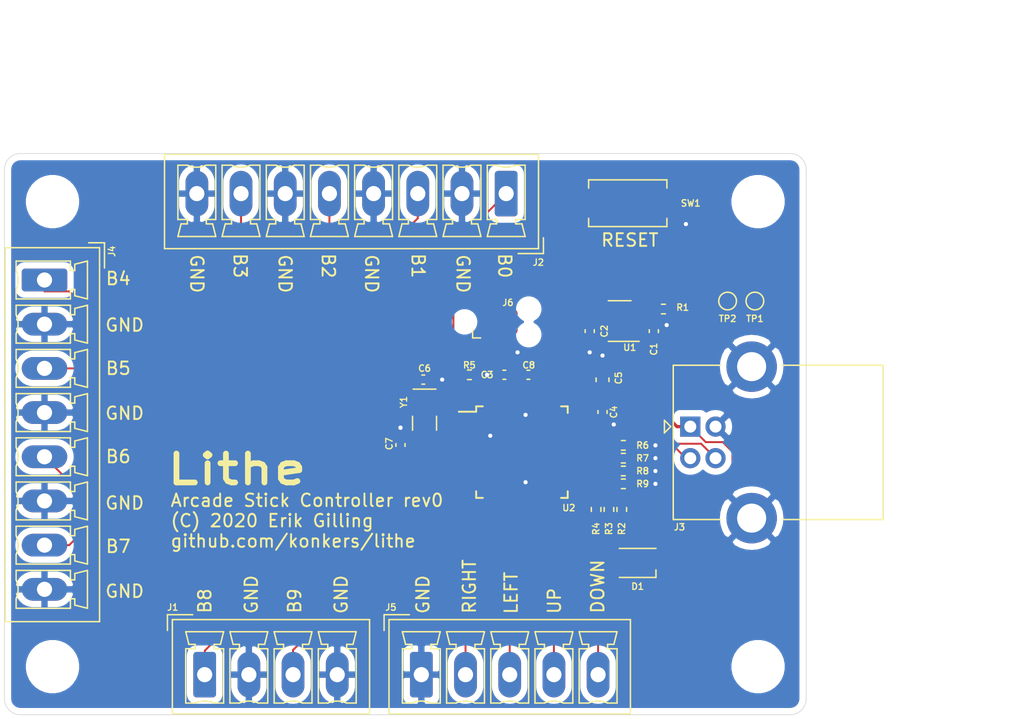
<source format=kicad_pcb>
(kicad_pcb (version 20171130) (host pcbnew "(5.1.8)-1")

  (general
    (thickness 1.6)
    (drawings 39)
    (tracks 272)
    (zones 0)
    (modules 34)
    (nets 50)
  )

  (page A4)
  (layers
    (0 F.Cu signal)
    (31 B.Cu signal hide)
    (32 B.Adhes user)
    (33 F.Adhes user)
    (34 B.Paste user)
    (35 F.Paste user)
    (36 B.SilkS user)
    (37 F.SilkS user)
    (38 B.Mask user)
    (39 F.Mask user)
    (40 Dwgs.User user)
    (41 Cmts.User user)
    (42 Eco1.User user)
    (43 Eco2.User user)
    (44 Edge.Cuts user)
    (45 Margin user)
    (46 B.CrtYd user)
    (47 F.CrtYd user)
    (48 B.Fab user)
    (49 F.Fab user)
  )

  (setup
    (last_trace_width 0.1524)
    (user_trace_width 0.1524)
    (user_trace_width 0.254)
    (trace_clearance 0.1524)
    (zone_clearance 0.508)
    (zone_45_only no)
    (trace_min 0.000152)
    (via_size 0.6858)
    (via_drill 0.3302)
    (via_min_size 0.000508)
    (via_min_drill 0.000254)
    (user_via 0.6858 0.3302)
    (uvia_size 0.6858)
    (uvia_drill 0.5842)
    (uvias_allowed no)
    (uvia_min_size 0.000508)
    (uvia_min_drill 0.000254)
    (edge_width 0.05)
    (segment_width 0.2)
    (pcb_text_width 0.3)
    (pcb_text_size 1.5 1.5)
    (mod_edge_width 0.12)
    (mod_text_size 1 1)
    (mod_text_width 0.15)
    (pad_size 1.524 1.524)
    (pad_drill 0.762)
    (pad_to_mask_clearance 0.0508)
    (solder_mask_min_width 0.0508)
    (aux_axis_origin 0 0)
    (visible_elements 7FFDFFFF)
    (pcbplotparams
      (layerselection 0x010fc_ffffffff)
      (usegerberextensions false)
      (usegerberattributes true)
      (usegerberadvancedattributes true)
      (creategerberjobfile true)
      (excludeedgelayer true)
      (linewidth 0.100000)
      (plotframeref false)
      (viasonmask false)
      (mode 1)
      (useauxorigin false)
      (hpglpennumber 1)
      (hpglpenspeed 20)
      (hpglpendiameter 15.000000)
      (psnegative false)
      (psa4output false)
      (plotreference true)
      (plotvalue true)
      (plotinvisibletext false)
      (padsonsilk false)
      (subtractmaskfromsilk false)
      (outputformat 1)
      (mirror false)
      (drillshape 1)
      (scaleselection 1)
      (outputdirectory ""))
  )

  (net 0 "")
  (net 1 GND)
  (net 2 +5V)
  (net 3 +3V3)
  (net 4 "Net-(C6-Pad1)")
  (net 5 "Net-(C7-Pad1)")
  (net 6 "Net-(C8-Pad1)")
  (net 7 "Net-(D1-Pad2)")
  (net 8 "Net-(D1-Pad3)")
  (net 9 "Net-(D1-Pad4)")
  (net 10 /BUTTON_8)
  (net 11 /BUTTON_9)
  (net 12 /BUTTON_0)
  (net 13 /BUTTON_1)
  (net 14 /BUTTON_2)
  (net 15 /BUTTON_3)
  (net 16 /USB_DM)
  (net 17 /BUTTON_7)
  (net 18 /BUTTON_6)
  (net 19 /BUTTON_5)
  (net 20 /BUTTON_4)
  (net 21 /JOY_RIGHT)
  (net 22 /JOY_LEFT)
  (net 23 /JOY_UP)
  (net 24 /JOY_DOWN)
  (net 25 /SWDIO)
  (net 26 /NRST)
  (net 27 /SWCLK)
  (net 28 "Net-(J6-Pad6)")
  (net 29 "Net-(R1-Pad2)")
  (net 30 /LED_R)
  (net 31 /LED_G)
  (net 32 /LED_B)
  (net 33 /TXD)
  (net 34 /RXD)
  (net 35 "Net-(U1-Pad4)")
  (net 36 "Net-(U2-Pad7)")
  (net 37 "Net-(U2-Pad8)")
  (net 38 "Net-(U2-Pad19)")
  (net 39 "Net-(U2-Pad20)")
  (net 40 "Net-(U2-Pad25)")
  (net 41 /USB_DP)
  (net 42 "Net-(U2-Pad39)")
  (net 43 "Net-(U2-Pad41)")
  (net 44 "Net-(U2-Pad47)")
  (net 45 "Net-(U2-Pad48)")
  (net 46 /BOARD_ID3)
  (net 47 /BOARD_ID2)
  (net 48 /BOARD_ID1)
  (net 49 /BOARD_ID0)

  (net_class Default "This is the default net class."
    (clearance 0.1524)
    (trace_width 0.1524)
    (via_dia 0.6858)
    (via_drill 0.3302)
    (uvia_dia 0.6858)
    (uvia_drill 0.5842)
    (add_net +3V3)
    (add_net +5V)
    (add_net /BOARD_ID0)
    (add_net /BOARD_ID1)
    (add_net /BOARD_ID2)
    (add_net /BOARD_ID3)
    (add_net /BUTTON_0)
    (add_net /BUTTON_1)
    (add_net /BUTTON_2)
    (add_net /BUTTON_3)
    (add_net /BUTTON_4)
    (add_net /BUTTON_5)
    (add_net /BUTTON_6)
    (add_net /BUTTON_7)
    (add_net /BUTTON_8)
    (add_net /BUTTON_9)
    (add_net /JOY_DOWN)
    (add_net /JOY_LEFT)
    (add_net /JOY_RIGHT)
    (add_net /JOY_UP)
    (add_net /LED_B)
    (add_net /LED_G)
    (add_net /LED_R)
    (add_net /NRST)
    (add_net /RXD)
    (add_net /SWCLK)
    (add_net /SWDIO)
    (add_net /TXD)
    (add_net /USB_DM)
    (add_net /USB_DP)
    (add_net GND)
    (add_net "Net-(C6-Pad1)")
    (add_net "Net-(C7-Pad1)")
    (add_net "Net-(C8-Pad1)")
    (add_net "Net-(D1-Pad2)")
    (add_net "Net-(D1-Pad3)")
    (add_net "Net-(D1-Pad4)")
    (add_net "Net-(J6-Pad6)")
    (add_net "Net-(R1-Pad2)")
    (add_net "Net-(U1-Pad4)")
    (add_net "Net-(U2-Pad19)")
    (add_net "Net-(U2-Pad20)")
    (add_net "Net-(U2-Pad25)")
    (add_net "Net-(U2-Pad39)")
    (add_net "Net-(U2-Pad41)")
    (add_net "Net-(U2-Pad47)")
    (add_net "Net-(U2-Pad48)")
    (add_net "Net-(U2-Pad7)")
    (add_net "Net-(U2-Pad8)")
  )

  (module Connector_USB:USB_B_Lumberg_2411_02_Horizontal (layer F.Cu) (tedit 5E6EAC30) (tstamp 5FDDB9BC)
    (at 143.222 66.08)
    (descr "USB 2.0 receptacle type B, horizontal version, through-hole, https://downloads.lumberg.com/datenblaetter/en/2411_02.pdf")
    (tags "USB B receptacle horizontal through-hole")
    (path /5FE09C27)
    (fp_text reference J3 (at -0.855 7.961) (layer F.SilkS)
      (effects (font (size 0.508 0.508) (thickness 0.1016)))
    )
    (fp_text value USB_B (at 7.05 10.45) (layer F.Fab)
      (effects (font (size 1 1) (thickness 0.15)))
    )
    (fp_line (start -1.74 -7.25) (end -1.74 9.75) (layer F.CrtYd) (width 0.05))
    (fp_line (start 15.66 -7.25) (end -1.74 -7.25) (layer F.CrtYd) (width 0.05))
    (fp_line (start 15.66 9.75) (end 15.66 -7.25) (layer F.CrtYd) (width 0.05))
    (fp_line (start -1.74 9.75) (end 15.66 9.75) (layer F.CrtYd) (width 0.05))
    (fp_line (start -2.05 0.5) (end -1.55 0) (layer F.SilkS) (width 0.12))
    (fp_line (start -2.05 -0.5) (end -2.05 0.5) (layer F.SilkS) (width 0.12))
    (fp_line (start -1.55 0) (end -2.05 -0.5) (layer F.SilkS) (width 0.12))
    (fp_line (start 15.27 7.36) (end 7.3 7.36) (layer F.SilkS) (width 0.12))
    (fp_line (start 15.27 -4.86) (end 7.3 -4.86) (layer F.SilkS) (width 0.12))
    (fp_line (start 15.27 7.36) (end 15.27 -4.86) (layer F.SilkS) (width 0.12))
    (fp_line (start -1.35 -4.86) (end 2.4 -4.86) (layer F.SilkS) (width 0.12))
    (fp_line (start -1.35 7.36) (end 2.4 7.36) (layer F.SilkS) (width 0.12))
    (fp_line (start -1.35 7.36) (end -1.35 -4.86) (layer F.SilkS) (width 0.12))
    (fp_line (start -0.75 0) (end -1.24 -0.49) (layer F.Fab) (width 0.1))
    (fp_line (start -1.24 0.49) (end -0.75 0) (layer F.Fab) (width 0.1))
    (fp_line (start 15.16 7.25) (end -1.24 7.25) (layer F.Fab) (width 0.1))
    (fp_line (start 15.16 -4.75) (end 15.16 7.25) (layer F.Fab) (width 0.1))
    (fp_line (start -1.24 -4.75) (end 15.16 -4.75) (layer F.Fab) (width 0.1))
    (fp_line (start -1.24 7.25) (end -1.24 -4.75) (layer F.Fab) (width 0.1))
    (fp_text user %R (at 7.5 1.25 180) (layer F.Fab)
      (effects (font (size 0.508 0.508) (thickness 0.1016)))
    )
    (pad 1 thru_hole rect (at 0 0 90) (size 1.6 1.6) (drill 0.95) (layers *.Cu *.Mask)
      (net 2 +5V))
    (pad 2 thru_hole circle (at 0 2.5 90) (size 1.6 1.6) (drill 0.95) (layers *.Cu *.Mask)
      (net 16 /USB_DM))
    (pad 3 thru_hole circle (at 2 2.5 90) (size 1.6 1.6) (drill 0.95) (layers *.Cu *.Mask)
      (net 41 /USB_DP))
    (pad 4 thru_hole circle (at 2 0 90) (size 1.6 1.6) (drill 0.95) (layers *.Cu *.Mask)
      (net 1 GND))
    (pad 5 thru_hole circle (at 4.86 7.25 90) (size 4 4) (drill 2.3) (layers *.Cu *.Mask)
      (net 1 GND))
    (pad 5 thru_hole circle (at 4.86 -4.75 90) (size 4 4) (drill 2.3) (layers *.Cu *.Mask)
      (net 1 GND))
    (model ${KISYS3DMOD}/Connector_USB.3dshapes/USB_B_Lumberg_2411_02_Horizontal.wrl
      (at (xyz 0 0 0))
      (scale (xyz 1 1 1))
      (rotate (xyz 0 0 0))
    )
  )

  (module Resistor_SMD:R_0402_1005Metric (layer F.Cu) (tedit 5F68FEEE) (tstamp 5FDF2F7C)
    (at 137.92 68.58)
    (descr "Resistor SMD 0402 (1005 Metric), square (rectangular) end terminal, IPC_7351 nominal, (Body size source: IPC-SM-782 page 72, https://www.pcb-3d.com/wordpress/wp-content/uploads/ipc-sm-782a_amendment_1_and_2.pdf), generated with kicad-footprint-generator")
    (tags resistor)
    (path /5FFD109D)
    (attr smd)
    (fp_text reference R7 (at 1.526 0) (layer F.SilkS)
      (effects (font (size 0.508 0.508) (thickness 0.1016)))
    )
    (fp_text value DNI (at 0 1.17) (layer F.Fab)
      (effects (font (size 1 1) (thickness 0.15)))
    )
    (fp_line (start 0.93 0.47) (end -0.93 0.47) (layer F.CrtYd) (width 0.05))
    (fp_line (start 0.93 -0.47) (end 0.93 0.47) (layer F.CrtYd) (width 0.05))
    (fp_line (start -0.93 -0.47) (end 0.93 -0.47) (layer F.CrtYd) (width 0.05))
    (fp_line (start -0.93 0.47) (end -0.93 -0.47) (layer F.CrtYd) (width 0.05))
    (fp_line (start -0.153641 0.38) (end 0.153641 0.38) (layer F.SilkS) (width 0.12))
    (fp_line (start -0.153641 -0.38) (end 0.153641 -0.38) (layer F.SilkS) (width 0.12))
    (fp_line (start 0.525 0.27) (end -0.525 0.27) (layer F.Fab) (width 0.1))
    (fp_line (start 0.525 -0.27) (end 0.525 0.27) (layer F.Fab) (width 0.1))
    (fp_line (start -0.525 -0.27) (end 0.525 -0.27) (layer F.Fab) (width 0.1))
    (fp_line (start -0.525 0.27) (end -0.525 -0.27) (layer F.Fab) (width 0.1))
    (fp_text user %R (at 0 0) (layer F.Fab)
      (effects (font (size 0.508 0.508) (thickness 0.1016)))
    )
    (pad 2 smd roundrect (at 0.51 0) (size 0.54 0.64) (layers F.Cu F.Paste F.Mask) (roundrect_rratio 0.25)
      (net 1 GND))
    (pad 1 smd roundrect (at -0.51 0) (size 0.54 0.64) (layers F.Cu F.Paste F.Mask) (roundrect_rratio 0.25)
      (net 47 /BOARD_ID2))
    (model ${KISYS3DMOD}/Resistor_SMD.3dshapes/R_0402_1005Metric.wrl
      (at (xyz 0 0 0))
      (scale (xyz 1 1 1))
      (rotate (xyz 0 0 0))
    )
  )

  (module Resistor_SMD:R_0402_1005Metric (layer F.Cu) (tedit 5F68FEEE) (tstamp 5FDF4C8F)
    (at 137.92 69.596)
    (descr "Resistor SMD 0402 (1005 Metric), square (rectangular) end terminal, IPC_7351 nominal, (Body size source: IPC-SM-782 page 72, https://www.pcb-3d.com/wordpress/wp-content/uploads/ipc-sm-782a_amendment_1_and_2.pdf), generated with kicad-footprint-generator")
    (tags resistor)
    (path /5FFC9F6F)
    (attr smd)
    (fp_text reference R8 (at 1.526 0) (layer F.SilkS)
      (effects (font (size 0.508 0.508) (thickness 0.1016)))
    )
    (fp_text value DNI (at 0 1.17) (layer F.Fab)
      (effects (font (size 1 1) (thickness 0.15)))
    )
    (fp_line (start 0.93 0.47) (end -0.93 0.47) (layer F.CrtYd) (width 0.05))
    (fp_line (start 0.93 -0.47) (end 0.93 0.47) (layer F.CrtYd) (width 0.05))
    (fp_line (start -0.93 -0.47) (end 0.93 -0.47) (layer F.CrtYd) (width 0.05))
    (fp_line (start -0.93 0.47) (end -0.93 -0.47) (layer F.CrtYd) (width 0.05))
    (fp_line (start -0.153641 0.38) (end 0.153641 0.38) (layer F.SilkS) (width 0.12))
    (fp_line (start -0.153641 -0.38) (end 0.153641 -0.38) (layer F.SilkS) (width 0.12))
    (fp_line (start 0.525 0.27) (end -0.525 0.27) (layer F.Fab) (width 0.1))
    (fp_line (start 0.525 -0.27) (end 0.525 0.27) (layer F.Fab) (width 0.1))
    (fp_line (start -0.525 -0.27) (end 0.525 -0.27) (layer F.Fab) (width 0.1))
    (fp_line (start -0.525 0.27) (end -0.525 -0.27) (layer F.Fab) (width 0.1))
    (fp_text user %R (at 0 0) (layer F.Fab)
      (effects (font (size 0.508 0.508) (thickness 0.1016)))
    )
    (pad 2 smd roundrect (at 0.51 0) (size 0.54 0.64) (layers F.Cu F.Paste F.Mask) (roundrect_rratio 0.25)
      (net 1 GND))
    (pad 1 smd roundrect (at -0.51 0) (size 0.54 0.64) (layers F.Cu F.Paste F.Mask) (roundrect_rratio 0.25)
      (net 48 /BOARD_ID1))
    (model ${KISYS3DMOD}/Resistor_SMD.3dshapes/R_0402_1005Metric.wrl
      (at (xyz 0 0 0))
      (scale (xyz 1 1 1))
      (rotate (xyz 0 0 0))
    )
  )

  (module Resistor_SMD:R_0402_1005Metric (layer F.Cu) (tedit 5F68FEEE) (tstamp 5FDF3245)
    (at 137.92 67.564)
    (descr "Resistor SMD 0402 (1005 Metric), square (rectangular) end terminal, IPC_7351 nominal, (Body size source: IPC-SM-782 page 72, https://www.pcb-3d.com/wordpress/wp-content/uploads/ipc-sm-782a_amendment_1_and_2.pdf), generated with kicad-footprint-generator")
    (tags resistor)
    (path /5FFD8418)
    (attr smd)
    (fp_text reference R6 (at 1.526 0) (layer F.SilkS)
      (effects (font (size 0.508 0.508) (thickness 0.1016)))
    )
    (fp_text value DNI (at 0 1.17) (layer F.Fab)
      (effects (font (size 1 1) (thickness 0.15)))
    )
    (fp_line (start 0.93 0.47) (end -0.93 0.47) (layer F.CrtYd) (width 0.05))
    (fp_line (start 0.93 -0.47) (end 0.93 0.47) (layer F.CrtYd) (width 0.05))
    (fp_line (start -0.93 -0.47) (end 0.93 -0.47) (layer F.CrtYd) (width 0.05))
    (fp_line (start -0.93 0.47) (end -0.93 -0.47) (layer F.CrtYd) (width 0.05))
    (fp_line (start -0.153641 0.38) (end 0.153641 0.38) (layer F.SilkS) (width 0.12))
    (fp_line (start -0.153641 -0.38) (end 0.153641 -0.38) (layer F.SilkS) (width 0.12))
    (fp_line (start 0.525 0.27) (end -0.525 0.27) (layer F.Fab) (width 0.1))
    (fp_line (start 0.525 -0.27) (end 0.525 0.27) (layer F.Fab) (width 0.1))
    (fp_line (start -0.525 -0.27) (end 0.525 -0.27) (layer F.Fab) (width 0.1))
    (fp_line (start -0.525 0.27) (end -0.525 -0.27) (layer F.Fab) (width 0.1))
    (fp_text user %R (at 0 0) (layer F.Fab)
      (effects (font (size 0.508 0.508) (thickness 0.1016)))
    )
    (pad 2 smd roundrect (at 0.51 0) (size 0.54 0.64) (layers F.Cu F.Paste F.Mask) (roundrect_rratio 0.25)
      (net 1 GND))
    (pad 1 smd roundrect (at -0.51 0) (size 0.54 0.64) (layers F.Cu F.Paste F.Mask) (roundrect_rratio 0.25)
      (net 46 /BOARD_ID3))
    (model ${KISYS3DMOD}/Resistor_SMD.3dshapes/R_0402_1005Metric.wrl
      (at (xyz 0 0 0))
      (scale (xyz 1 1 1))
      (rotate (xyz 0 0 0))
    )
  )

  (module Resistor_SMD:R_0402_1005Metric (layer F.Cu) (tedit 5F68FEEE) (tstamp 5FDF2F9E)
    (at 137.92 70.612)
    (descr "Resistor SMD 0402 (1005 Metric), square (rectangular) end terminal, IPC_7351 nominal, (Body size source: IPC-SM-782 page 72, https://www.pcb-3d.com/wordpress/wp-content/uploads/ipc-sm-782a_amendment_1_and_2.pdf), generated with kicad-footprint-generator")
    (tags resistor)
    (path /5FFAD33F)
    (attr smd)
    (fp_text reference R9 (at 1.526 0) (layer F.SilkS)
      (effects (font (size 0.508 0.508) (thickness 0.1016)))
    )
    (fp_text value DNI (at 0 1.17) (layer F.Fab)
      (effects (font (size 1 1) (thickness 0.15)))
    )
    (fp_line (start 0.93 0.47) (end -0.93 0.47) (layer F.CrtYd) (width 0.05))
    (fp_line (start 0.93 -0.47) (end 0.93 0.47) (layer F.CrtYd) (width 0.05))
    (fp_line (start -0.93 -0.47) (end 0.93 -0.47) (layer F.CrtYd) (width 0.05))
    (fp_line (start -0.93 0.47) (end -0.93 -0.47) (layer F.CrtYd) (width 0.05))
    (fp_line (start -0.153641 0.38) (end 0.153641 0.38) (layer F.SilkS) (width 0.12))
    (fp_line (start -0.153641 -0.38) (end 0.153641 -0.38) (layer F.SilkS) (width 0.12))
    (fp_line (start 0.525 0.27) (end -0.525 0.27) (layer F.Fab) (width 0.1))
    (fp_line (start 0.525 -0.27) (end 0.525 0.27) (layer F.Fab) (width 0.1))
    (fp_line (start -0.525 -0.27) (end 0.525 -0.27) (layer F.Fab) (width 0.1))
    (fp_line (start -0.525 0.27) (end -0.525 -0.27) (layer F.Fab) (width 0.1))
    (fp_text user %R (at 0 0) (layer F.Fab)
      (effects (font (size 0.508 0.508) (thickness 0.1016)))
    )
    (pad 2 smd roundrect (at 0.51 0) (size 0.54 0.64) (layers F.Cu F.Paste F.Mask) (roundrect_rratio 0.25)
      (net 1 GND))
    (pad 1 smd roundrect (at -0.51 0) (size 0.54 0.64) (layers F.Cu F.Paste F.Mask) (roundrect_rratio 0.25)
      (net 49 /BOARD_ID0))
    (model ${KISYS3DMOD}/Resistor_SMD.3dshapes/R_0402_1005Metric.wrl
      (at (xyz 0 0 0))
      (scale (xyz 1 1 1))
      (rotate (xyz 0 0 0))
    )
  )

  (module LED_SMD:LED_Cree-PLCC4_2x2mm_CW (layer F.Cu) (tedit 59D415EA) (tstamp 5FDF4E9C)
    (at 139.053 76.877 180)
    (descr "2.0mm x 2.0mm PLCC4 LED, http://www.cree.com/~/media/Files/Cree/LED-Components-and-Modules/HB/Data-Sheets/CLMVBFKA.pdf")
    (tags "LED Cree PLCC-4")
    (path /5FF60D8C)
    (attr smd)
    (fp_text reference D1 (at 0 -1.863) (layer F.SilkS)
      (effects (font (size 0.508 0.508) (thickness 0.1016)))
    )
    (fp_text value LED_ABGR (at 0 2.25) (layer F.Fab)
      (effects (font (size 1 1) (thickness 0.15)))
    )
    (fp_line (start -1.45 1.15) (end 1.45 1.15) (layer F.SilkS) (width 0.12))
    (fp_line (start -1.45 -1.15) (end 1.45 -1.15) (layer F.SilkS) (width 0.12))
    (fp_line (start -1.45 -0.55) (end -1.45 -1.15) (layer F.SilkS) (width 0.12))
    (fp_line (start 1 -1) (end -1 -1) (layer F.Fab) (width 0.1))
    (fp_line (start 1 1) (end 1 -1) (layer F.Fab) (width 0.1))
    (fp_line (start -1 1) (end 1 1) (layer F.Fab) (width 0.1))
    (fp_line (start -1 -1) (end -1 1) (layer F.Fab) (width 0.1))
    (fp_line (start 0 -1) (end -1 0) (layer F.Fab) (width 0.1))
    (fp_line (start 1.7 -1.4) (end -1.7 -1.4) (layer F.CrtYd) (width 0.05))
    (fp_line (start 1.7 1.4) (end 1.7 -1.4) (layer F.CrtYd) (width 0.05))
    (fp_line (start -1.7 1.4) (end 1.7 1.4) (layer F.CrtYd) (width 0.05))
    (fp_line (start -1.7 -1.4) (end -1.7 1.4) (layer F.CrtYd) (width 0.05))
    (fp_circle (center 0 0) (end 0.8 0) (layer F.Fab) (width 0.1))
    (fp_text user %R (at 0 0) (layer F.Fab)
      (effects (font (size 0.508 0.508) (thickness 0.1016)))
    )
    (pad 1 smd rect (at -0.75 -0.55 180) (size 1 0.8) (layers F.Cu F.Paste F.Mask)
      (net 2 +5V))
    (pad 2 smd rect (at 0.75 -0.55 180) (size 1 0.8) (layers F.Cu F.Paste F.Mask)
      (net 7 "Net-(D1-Pad2)"))
    (pad 3 smd rect (at 0.75 0.55 180) (size 1 0.8) (layers F.Cu F.Paste F.Mask)
      (net 8 "Net-(D1-Pad3)"))
    (pad 4 smd rect (at -0.75 0.55 180) (size 1 0.8) (layers F.Cu F.Paste F.Mask)
      (net 9 "Net-(D1-Pad4)"))
    (model ${KISYS3DMOD}/LED_SMD.3dshapes/LED_Cree-PLCC4_2x2mm_CW.wrl
      (at (xyz 0 0 0))
      (scale (xyz 1 1 1))
      (rotate (xyz 0 0 0))
    )
  )

  (module MountingHole:MountingHole_3.2mm_M3_ISO7380 (layer F.Cu) (tedit 56D1B4CB) (tstamp 5FDF03C7)
    (at 92.71 85.09)
    (descr "Mounting Hole 3.2mm, no annular, M3, ISO7380")
    (tags "mounting hole 3.2mm no annular m3 iso7380")
    (path /5FF13653)
    (attr virtual)
    (fp_text reference H4 (at 0 -3.85) (layer F.SilkS) hide
      (effects (font (size 0.508 0.508) (thickness 0.1016)))
    )
    (fp_text value MountingHole (at 0 3.85) (layer F.Fab)
      (effects (font (size 1 1) (thickness 0.15)))
    )
    (fp_circle (center 0 0) (end 3.1 0) (layer F.CrtYd) (width 0.05))
    (fp_circle (center 0 0) (end 2.85 0) (layer Cmts.User) (width 0.15))
    (fp_text user %R (at 0.3 0) (layer F.Fab)
      (effects (font (size 0.508 0.508) (thickness 0.1016)))
    )
    (pad 1 np_thru_hole circle (at 0 0) (size 3.2 3.2) (drill 3.2) (layers *.Cu *.Mask))
  )

  (module MountingHole:MountingHole_3.2mm_M3_ISO7380 (layer F.Cu) (tedit 56D1B4CB) (tstamp 5FDF0394)
    (at 92.71 48.26)
    (descr "Mounting Hole 3.2mm, no annular, M3, ISO7380")
    (tags "mounting hole 3.2mm no annular m3 iso7380")
    (path /5FF14BA4)
    (attr virtual)
    (fp_text reference H3 (at 0 -3.85) (layer F.SilkS) hide
      (effects (font (size 0.508 0.508) (thickness 0.1016)))
    )
    (fp_text value MountingHole (at 0 3.85) (layer F.Fab)
      (effects (font (size 1 1) (thickness 0.15)))
    )
    (fp_circle (center 0 0) (end 3.1 0) (layer F.CrtYd) (width 0.05))
    (fp_circle (center 0 0) (end 2.85 0) (layer Cmts.User) (width 0.15))
    (fp_text user %R (at 0.3 0) (layer F.Fab)
      (effects (font (size 0.508 0.508) (thickness 0.1016)))
    )
    (pad 1 np_thru_hole circle (at 0 0) (size 3.2 3.2) (drill 3.2) (layers *.Cu *.Mask))
  )

  (module MountingHole:MountingHole_3.2mm_M3_ISO7380 (layer F.Cu) (tedit 56D1B4CB) (tstamp 5FDE4A33)
    (at 148.59 85.09)
    (descr "Mounting Hole 3.2mm, no annular, M3, ISO7380")
    (tags "mounting hole 3.2mm no annular m3 iso7380")
    (path /5FF1212C)
    (attr virtual)
    (fp_text reference H2 (at 0 -3.85) (layer F.SilkS) hide
      (effects (font (size 0.508 0.508) (thickness 0.1016)))
    )
    (fp_text value MountingHole (at 0 3.85) (layer F.Fab)
      (effects (font (size 1 1) (thickness 0.15)))
    )
    (fp_circle (center 0 0) (end 3.1 0) (layer F.CrtYd) (width 0.05))
    (fp_circle (center 0 0) (end 2.85 0) (layer Cmts.User) (width 0.15))
    (fp_text user %R (at 0.3 0) (layer F.Fab)
      (effects (font (size 0.508 0.508) (thickness 0.1016)))
    )
    (pad 1 np_thru_hole circle (at 0 0) (size 3.2 3.2) (drill 3.2) (layers *.Cu *.Mask))
  )

  (module MountingHole:MountingHole_3.2mm_M3_ISO7380 (layer F.Cu) (tedit 56D1B4CB) (tstamp 5FDF052A)
    (at 148.59 48.26)
    (descr "Mounting Hole 3.2mm, no annular, M3, ISO7380")
    (tags "mounting hole 3.2mm no annular m3 iso7380")
    (path /5FF13B50)
    (attr virtual)
    (fp_text reference H1 (at 0 -3.85) (layer F.SilkS) hide
      (effects (font (size 0.508 0.508) (thickness 0.1016)))
    )
    (fp_text value MountingHole (at 0 3.85) (layer F.Fab)
      (effects (font (size 1 1) (thickness 0.15)))
    )
    (fp_circle (center 0 0) (end 3.1 0) (layer F.CrtYd) (width 0.05))
    (fp_circle (center 0 0) (end 2.85 0) (layer Cmts.User) (width 0.15))
    (fp_text user %R (at 0.3 0) (layer F.Fab)
      (effects (font (size 0.508 0.508) (thickness 0.1016)))
    )
    (pad 1 np_thru_hole circle (at 0 0) (size 3.2 3.2) (drill 3.2) (layers *.Cu *.Mask))
  )

  (module Connector:Tag-Connect_TC2030-IDC-NL_2x03_P1.27mm_Vertical (layer F.Cu) (tedit 5A29CEA9) (tstamp 5FDF189D)
    (at 127.889 57.785)
    (descr "Tag-Connect programming header; http://www.tag-connect.com/Materials/TC2030-IDC-NL.pdf")
    (tags "tag connect programming header pogo pins")
    (path /5FE177EB)
    (attr virtual)
    (fp_text reference J6 (at 0.889 -1.524) (layer F.SilkS)
      (effects (font (size 0.508 0.508) (thickness 0.1016)))
    )
    (fp_text value "TAG CONNECT" (at 0 -2.3) (layer F.Fab)
      (effects (font (size 1 1) (thickness 0.15)))
    )
    (fp_line (start 0.635 0.635) (end 1.27 0) (layer Dwgs.User) (width 0.1))
    (fp_line (start 0 0.635) (end 1.27 -0.635) (layer Dwgs.User) (width 0.1))
    (fp_line (start -0.635 0.635) (end 0.635 -0.635) (layer Dwgs.User) (width 0.1))
    (fp_line (start -1.27 0) (end -0.635 -0.635) (layer Dwgs.User) (width 0.1))
    (fp_line (start -1.27 0.635) (end 0 -0.635) (layer Dwgs.User) (width 0.1))
    (fp_line (start -1.27 -0.635) (end 1.27 -0.635) (layer Dwgs.User) (width 0.1))
    (fp_line (start 1.27 -0.635) (end 1.27 0.635) (layer Dwgs.User) (width 0.1))
    (fp_line (start 1.27 0.635) (end -1.27 0.635) (layer Dwgs.User) (width 0.1))
    (fp_line (start -1.27 0.635) (end -1.27 -0.635) (layer Dwgs.User) (width 0.1))
    (fp_line (start -3.5 -2) (end 3.5 -2) (layer F.CrtYd) (width 0.05))
    (fp_line (start 3.5 -2) (end 3.5 2) (layer F.CrtYd) (width 0.05))
    (fp_line (start 3.5 2) (end -3.5 2) (layer F.CrtYd) (width 0.05))
    (fp_line (start -3.5 2) (end -3.5 -2) (layer F.CrtYd) (width 0.05))
    (fp_line (start -1.27 1.27) (end -1.905 1.27) (layer F.SilkS) (width 0.12))
    (fp_line (start -1.905 1.27) (end -1.905 0.635) (layer F.SilkS) (width 0.12))
    (fp_text user %R (at -0.254 0.127) (layer F.Fab)
      (effects (font (size 0.508 0.508) (thickness 0.1016)))
    )
    (fp_text user KEEPOUT (at 0 0) (layer Cmts.User)
      (effects (font (size 0.4 0.4) (thickness 0.07)))
    )
    (pad "" np_thru_hole circle (at 2.54 -1.016) (size 0.9906 0.9906) (drill 0.9906) (layers *.Cu *.Mask))
    (pad "" np_thru_hole circle (at 2.54 1.016) (size 0.9906 0.9906) (drill 0.9906) (layers *.Cu *.Mask))
    (pad "" np_thru_hole circle (at -2.54 0) (size 0.9906 0.9906) (drill 0.9906) (layers *.Cu *.Mask))
    (pad 1 connect circle (at -1.27 0.635) (size 0.7874 0.7874) (layers F.Cu F.Mask)
      (net 3 +3V3))
    (pad 2 connect circle (at -1.27 -0.635) (size 0.7874 0.7874) (layers F.Cu F.Mask)
      (net 25 /SWDIO))
    (pad 3 connect circle (at 0 0.635) (size 0.7874 0.7874) (layers F.Cu F.Mask)
      (net 26 /NRST))
    (pad 4 connect circle (at 0 -0.635) (size 0.7874 0.7874) (layers F.Cu F.Mask)
      (net 27 /SWCLK))
    (pad 5 connect circle (at 1.27 0.635) (size 0.7874 0.7874) (layers F.Cu F.Mask)
      (net 1 GND))
    (pad 6 connect circle (at 1.27 -0.635) (size 0.7874 0.7874) (layers F.Cu F.Mask)
      (net 28 "Net-(J6-Pad6)"))
  )

  (module Connector_Phoenix_MC:PhoenixContact_MCV_1,5_5-G-3.5_1x05_P3.50mm_Vertical (layer F.Cu) (tedit 5B784ED0) (tstamp 5FDEC742)
    (at 121.92 85.725)
    (descr "Generic Phoenix Contact connector footprint for: MCV_1,5/5-G-3.5; number of pins: 05; pin pitch: 3.50mm; Vertical || order number: 1843635 8A 160V")
    (tags "phoenix_contact connector MCV_01x05_G_3.5mm")
    (path /5FE28A3A)
    (fp_text reference J5 (at -2.413 -5.334) (layer F.SilkS)
      (effects (font (size 0.508 0.508) (thickness 0.1016)))
    )
    (fp_text value JOYSTICK (at 7 4.2) (layer F.Fab)
      (effects (font (size 1 1) (thickness 0.15)))
    )
    (fp_line (start -2.95 -4.75) (end -0.95 -4.75) (layer F.Fab) (width 0.1))
    (fp_line (start -2.95 -3.5) (end -2.95 -4.75) (layer F.Fab) (width 0.1))
    (fp_line (start -2.95 -4.75) (end -0.95 -4.75) (layer F.SilkS) (width 0.12))
    (fp_line (start -2.95 -3.5) (end -2.95 -4.75) (layer F.SilkS) (width 0.12))
    (fp_line (start 16.95 -4.75) (end -2.95 -4.75) (layer F.CrtYd) (width 0.05))
    (fp_line (start 16.95 3.5) (end 16.95 -4.75) (layer F.CrtYd) (width 0.05))
    (fp_line (start -2.95 3.5) (end 16.95 3.5) (layer F.CrtYd) (width 0.05))
    (fp_line (start -2.95 -4.75) (end -2.95 3.5) (layer F.CrtYd) (width 0.05))
    (fp_line (start 15.5 2.25) (end 14.75 2.25) (layer F.SilkS) (width 0.12))
    (fp_line (start 15.5 -2.05) (end 15.5 2.25) (layer F.SilkS) (width 0.12))
    (fp_line (start 14.75 -2.05) (end 15.5 -2.05) (layer F.SilkS) (width 0.12))
    (fp_line (start 14.75 -2.4) (end 14.75 -2.05) (layer F.SilkS) (width 0.12))
    (fp_line (start 15.25 -2.4) (end 14.75 -2.4) (layer F.SilkS) (width 0.12))
    (fp_line (start 15.5 -3.4) (end 15.25 -2.4) (layer F.SilkS) (width 0.12))
    (fp_line (start 12.5 -3.4) (end 15.5 -3.4) (layer F.SilkS) (width 0.12))
    (fp_line (start 12.75 -2.4) (end 12.5 -3.4) (layer F.SilkS) (width 0.12))
    (fp_line (start 13.25 -2.4) (end 12.75 -2.4) (layer F.SilkS) (width 0.12))
    (fp_line (start 13.25 -2.05) (end 13.25 -2.4) (layer F.SilkS) (width 0.12))
    (fp_line (start 12.5 -2.05) (end 13.25 -2.05) (layer F.SilkS) (width 0.12))
    (fp_line (start 12.5 2.25) (end 12.5 -2.05) (layer F.SilkS) (width 0.12))
    (fp_line (start 13.25 2.25) (end 12.5 2.25) (layer F.SilkS) (width 0.12))
    (fp_line (start 12 2.25) (end 11.25 2.25) (layer F.SilkS) (width 0.12))
    (fp_line (start 12 -2.05) (end 12 2.25) (layer F.SilkS) (width 0.12))
    (fp_line (start 11.25 -2.05) (end 12 -2.05) (layer F.SilkS) (width 0.12))
    (fp_line (start 11.25 -2.4) (end 11.25 -2.05) (layer F.SilkS) (width 0.12))
    (fp_line (start 11.75 -2.4) (end 11.25 -2.4) (layer F.SilkS) (width 0.12))
    (fp_line (start 12 -3.4) (end 11.75 -2.4) (layer F.SilkS) (width 0.12))
    (fp_line (start 9 -3.4) (end 12 -3.4) (layer F.SilkS) (width 0.12))
    (fp_line (start 9.25 -2.4) (end 9 -3.4) (layer F.SilkS) (width 0.12))
    (fp_line (start 9.75 -2.4) (end 9.25 -2.4) (layer F.SilkS) (width 0.12))
    (fp_line (start 9.75 -2.05) (end 9.75 -2.4) (layer F.SilkS) (width 0.12))
    (fp_line (start 9 -2.05) (end 9.75 -2.05) (layer F.SilkS) (width 0.12))
    (fp_line (start 9 2.25) (end 9 -2.05) (layer F.SilkS) (width 0.12))
    (fp_line (start 9.75 2.25) (end 9 2.25) (layer F.SilkS) (width 0.12))
    (fp_line (start 8.5 2.25) (end 7.75 2.25) (layer F.SilkS) (width 0.12))
    (fp_line (start 8.5 -2.05) (end 8.5 2.25) (layer F.SilkS) (width 0.12))
    (fp_line (start 7.75 -2.05) (end 8.5 -2.05) (layer F.SilkS) (width 0.12))
    (fp_line (start 7.75 -2.4) (end 7.75 -2.05) (layer F.SilkS) (width 0.12))
    (fp_line (start 8.25 -2.4) (end 7.75 -2.4) (layer F.SilkS) (width 0.12))
    (fp_line (start 8.5 -3.4) (end 8.25 -2.4) (layer F.SilkS) (width 0.12))
    (fp_line (start 5.5 -3.4) (end 8.5 -3.4) (layer F.SilkS) (width 0.12))
    (fp_line (start 5.75 -2.4) (end 5.5 -3.4) (layer F.SilkS) (width 0.12))
    (fp_line (start 6.25 -2.4) (end 5.75 -2.4) (layer F.SilkS) (width 0.12))
    (fp_line (start 6.25 -2.05) (end 6.25 -2.4) (layer F.SilkS) (width 0.12))
    (fp_line (start 5.5 -2.05) (end 6.25 -2.05) (layer F.SilkS) (width 0.12))
    (fp_line (start 5.5 2.25) (end 5.5 -2.05) (layer F.SilkS) (width 0.12))
    (fp_line (start 6.25 2.25) (end 5.5 2.25) (layer F.SilkS) (width 0.12))
    (fp_line (start 5 2.25) (end 4.25 2.25) (layer F.SilkS) (width 0.12))
    (fp_line (start 5 -2.05) (end 5 2.25) (layer F.SilkS) (width 0.12))
    (fp_line (start 4.25 -2.05) (end 5 -2.05) (layer F.SilkS) (width 0.12))
    (fp_line (start 4.25 -2.4) (end 4.25 -2.05) (layer F.SilkS) (width 0.12))
    (fp_line (start 4.75 -2.4) (end 4.25 -2.4) (layer F.SilkS) (width 0.12))
    (fp_line (start 5 -3.4) (end 4.75 -2.4) (layer F.SilkS) (width 0.12))
    (fp_line (start 2 -3.4) (end 5 -3.4) (layer F.SilkS) (width 0.12))
    (fp_line (start 2.25 -2.4) (end 2 -3.4) (layer F.SilkS) (width 0.12))
    (fp_line (start 2.75 -2.4) (end 2.25 -2.4) (layer F.SilkS) (width 0.12))
    (fp_line (start 2.75 -2.05) (end 2.75 -2.4) (layer F.SilkS) (width 0.12))
    (fp_line (start 2 -2.05) (end 2.75 -2.05) (layer F.SilkS) (width 0.12))
    (fp_line (start 2 2.25) (end 2 -2.05) (layer F.SilkS) (width 0.12))
    (fp_line (start 2.75 2.25) (end 2 2.25) (layer F.SilkS) (width 0.12))
    (fp_line (start 1.5 2.25) (end 0.75 2.25) (layer F.SilkS) (width 0.12))
    (fp_line (start 1.5 -2.05) (end 1.5 2.25) (layer F.SilkS) (width 0.12))
    (fp_line (start 0.75 -2.05) (end 1.5 -2.05) (layer F.SilkS) (width 0.12))
    (fp_line (start 0.75 -2.4) (end 0.75 -2.05) (layer F.SilkS) (width 0.12))
    (fp_line (start 1.25 -2.4) (end 0.75 -2.4) (layer F.SilkS) (width 0.12))
    (fp_line (start 1.5 -3.4) (end 1.25 -2.4) (layer F.SilkS) (width 0.12))
    (fp_line (start -1.5 -3.4) (end 1.5 -3.4) (layer F.SilkS) (width 0.12))
    (fp_line (start -1.25 -2.4) (end -1.5 -3.4) (layer F.SilkS) (width 0.12))
    (fp_line (start -0.75 -2.4) (end -1.25 -2.4) (layer F.SilkS) (width 0.12))
    (fp_line (start -0.75 -2.05) (end -0.75 -2.4) (layer F.SilkS) (width 0.12))
    (fp_line (start -1.5 -2.05) (end -0.75 -2.05) (layer F.SilkS) (width 0.12))
    (fp_line (start -1.5 2.25) (end -1.5 -2.05) (layer F.SilkS) (width 0.12))
    (fp_line (start -0.75 2.25) (end -1.5 2.25) (layer F.SilkS) (width 0.12))
    (fp_line (start 16.45 -4.25) (end -2.45 -4.25) (layer F.Fab) (width 0.1))
    (fp_line (start 16.45 3) (end 16.45 -4.25) (layer F.Fab) (width 0.1))
    (fp_line (start -2.45 3) (end 16.45 3) (layer F.Fab) (width 0.1))
    (fp_line (start -2.45 -4.25) (end -2.45 3) (layer F.Fab) (width 0.1))
    (fp_line (start 16.56 -4.36) (end -2.56 -4.36) (layer F.SilkS) (width 0.12))
    (fp_line (start 16.56 3.11) (end 16.56 -4.36) (layer F.SilkS) (width 0.12))
    (fp_line (start -2.56 3.11) (end 16.56 3.11) (layer F.SilkS) (width 0.12))
    (fp_line (start -2.56 -4.36) (end -2.56 3.11) (layer F.SilkS) (width 0.12))
    (fp_arc (start 0 3.95) (end -0.75 2.25) (angle 47.6) (layer F.SilkS) (width 0.12))
    (fp_arc (start 3.5 3.95) (end 2.75 2.25) (angle 47.6) (layer F.SilkS) (width 0.12))
    (fp_arc (start 7 3.95) (end 6.25 2.25) (angle 47.6) (layer F.SilkS) (width 0.12))
    (fp_arc (start 10.5 3.95) (end 9.75 2.25) (angle 47.6) (layer F.SilkS) (width 0.12))
    (fp_arc (start 14 3.95) (end 13.25 2.25) (angle 47.6) (layer F.SilkS) (width 0.12))
    (fp_text user %R (at 7 -3.55) (layer F.Fab)
      (effects (font (size 0.508 0.508) (thickness 0.1016)))
    )
    (pad 1 thru_hole roundrect (at 0 0) (size 1.8 3.6) (drill 1.2) (layers *.Cu *.Mask) (roundrect_rratio 0.138889)
      (net 1 GND))
    (pad 2 thru_hole oval (at 3.5 0) (size 1.8 3.6) (drill 1.2) (layers *.Cu *.Mask)
      (net 21 /JOY_RIGHT))
    (pad 3 thru_hole oval (at 7 0) (size 1.8 3.6) (drill 1.2) (layers *.Cu *.Mask)
      (net 22 /JOY_LEFT))
    (pad 4 thru_hole oval (at 10.5 0) (size 1.8 3.6) (drill 1.2) (layers *.Cu *.Mask)
      (net 23 /JOY_UP))
    (pad 5 thru_hole oval (at 14 0) (size 1.8 3.6) (drill 1.2) (layers *.Cu *.Mask)
      (net 24 /JOY_DOWN))
    (model ${KISYS3DMOD}/Connector_Phoenix_MC.3dshapes/PhoenixContact_MCV_1,5_5-G-3.5_1x05_P3.50mm_Vertical.wrl
      (at (xyz 0 0 0))
      (scale (xyz 1 1 1))
      (rotate (xyz 0 0 0))
    )
  )

  (module Connector_Phoenix_MC:PhoenixContact_MCV_1,5_8-G-3.5_1x08_P3.50mm_Vertical (layer F.Cu) (tedit 5B784ED0) (tstamp 5FDECA36)
    (at 128.64 47.625 180)
    (descr "Generic Phoenix Contact connector footprint for: MCV_1,5/8-G-3.5; number of pins: 08; pin pitch: 3.50mm; Vertical || order number: 1843664 8A 160V")
    (tags "phoenix_contact connector MCV_01x08_G_3.5mm")
    (path /5FE258B3)
    (fp_text reference J2 (at -2.551 -5.45) (layer F.SilkS)
      (effects (font (size 0.508 0.508) (thickness 0.1016)))
    )
    (fp_text value BUTTONS[0-3] (at 12.25 4.2) (layer F.Fab)
      (effects (font (size 1 1) (thickness 0.15)))
    )
    (fp_line (start -2.95 -4.75) (end -0.95 -4.75) (layer F.Fab) (width 0.1))
    (fp_line (start -2.95 -3.5) (end -2.95 -4.75) (layer F.Fab) (width 0.1))
    (fp_line (start -2.95 -4.75) (end -0.95 -4.75) (layer F.SilkS) (width 0.12))
    (fp_line (start -2.95 -3.5) (end -2.95 -4.75) (layer F.SilkS) (width 0.12))
    (fp_line (start 27.45 -4.75) (end -2.95 -4.75) (layer F.CrtYd) (width 0.05))
    (fp_line (start 27.45 3.5) (end 27.45 -4.75) (layer F.CrtYd) (width 0.05))
    (fp_line (start -2.95 3.5) (end 27.45 3.5) (layer F.CrtYd) (width 0.05))
    (fp_line (start -2.95 -4.75) (end -2.95 3.5) (layer F.CrtYd) (width 0.05))
    (fp_line (start 26 2.25) (end 25.25 2.25) (layer F.SilkS) (width 0.12))
    (fp_line (start 26 -2.05) (end 26 2.25) (layer F.SilkS) (width 0.12))
    (fp_line (start 25.25 -2.05) (end 26 -2.05) (layer F.SilkS) (width 0.12))
    (fp_line (start 25.25 -2.4) (end 25.25 -2.05) (layer F.SilkS) (width 0.12))
    (fp_line (start 25.75 -2.4) (end 25.25 -2.4) (layer F.SilkS) (width 0.12))
    (fp_line (start 26 -3.4) (end 25.75 -2.4) (layer F.SilkS) (width 0.12))
    (fp_line (start 23 -3.4) (end 26 -3.4) (layer F.SilkS) (width 0.12))
    (fp_line (start 23.25 -2.4) (end 23 -3.4) (layer F.SilkS) (width 0.12))
    (fp_line (start 23.75 -2.4) (end 23.25 -2.4) (layer F.SilkS) (width 0.12))
    (fp_line (start 23.75 -2.05) (end 23.75 -2.4) (layer F.SilkS) (width 0.12))
    (fp_line (start 23 -2.05) (end 23.75 -2.05) (layer F.SilkS) (width 0.12))
    (fp_line (start 23 2.25) (end 23 -2.05) (layer F.SilkS) (width 0.12))
    (fp_line (start 23.75 2.25) (end 23 2.25) (layer F.SilkS) (width 0.12))
    (fp_line (start 22.5 2.25) (end 21.75 2.25) (layer F.SilkS) (width 0.12))
    (fp_line (start 22.5 -2.05) (end 22.5 2.25) (layer F.SilkS) (width 0.12))
    (fp_line (start 21.75 -2.05) (end 22.5 -2.05) (layer F.SilkS) (width 0.12))
    (fp_line (start 21.75 -2.4) (end 21.75 -2.05) (layer F.SilkS) (width 0.12))
    (fp_line (start 22.25 -2.4) (end 21.75 -2.4) (layer F.SilkS) (width 0.12))
    (fp_line (start 22.5 -3.4) (end 22.25 -2.4) (layer F.SilkS) (width 0.12))
    (fp_line (start 19.5 -3.4) (end 22.5 -3.4) (layer F.SilkS) (width 0.12))
    (fp_line (start 19.75 -2.4) (end 19.5 -3.4) (layer F.SilkS) (width 0.12))
    (fp_line (start 20.25 -2.4) (end 19.75 -2.4) (layer F.SilkS) (width 0.12))
    (fp_line (start 20.25 -2.05) (end 20.25 -2.4) (layer F.SilkS) (width 0.12))
    (fp_line (start 19.5 -2.05) (end 20.25 -2.05) (layer F.SilkS) (width 0.12))
    (fp_line (start 19.5 2.25) (end 19.5 -2.05) (layer F.SilkS) (width 0.12))
    (fp_line (start 20.25 2.25) (end 19.5 2.25) (layer F.SilkS) (width 0.12))
    (fp_line (start 19 2.25) (end 18.25 2.25) (layer F.SilkS) (width 0.12))
    (fp_line (start 19 -2.05) (end 19 2.25) (layer F.SilkS) (width 0.12))
    (fp_line (start 18.25 -2.05) (end 19 -2.05) (layer F.SilkS) (width 0.12))
    (fp_line (start 18.25 -2.4) (end 18.25 -2.05) (layer F.SilkS) (width 0.12))
    (fp_line (start 18.75 -2.4) (end 18.25 -2.4) (layer F.SilkS) (width 0.12))
    (fp_line (start 19 -3.4) (end 18.75 -2.4) (layer F.SilkS) (width 0.12))
    (fp_line (start 16 -3.4) (end 19 -3.4) (layer F.SilkS) (width 0.12))
    (fp_line (start 16.25 -2.4) (end 16 -3.4) (layer F.SilkS) (width 0.12))
    (fp_line (start 16.75 -2.4) (end 16.25 -2.4) (layer F.SilkS) (width 0.12))
    (fp_line (start 16.75 -2.05) (end 16.75 -2.4) (layer F.SilkS) (width 0.12))
    (fp_line (start 16 -2.05) (end 16.75 -2.05) (layer F.SilkS) (width 0.12))
    (fp_line (start 16 2.25) (end 16 -2.05) (layer F.SilkS) (width 0.12))
    (fp_line (start 16.75 2.25) (end 16 2.25) (layer F.SilkS) (width 0.12))
    (fp_line (start 15.5 2.25) (end 14.75 2.25) (layer F.SilkS) (width 0.12))
    (fp_line (start 15.5 -2.05) (end 15.5 2.25) (layer F.SilkS) (width 0.12))
    (fp_line (start 14.75 -2.05) (end 15.5 -2.05) (layer F.SilkS) (width 0.12))
    (fp_line (start 14.75 -2.4) (end 14.75 -2.05) (layer F.SilkS) (width 0.12))
    (fp_line (start 15.25 -2.4) (end 14.75 -2.4) (layer F.SilkS) (width 0.12))
    (fp_line (start 15.5 -3.4) (end 15.25 -2.4) (layer F.SilkS) (width 0.12))
    (fp_line (start 12.5 -3.4) (end 15.5 -3.4) (layer F.SilkS) (width 0.12))
    (fp_line (start 12.75 -2.4) (end 12.5 -3.4) (layer F.SilkS) (width 0.12))
    (fp_line (start 13.25 -2.4) (end 12.75 -2.4) (layer F.SilkS) (width 0.12))
    (fp_line (start 13.25 -2.05) (end 13.25 -2.4) (layer F.SilkS) (width 0.12))
    (fp_line (start 12.5 -2.05) (end 13.25 -2.05) (layer F.SilkS) (width 0.12))
    (fp_line (start 12.5 2.25) (end 12.5 -2.05) (layer F.SilkS) (width 0.12))
    (fp_line (start 13.25 2.25) (end 12.5 2.25) (layer F.SilkS) (width 0.12))
    (fp_line (start 12 2.25) (end 11.25 2.25) (layer F.SilkS) (width 0.12))
    (fp_line (start 12 -2.05) (end 12 2.25) (layer F.SilkS) (width 0.12))
    (fp_line (start 11.25 -2.05) (end 12 -2.05) (layer F.SilkS) (width 0.12))
    (fp_line (start 11.25 -2.4) (end 11.25 -2.05) (layer F.SilkS) (width 0.12))
    (fp_line (start 11.75 -2.4) (end 11.25 -2.4) (layer F.SilkS) (width 0.12))
    (fp_line (start 12 -3.4) (end 11.75 -2.4) (layer F.SilkS) (width 0.12))
    (fp_line (start 9 -3.4) (end 12 -3.4) (layer F.SilkS) (width 0.12))
    (fp_line (start 9.25 -2.4) (end 9 -3.4) (layer F.SilkS) (width 0.12))
    (fp_line (start 9.75 -2.4) (end 9.25 -2.4) (layer F.SilkS) (width 0.12))
    (fp_line (start 9.75 -2.05) (end 9.75 -2.4) (layer F.SilkS) (width 0.12))
    (fp_line (start 9 -2.05) (end 9.75 -2.05) (layer F.SilkS) (width 0.12))
    (fp_line (start 9 2.25) (end 9 -2.05) (layer F.SilkS) (width 0.12))
    (fp_line (start 9.75 2.25) (end 9 2.25) (layer F.SilkS) (width 0.12))
    (fp_line (start 8.5 2.25) (end 7.75 2.25) (layer F.SilkS) (width 0.12))
    (fp_line (start 8.5 -2.05) (end 8.5 2.25) (layer F.SilkS) (width 0.12))
    (fp_line (start 7.75 -2.05) (end 8.5 -2.05) (layer F.SilkS) (width 0.12))
    (fp_line (start 7.75 -2.4) (end 7.75 -2.05) (layer F.SilkS) (width 0.12))
    (fp_line (start 8.25 -2.4) (end 7.75 -2.4) (layer F.SilkS) (width 0.12))
    (fp_line (start 8.5 -3.4) (end 8.25 -2.4) (layer F.SilkS) (width 0.12))
    (fp_line (start 5.5 -3.4) (end 8.5 -3.4) (layer F.SilkS) (width 0.12))
    (fp_line (start 5.75 -2.4) (end 5.5 -3.4) (layer F.SilkS) (width 0.12))
    (fp_line (start 6.25 -2.4) (end 5.75 -2.4) (layer F.SilkS) (width 0.12))
    (fp_line (start 6.25 -2.05) (end 6.25 -2.4) (layer F.SilkS) (width 0.12))
    (fp_line (start 5.5 -2.05) (end 6.25 -2.05) (layer F.SilkS) (width 0.12))
    (fp_line (start 5.5 2.25) (end 5.5 -2.05) (layer F.SilkS) (width 0.12))
    (fp_line (start 6.25 2.25) (end 5.5 2.25) (layer F.SilkS) (width 0.12))
    (fp_line (start 5 2.25) (end 4.25 2.25) (layer F.SilkS) (width 0.12))
    (fp_line (start 5 -2.05) (end 5 2.25) (layer F.SilkS) (width 0.12))
    (fp_line (start 4.25 -2.05) (end 5 -2.05) (layer F.SilkS) (width 0.12))
    (fp_line (start 4.25 -2.4) (end 4.25 -2.05) (layer F.SilkS) (width 0.12))
    (fp_line (start 4.75 -2.4) (end 4.25 -2.4) (layer F.SilkS) (width 0.12))
    (fp_line (start 5 -3.4) (end 4.75 -2.4) (layer F.SilkS) (width 0.12))
    (fp_line (start 2 -3.4) (end 5 -3.4) (layer F.SilkS) (width 0.12))
    (fp_line (start 2.25 -2.4) (end 2 -3.4) (layer F.SilkS) (width 0.12))
    (fp_line (start 2.75 -2.4) (end 2.25 -2.4) (layer F.SilkS) (width 0.12))
    (fp_line (start 2.75 -2.05) (end 2.75 -2.4) (layer F.SilkS) (width 0.12))
    (fp_line (start 2 -2.05) (end 2.75 -2.05) (layer F.SilkS) (width 0.12))
    (fp_line (start 2 2.25) (end 2 -2.05) (layer F.SilkS) (width 0.12))
    (fp_line (start 2.75 2.25) (end 2 2.25) (layer F.SilkS) (width 0.12))
    (fp_line (start 1.5 2.25) (end 0.75 2.25) (layer F.SilkS) (width 0.12))
    (fp_line (start 1.5 -2.05) (end 1.5 2.25) (layer F.SilkS) (width 0.12))
    (fp_line (start 0.75 -2.05) (end 1.5 -2.05) (layer F.SilkS) (width 0.12))
    (fp_line (start 0.75 -2.4) (end 0.75 -2.05) (layer F.SilkS) (width 0.12))
    (fp_line (start 1.25 -2.4) (end 0.75 -2.4) (layer F.SilkS) (width 0.12))
    (fp_line (start 1.5 -3.4) (end 1.25 -2.4) (layer F.SilkS) (width 0.12))
    (fp_line (start -1.5 -3.4) (end 1.5 -3.4) (layer F.SilkS) (width 0.12))
    (fp_line (start -1.25 -2.4) (end -1.5 -3.4) (layer F.SilkS) (width 0.12))
    (fp_line (start -0.75 -2.4) (end -1.25 -2.4) (layer F.SilkS) (width 0.12))
    (fp_line (start -0.75 -2.05) (end -0.75 -2.4) (layer F.SilkS) (width 0.12))
    (fp_line (start -1.5 -2.05) (end -0.75 -2.05) (layer F.SilkS) (width 0.12))
    (fp_line (start -1.5 2.25) (end -1.5 -2.05) (layer F.SilkS) (width 0.12))
    (fp_line (start -0.75 2.25) (end -1.5 2.25) (layer F.SilkS) (width 0.12))
    (fp_line (start 26.95 -4.25) (end -2.45 -4.25) (layer F.Fab) (width 0.1))
    (fp_line (start 26.95 3) (end 26.95 -4.25) (layer F.Fab) (width 0.1))
    (fp_line (start -2.45 3) (end 26.95 3) (layer F.Fab) (width 0.1))
    (fp_line (start -2.45 -4.25) (end -2.45 3) (layer F.Fab) (width 0.1))
    (fp_line (start 27.06 -4.36) (end -2.56 -4.36) (layer F.SilkS) (width 0.12))
    (fp_line (start 27.06 3.11) (end 27.06 -4.36) (layer F.SilkS) (width 0.12))
    (fp_line (start -2.56 3.11) (end 27.06 3.11) (layer F.SilkS) (width 0.12))
    (fp_line (start -2.56 -4.36) (end -2.56 3.11) (layer F.SilkS) (width 0.12))
    (fp_arc (start 0 3.95) (end -0.75 2.25) (angle 47.6) (layer F.SilkS) (width 0.12))
    (fp_arc (start 3.5 3.95) (end 2.75 2.25) (angle 47.6) (layer F.SilkS) (width 0.12))
    (fp_arc (start 7 3.95) (end 6.25 2.25) (angle 47.6) (layer F.SilkS) (width 0.12))
    (fp_arc (start 10.5 3.95) (end 9.75 2.25) (angle 47.6) (layer F.SilkS) (width 0.12))
    (fp_arc (start 14 3.95) (end 13.25 2.25) (angle 47.6) (layer F.SilkS) (width 0.12))
    (fp_arc (start 17.5 3.95) (end 16.75 2.25) (angle 47.6) (layer F.SilkS) (width 0.12))
    (fp_arc (start 21 3.95) (end 20.25 2.25) (angle 47.6) (layer F.SilkS) (width 0.12))
    (fp_arc (start 24.5 3.95) (end 23.75 2.25) (angle 47.6) (layer F.SilkS) (width 0.12))
    (fp_text user %R (at 12.25 -3.55) (layer F.Fab)
      (effects (font (size 0.508 0.508) (thickness 0.1016)))
    )
    (pad 1 thru_hole roundrect (at 0 0 180) (size 1.8 3.6) (drill 1.2) (layers *.Cu *.Mask) (roundrect_rratio 0.138889)
      (net 12 /BUTTON_0))
    (pad 2 thru_hole oval (at 3.5 0 180) (size 1.8 3.6) (drill 1.2) (layers *.Cu *.Mask)
      (net 1 GND))
    (pad 3 thru_hole oval (at 7 0 180) (size 1.8 3.6) (drill 1.2) (layers *.Cu *.Mask)
      (net 13 /BUTTON_1))
    (pad 4 thru_hole oval (at 10.5 0 180) (size 1.8 3.6) (drill 1.2) (layers *.Cu *.Mask)
      (net 1 GND))
    (pad 5 thru_hole oval (at 14 0 180) (size 1.8 3.6) (drill 1.2) (layers *.Cu *.Mask)
      (net 14 /BUTTON_2))
    (pad 6 thru_hole oval (at 17.5 0 180) (size 1.8 3.6) (drill 1.2) (layers *.Cu *.Mask)
      (net 1 GND))
    (pad 7 thru_hole oval (at 21 0 180) (size 1.8 3.6) (drill 1.2) (layers *.Cu *.Mask)
      (net 15 /BUTTON_3))
    (pad 8 thru_hole oval (at 24.5 0 180) (size 1.8 3.6) (drill 1.2) (layers *.Cu *.Mask)
      (net 1 GND))
    (model ${KISYS3DMOD}/Connector_Phoenix_MC.3dshapes/PhoenixContact_MCV_1,5_8-G-3.5_1x08_P3.50mm_Vertical.wrl
      (at (xyz 0 0 0))
      (scale (xyz 1 1 1))
      (rotate (xyz 0 0 0))
    )
  )

  (module Capacitor_SMD:C_0402_1005Metric (layer F.Cu) (tedit 5F68FEEE) (tstamp 5FDEC960)
    (at 140.335 58.519 90)
    (descr "Capacitor SMD 0402 (1005 Metric), square (rectangular) end terminal, IPC_7351 nominal, (Body size source: IPC-SM-782 page 76, https://www.pcb-3d.com/wordpress/wp-content/uploads/ipc-sm-782a_amendment_1_and_2.pdf), generated with kicad-footprint-generator")
    (tags capacitor)
    (path /5FE8FE9C)
    (attr smd)
    (fp_text reference C1 (at -1.425 0 90) (layer F.SilkS)
      (effects (font (size 0.508 0.508) (thickness 0.1016)))
    )
    (fp_text value 1uF (at 0 1.16 90) (layer F.Fab)
      (effects (font (size 1 1) (thickness 0.15)))
    )
    (fp_line (start -0.5 0.25) (end -0.5 -0.25) (layer F.Fab) (width 0.1))
    (fp_line (start -0.5 -0.25) (end 0.5 -0.25) (layer F.Fab) (width 0.1))
    (fp_line (start 0.5 -0.25) (end 0.5 0.25) (layer F.Fab) (width 0.1))
    (fp_line (start 0.5 0.25) (end -0.5 0.25) (layer F.Fab) (width 0.1))
    (fp_line (start -0.107836 -0.36) (end 0.107836 -0.36) (layer F.SilkS) (width 0.12))
    (fp_line (start -0.107836 0.36) (end 0.107836 0.36) (layer F.SilkS) (width 0.12))
    (fp_line (start -0.91 0.46) (end -0.91 -0.46) (layer F.CrtYd) (width 0.05))
    (fp_line (start -0.91 -0.46) (end 0.91 -0.46) (layer F.CrtYd) (width 0.05))
    (fp_line (start 0.91 -0.46) (end 0.91 0.46) (layer F.CrtYd) (width 0.05))
    (fp_line (start 0.91 0.46) (end -0.91 0.46) (layer F.CrtYd) (width 0.05))
    (fp_text user %R (at 0 0 90) (layer F.Fab)
      (effects (font (size 0.508 0.508) (thickness 0.1016)))
    )
    (pad 2 smd roundrect (at 0.48 0 90) (size 0.56 0.62) (layers F.Cu F.Paste F.Mask) (roundrect_rratio 0.25)
      (net 1 GND))
    (pad 1 smd roundrect (at -0.48 0 90) (size 0.56 0.62) (layers F.Cu F.Paste F.Mask) (roundrect_rratio 0.25)
      (net 2 +5V))
    (model ${KISYS3DMOD}/Capacitor_SMD.3dshapes/C_0402_1005Metric.wrl
      (at (xyz 0 0 0))
      (scale (xyz 1 1 1))
      (rotate (xyz 0 0 0))
    )
  )

  (module Capacitor_SMD:C_0402_1005Metric (layer F.Cu) (tedit 5F68FEEE) (tstamp 5FDECEE8)
    (at 135.255 58.519 270)
    (descr "Capacitor SMD 0402 (1005 Metric), square (rectangular) end terminal, IPC_7351 nominal, (Body size source: IPC-SM-782 page 76, https://www.pcb-3d.com/wordpress/wp-content/uploads/ipc-sm-782a_amendment_1_and_2.pdf), generated with kicad-footprint-generator")
    (tags capacitor)
    (path /5FE9209C)
    (attr smd)
    (fp_text reference C2 (at 0 -1.16 90) (layer F.SilkS)
      (effects (font (size 0.508 0.508) (thickness 0.1016)))
    )
    (fp_text value 1uF (at 0 1.16 90) (layer F.Fab)
      (effects (font (size 1 1) (thickness 0.15)))
    )
    (fp_line (start 0.91 0.46) (end -0.91 0.46) (layer F.CrtYd) (width 0.05))
    (fp_line (start 0.91 -0.46) (end 0.91 0.46) (layer F.CrtYd) (width 0.05))
    (fp_line (start -0.91 -0.46) (end 0.91 -0.46) (layer F.CrtYd) (width 0.05))
    (fp_line (start -0.91 0.46) (end -0.91 -0.46) (layer F.CrtYd) (width 0.05))
    (fp_line (start -0.107836 0.36) (end 0.107836 0.36) (layer F.SilkS) (width 0.12))
    (fp_line (start -0.107836 -0.36) (end 0.107836 -0.36) (layer F.SilkS) (width 0.12))
    (fp_line (start 0.5 0.25) (end -0.5 0.25) (layer F.Fab) (width 0.1))
    (fp_line (start 0.5 -0.25) (end 0.5 0.25) (layer F.Fab) (width 0.1))
    (fp_line (start -0.5 -0.25) (end 0.5 -0.25) (layer F.Fab) (width 0.1))
    (fp_line (start -0.5 0.25) (end -0.5 -0.25) (layer F.Fab) (width 0.1))
    (fp_text user %R (at 0 0) (layer F.Fab)
      (effects (font (size 0.508 0.508) (thickness 0.1016)))
    )
    (pad 1 smd roundrect (at -0.48 0 270) (size 0.56 0.62) (layers F.Cu F.Paste F.Mask) (roundrect_rratio 0.25)
      (net 3 +3V3))
    (pad 2 smd roundrect (at 0.48 0 270) (size 0.56 0.62) (layers F.Cu F.Paste F.Mask) (roundrect_rratio 0.25)
      (net 1 GND))
    (model ${KISYS3DMOD}/Capacitor_SMD.3dshapes/C_0402_1005Metric.wrl
      (at (xyz 0 0 0))
      (scale (xyz 1 1 1))
      (rotate (xyz 0 0 0))
    )
  )

  (module Capacitor_SMD:C_0402_1005Metric (layer F.Cu) (tedit 5F68FEEE) (tstamp 5FDECE58)
    (at 128.496 61.976 180)
    (descr "Capacitor SMD 0402 (1005 Metric), square (rectangular) end terminal, IPC_7351 nominal, (Body size source: IPC-SM-782 page 76, https://www.pcb-3d.com/wordpress/wp-content/uploads/ipc-sm-782a_amendment_1_and_2.pdf), generated with kicad-footprint-generator")
    (tags capacitor)
    (path /5FEE69AD)
    (attr smd)
    (fp_text reference C3 (at 1.369 0) (layer F.SilkS)
      (effects (font (size 0.508 0.508) (thickness 0.1016)))
    )
    (fp_text value 100nF (at 0 1.16) (layer F.Fab)
      (effects (font (size 1 1) (thickness 0.15)))
    )
    (fp_line (start -0.5 0.25) (end -0.5 -0.25) (layer F.Fab) (width 0.1))
    (fp_line (start -0.5 -0.25) (end 0.5 -0.25) (layer F.Fab) (width 0.1))
    (fp_line (start 0.5 -0.25) (end 0.5 0.25) (layer F.Fab) (width 0.1))
    (fp_line (start 0.5 0.25) (end -0.5 0.25) (layer F.Fab) (width 0.1))
    (fp_line (start -0.107836 -0.36) (end 0.107836 -0.36) (layer F.SilkS) (width 0.12))
    (fp_line (start -0.107836 0.36) (end 0.107836 0.36) (layer F.SilkS) (width 0.12))
    (fp_line (start -0.91 0.46) (end -0.91 -0.46) (layer F.CrtYd) (width 0.05))
    (fp_line (start -0.91 -0.46) (end 0.91 -0.46) (layer F.CrtYd) (width 0.05))
    (fp_line (start 0.91 -0.46) (end 0.91 0.46) (layer F.CrtYd) (width 0.05))
    (fp_line (start 0.91 0.46) (end -0.91 0.46) (layer F.CrtYd) (width 0.05))
    (fp_text user %R (at 0 0) (layer F.Fab)
      (effects (font (size 0.508 0.508) (thickness 0.1016)))
    )
    (pad 2 smd roundrect (at 0.48 0 180) (size 0.56 0.62) (layers F.Cu F.Paste F.Mask) (roundrect_rratio 0.25)
      (net 1 GND))
    (pad 1 smd roundrect (at -0.48 0 180) (size 0.56 0.62) (layers F.Cu F.Paste F.Mask) (roundrect_rratio 0.25)
      (net 3 +3V3))
    (model ${KISYS3DMOD}/Capacitor_SMD.3dshapes/C_0402_1005Metric.wrl
      (at (xyz 0 0 0))
      (scale (xyz 1 1 1))
      (rotate (xyz 0 0 0))
    )
  )

  (module Capacitor_SMD:C_0402_1005Metric (layer F.Cu) (tedit 5F68FEEE) (tstamp 5FDEC900)
    (at 136.271 64.925 270)
    (descr "Capacitor SMD 0402 (1005 Metric), square (rectangular) end terminal, IPC_7351 nominal, (Body size source: IPC-SM-782 page 76, https://www.pcb-3d.com/wordpress/wp-content/uploads/ipc-sm-782a_amendment_1_and_2.pdf), generated with kicad-footprint-generator")
    (tags capacitor)
    (path /5FEE7B73)
    (attr smd)
    (fp_text reference C4 (at 0 -0.889 90) (layer F.SilkS)
      (effects (font (size 0.508 0.508) (thickness 0.1016)))
    )
    (fp_text value 100nF (at 0 1.16 90) (layer F.Fab)
      (effects (font (size 1 1) (thickness 0.15)))
    )
    (fp_line (start 0.91 0.46) (end -0.91 0.46) (layer F.CrtYd) (width 0.05))
    (fp_line (start 0.91 -0.46) (end 0.91 0.46) (layer F.CrtYd) (width 0.05))
    (fp_line (start -0.91 -0.46) (end 0.91 -0.46) (layer F.CrtYd) (width 0.05))
    (fp_line (start -0.91 0.46) (end -0.91 -0.46) (layer F.CrtYd) (width 0.05))
    (fp_line (start -0.107836 0.36) (end 0.107836 0.36) (layer F.SilkS) (width 0.12))
    (fp_line (start -0.107836 -0.36) (end 0.107836 -0.36) (layer F.SilkS) (width 0.12))
    (fp_line (start 0.5 0.25) (end -0.5 0.25) (layer F.Fab) (width 0.1))
    (fp_line (start 0.5 -0.25) (end 0.5 0.25) (layer F.Fab) (width 0.1))
    (fp_line (start -0.5 -0.25) (end 0.5 -0.25) (layer F.Fab) (width 0.1))
    (fp_line (start -0.5 0.25) (end -0.5 -0.25) (layer F.Fab) (width 0.1))
    (fp_text user %R (at 0 0 90) (layer F.Fab)
      (effects (font (size 0.508 0.508) (thickness 0.1016)))
    )
    (pad 1 smd roundrect (at -0.48 0 270) (size 0.56 0.62) (layers F.Cu F.Paste F.Mask) (roundrect_rratio 0.25)
      (net 3 +3V3))
    (pad 2 smd roundrect (at 0.48 0 270) (size 0.56 0.62) (layers F.Cu F.Paste F.Mask) (roundrect_rratio 0.25)
      (net 1 GND))
    (model ${KISYS3DMOD}/Capacitor_SMD.3dshapes/C_0402_1005Metric.wrl
      (at (xyz 0 0 0))
      (scale (xyz 1 1 1))
      (rotate (xyz 0 0 0))
    )
  )

  (module Capacitor_SMD:C_0603_1608Metric (layer F.Cu) (tedit 5F68FEEE) (tstamp 5FDEC693)
    (at 136.271 62.37 90)
    (descr "Capacitor SMD 0603 (1608 Metric), square (rectangular) end terminal, IPC_7351 nominal, (Body size source: IPC-SM-782 page 76, https://www.pcb-3d.com/wordpress/wp-content/uploads/ipc-sm-782a_amendment_1_and_2.pdf), generated with kicad-footprint-generator")
    (tags capacitor)
    (path /5FEE64BD)
    (attr smd)
    (fp_text reference C5 (at 0.14 1.27 90) (layer F.SilkS)
      (effects (font (size 0.508 0.508) (thickness 0.1016)))
    )
    (fp_text value 10uf (at 0 1.43 90) (layer F.Fab)
      (effects (font (size 1 1) (thickness 0.15)))
    )
    (fp_line (start 1.48 0.73) (end -1.48 0.73) (layer F.CrtYd) (width 0.05))
    (fp_line (start 1.48 -0.73) (end 1.48 0.73) (layer F.CrtYd) (width 0.05))
    (fp_line (start -1.48 -0.73) (end 1.48 -0.73) (layer F.CrtYd) (width 0.05))
    (fp_line (start -1.48 0.73) (end -1.48 -0.73) (layer F.CrtYd) (width 0.05))
    (fp_line (start -0.14058 0.51) (end 0.14058 0.51) (layer F.SilkS) (width 0.12))
    (fp_line (start -0.14058 -0.51) (end 0.14058 -0.51) (layer F.SilkS) (width 0.12))
    (fp_line (start 0.8 0.4) (end -0.8 0.4) (layer F.Fab) (width 0.1))
    (fp_line (start 0.8 -0.4) (end 0.8 0.4) (layer F.Fab) (width 0.1))
    (fp_line (start -0.8 -0.4) (end 0.8 -0.4) (layer F.Fab) (width 0.1))
    (fp_line (start -0.8 0.4) (end -0.8 -0.4) (layer F.Fab) (width 0.1))
    (fp_text user %R (at 0 0 90) (layer F.Fab)
      (effects (font (size 0.508 0.508) (thickness 0.1016)))
    )
    (pad 1 smd roundrect (at -0.775 0 90) (size 0.9 0.95) (layers F.Cu F.Paste F.Mask) (roundrect_rratio 0.25)
      (net 3 +3V3))
    (pad 2 smd roundrect (at 0.775 0 90) (size 0.9 0.95) (layers F.Cu F.Paste F.Mask) (roundrect_rratio 0.25)
      (net 1 GND))
    (model ${KISYS3DMOD}/Capacitor_SMD.3dshapes/C_0603_1608Metric.wrl
      (at (xyz 0 0 0))
      (scale (xyz 1 1 1))
      (rotate (xyz 0 0 0))
    )
  )

  (module Capacitor_SMD:C_0402_1005Metric (layer F.Cu) (tedit 5F68FEEE) (tstamp 5FDECE88)
    (at 122.075 62.357)
    (descr "Capacitor SMD 0402 (1005 Metric), square (rectangular) end terminal, IPC_7351 nominal, (Body size source: IPC-SM-782 page 76, https://www.pcb-3d.com/wordpress/wp-content/uploads/ipc-sm-782a_amendment_1_and_2.pdf), generated with kicad-footprint-generator")
    (tags capacitor)
    (path /5FDEE8F1)
    (attr smd)
    (fp_text reference C6 (at 0.099 -0.889) (layer F.SilkS)
      (effects (font (size 0.508 0.508) (thickness 0.1016)))
    )
    (fp_text value 22pF (at 0 1.16) (layer F.Fab)
      (effects (font (size 1 1) (thickness 0.15)))
    )
    (fp_line (start -0.5 0.25) (end -0.5 -0.25) (layer F.Fab) (width 0.1))
    (fp_line (start -0.5 -0.25) (end 0.5 -0.25) (layer F.Fab) (width 0.1))
    (fp_line (start 0.5 -0.25) (end 0.5 0.25) (layer F.Fab) (width 0.1))
    (fp_line (start 0.5 0.25) (end -0.5 0.25) (layer F.Fab) (width 0.1))
    (fp_line (start -0.107836 -0.36) (end 0.107836 -0.36) (layer F.SilkS) (width 0.12))
    (fp_line (start -0.107836 0.36) (end 0.107836 0.36) (layer F.SilkS) (width 0.12))
    (fp_line (start -0.91 0.46) (end -0.91 -0.46) (layer F.CrtYd) (width 0.05))
    (fp_line (start -0.91 -0.46) (end 0.91 -0.46) (layer F.CrtYd) (width 0.05))
    (fp_line (start 0.91 -0.46) (end 0.91 0.46) (layer F.CrtYd) (width 0.05))
    (fp_line (start 0.91 0.46) (end -0.91 0.46) (layer F.CrtYd) (width 0.05))
    (fp_text user %R (at 0 0 90) (layer F.Fab)
      (effects (font (size 0.508 0.508) (thickness 0.1016)))
    )
    (pad 2 smd roundrect (at 0.48 0) (size 0.56 0.62) (layers F.Cu F.Paste F.Mask) (roundrect_rratio 0.25)
      (net 1 GND))
    (pad 1 smd roundrect (at -0.48 0) (size 0.56 0.62) (layers F.Cu F.Paste F.Mask) (roundrect_rratio 0.25)
      (net 4 "Net-(C6-Pad1)"))
    (model ${KISYS3DMOD}/Capacitor_SMD.3dshapes/C_0402_1005Metric.wrl
      (at (xyz 0 0 0))
      (scale (xyz 1 1 1))
      (rotate (xyz 0 0 0))
    )
  )

  (module Capacitor_SMD:C_0402_1005Metric (layer F.Cu) (tedit 5F68FEEE) (tstamp 5FDECBB5)
    (at 120.269 67.536 90)
    (descr "Capacitor SMD 0402 (1005 Metric), square (rectangular) end terminal, IPC_7351 nominal, (Body size source: IPC-SM-782 page 76, https://www.pcb-3d.com/wordpress/wp-content/uploads/ipc-sm-782a_amendment_1_and_2.pdf), generated with kicad-footprint-generator")
    (tags capacitor)
    (path /5FDEF2C4)
    (attr smd)
    (fp_text reference C7 (at 0.099 -0.889 90) (layer F.SilkS)
      (effects (font (size 0.508 0.508) (thickness 0.1016)))
    )
    (fp_text value 22pF (at 0 1.16 90) (layer F.Fab)
      (effects (font (size 1 1) (thickness 0.15)))
    )
    (fp_line (start 0.91 0.46) (end -0.91 0.46) (layer F.CrtYd) (width 0.05))
    (fp_line (start 0.91 -0.46) (end 0.91 0.46) (layer F.CrtYd) (width 0.05))
    (fp_line (start -0.91 -0.46) (end 0.91 -0.46) (layer F.CrtYd) (width 0.05))
    (fp_line (start -0.91 0.46) (end -0.91 -0.46) (layer F.CrtYd) (width 0.05))
    (fp_line (start -0.107836 0.36) (end 0.107836 0.36) (layer F.SilkS) (width 0.12))
    (fp_line (start -0.107836 -0.36) (end 0.107836 -0.36) (layer F.SilkS) (width 0.12))
    (fp_line (start 0.5 0.25) (end -0.5 0.25) (layer F.Fab) (width 0.1))
    (fp_line (start 0.5 -0.25) (end 0.5 0.25) (layer F.Fab) (width 0.1))
    (fp_line (start -0.5 -0.25) (end 0.5 -0.25) (layer F.Fab) (width 0.1))
    (fp_line (start -0.5 0.25) (end -0.5 -0.25) (layer F.Fab) (width 0.1))
    (fp_text user %R (at 0 0 90) (layer F.Fab)
      (effects (font (size 0.508 0.508) (thickness 0.1016)))
    )
    (pad 1 smd roundrect (at -0.48 0 90) (size 0.56 0.62) (layers F.Cu F.Paste F.Mask) (roundrect_rratio 0.25)
      (net 5 "Net-(C7-Pad1)"))
    (pad 2 smd roundrect (at 0.48 0 90) (size 0.56 0.62) (layers F.Cu F.Paste F.Mask) (roundrect_rratio 0.25)
      (net 1 GND))
    (model ${KISYS3DMOD}/Capacitor_SMD.3dshapes/C_0402_1005Metric.wrl
      (at (xyz 0 0 0))
      (scale (xyz 1 1 1))
      (rotate (xyz 0 0 0))
    )
  )

  (module Capacitor_SMD:C_0402_1005Metric (layer F.Cu) (tedit 5F68FEEE) (tstamp 5FDEC930)
    (at 130.401 61.976)
    (descr "Capacitor SMD 0402 (1005 Metric), square (rectangular) end terminal, IPC_7351 nominal, (Body size source: IPC-SM-782 page 76, https://www.pcb-3d.com/wordpress/wp-content/uploads/ipc-sm-782a_amendment_1_and_2.pdf), generated with kicad-footprint-generator")
    (tags capacitor)
    (path /5FDECF1B)
    (attr smd)
    (fp_text reference C8 (at 0.028 -0.762) (layer F.SilkS)
      (effects (font (size 0.508 0.508) (thickness 0.1016)))
    )
    (fp_text value 1uF (at 0 1.16) (layer F.Fab)
      (effects (font (size 1 1) (thickness 0.15)))
    )
    (fp_line (start 0.91 0.46) (end -0.91 0.46) (layer F.CrtYd) (width 0.05))
    (fp_line (start 0.91 -0.46) (end 0.91 0.46) (layer F.CrtYd) (width 0.05))
    (fp_line (start -0.91 -0.46) (end 0.91 -0.46) (layer F.CrtYd) (width 0.05))
    (fp_line (start -0.91 0.46) (end -0.91 -0.46) (layer F.CrtYd) (width 0.05))
    (fp_line (start -0.107836 0.36) (end 0.107836 0.36) (layer F.SilkS) (width 0.12))
    (fp_line (start -0.107836 -0.36) (end 0.107836 -0.36) (layer F.SilkS) (width 0.12))
    (fp_line (start 0.5 0.25) (end -0.5 0.25) (layer F.Fab) (width 0.1))
    (fp_line (start 0.5 -0.25) (end 0.5 0.25) (layer F.Fab) (width 0.1))
    (fp_line (start -0.5 -0.25) (end 0.5 -0.25) (layer F.Fab) (width 0.1))
    (fp_line (start -0.5 0.25) (end -0.5 -0.25) (layer F.Fab) (width 0.1))
    (fp_text user %R (at 0 0) (layer F.Fab)
      (effects (font (size 0.508 0.508) (thickness 0.1016)))
    )
    (pad 1 smd roundrect (at -0.48 0) (size 0.56 0.62) (layers F.Cu F.Paste F.Mask) (roundrect_rratio 0.25)
      (net 6 "Net-(C8-Pad1)"))
    (pad 2 smd roundrect (at 0.48 0) (size 0.56 0.62) (layers F.Cu F.Paste F.Mask) (roundrect_rratio 0.25)
      (net 1 GND))
    (model ${KISYS3DMOD}/Capacitor_SMD.3dshapes/C_0402_1005Metric.wrl
      (at (xyz 0 0 0))
      (scale (xyz 1 1 1))
      (rotate (xyz 0 0 0))
    )
  )

  (module Connector_Phoenix_MC:PhoenixContact_MCV_1,5_4-G-3.5_1x04_P3.50mm_Vertical (layer F.Cu) (tedit 5B784ED0) (tstamp 5FDEC850)
    (at 104.76 85.725)
    (descr "Generic Phoenix Contact connector footprint for: MCV_1,5/4-G-3.5; number of pins: 04; pin pitch: 3.50mm; Vertical || order number: 1843622 8A 160V")
    (tags "phoenix_contact connector MCV_01x04_G_3.5mm")
    (path /5FE27BCC)
    (fp_text reference J1 (at -2.525 -5.334) (layer F.SilkS)
      (effects (font (size 0.508 0.508) (thickness 0.1016)))
    )
    (fp_text value BUTTONS[8-9] (at 5.25 4.2) (layer F.Fab)
      (effects (font (size 1 1) (thickness 0.15)))
    )
    (fp_line (start -2.95 -4.75) (end -0.95 -4.75) (layer F.Fab) (width 0.1))
    (fp_line (start -2.95 -3.5) (end -2.95 -4.75) (layer F.Fab) (width 0.1))
    (fp_line (start -2.95 -4.75) (end -0.95 -4.75) (layer F.SilkS) (width 0.12))
    (fp_line (start -2.95 -3.5) (end -2.95 -4.75) (layer F.SilkS) (width 0.12))
    (fp_line (start 13.45 -4.75) (end -2.95 -4.75) (layer F.CrtYd) (width 0.05))
    (fp_line (start 13.45 3.5) (end 13.45 -4.75) (layer F.CrtYd) (width 0.05))
    (fp_line (start -2.95 3.5) (end 13.45 3.5) (layer F.CrtYd) (width 0.05))
    (fp_line (start -2.95 -4.75) (end -2.95 3.5) (layer F.CrtYd) (width 0.05))
    (fp_line (start 12 2.25) (end 11.25 2.25) (layer F.SilkS) (width 0.12))
    (fp_line (start 12 -2.05) (end 12 2.25) (layer F.SilkS) (width 0.12))
    (fp_line (start 11.25 -2.05) (end 12 -2.05) (layer F.SilkS) (width 0.12))
    (fp_line (start 11.25 -2.4) (end 11.25 -2.05) (layer F.SilkS) (width 0.12))
    (fp_line (start 11.75 -2.4) (end 11.25 -2.4) (layer F.SilkS) (width 0.12))
    (fp_line (start 12 -3.4) (end 11.75 -2.4) (layer F.SilkS) (width 0.12))
    (fp_line (start 9 -3.4) (end 12 -3.4) (layer F.SilkS) (width 0.12))
    (fp_line (start 9.25 -2.4) (end 9 -3.4) (layer F.SilkS) (width 0.12))
    (fp_line (start 9.75 -2.4) (end 9.25 -2.4) (layer F.SilkS) (width 0.12))
    (fp_line (start 9.75 -2.05) (end 9.75 -2.4) (layer F.SilkS) (width 0.12))
    (fp_line (start 9 -2.05) (end 9.75 -2.05) (layer F.SilkS) (width 0.12))
    (fp_line (start 9 2.25) (end 9 -2.05) (layer F.SilkS) (width 0.12))
    (fp_line (start 9.75 2.25) (end 9 2.25) (layer F.SilkS) (width 0.12))
    (fp_line (start 8.5 2.25) (end 7.75 2.25) (layer F.SilkS) (width 0.12))
    (fp_line (start 8.5 -2.05) (end 8.5 2.25) (layer F.SilkS) (width 0.12))
    (fp_line (start 7.75 -2.05) (end 8.5 -2.05) (layer F.SilkS) (width 0.12))
    (fp_line (start 7.75 -2.4) (end 7.75 -2.05) (layer F.SilkS) (width 0.12))
    (fp_line (start 8.25 -2.4) (end 7.75 -2.4) (layer F.SilkS) (width 0.12))
    (fp_line (start 8.5 -3.4) (end 8.25 -2.4) (layer F.SilkS) (width 0.12))
    (fp_line (start 5.5 -3.4) (end 8.5 -3.4) (layer F.SilkS) (width 0.12))
    (fp_line (start 5.75 -2.4) (end 5.5 -3.4) (layer F.SilkS) (width 0.12))
    (fp_line (start 6.25 -2.4) (end 5.75 -2.4) (layer F.SilkS) (width 0.12))
    (fp_line (start 6.25 -2.05) (end 6.25 -2.4) (layer F.SilkS) (width 0.12))
    (fp_line (start 5.5 -2.05) (end 6.25 -2.05) (layer F.SilkS) (width 0.12))
    (fp_line (start 5.5 2.25) (end 5.5 -2.05) (layer F.SilkS) (width 0.12))
    (fp_line (start 6.25 2.25) (end 5.5 2.25) (layer F.SilkS) (width 0.12))
    (fp_line (start 5 2.25) (end 4.25 2.25) (layer F.SilkS) (width 0.12))
    (fp_line (start 5 -2.05) (end 5 2.25) (layer F.SilkS) (width 0.12))
    (fp_line (start 4.25 -2.05) (end 5 -2.05) (layer F.SilkS) (width 0.12))
    (fp_line (start 4.25 -2.4) (end 4.25 -2.05) (layer F.SilkS) (width 0.12))
    (fp_line (start 4.75 -2.4) (end 4.25 -2.4) (layer F.SilkS) (width 0.12))
    (fp_line (start 5 -3.4) (end 4.75 -2.4) (layer F.SilkS) (width 0.12))
    (fp_line (start 2 -3.4) (end 5 -3.4) (layer F.SilkS) (width 0.12))
    (fp_line (start 2.25 -2.4) (end 2 -3.4) (layer F.SilkS) (width 0.12))
    (fp_line (start 2.75 -2.4) (end 2.25 -2.4) (layer F.SilkS) (width 0.12))
    (fp_line (start 2.75 -2.05) (end 2.75 -2.4) (layer F.SilkS) (width 0.12))
    (fp_line (start 2 -2.05) (end 2.75 -2.05) (layer F.SilkS) (width 0.12))
    (fp_line (start 2 2.25) (end 2 -2.05) (layer F.SilkS) (width 0.12))
    (fp_line (start 2.75 2.25) (end 2 2.25) (layer F.SilkS) (width 0.12))
    (fp_line (start 1.5 2.25) (end 0.75 2.25) (layer F.SilkS) (width 0.12))
    (fp_line (start 1.5 -2.05) (end 1.5 2.25) (layer F.SilkS) (width 0.12))
    (fp_line (start 0.75 -2.05) (end 1.5 -2.05) (layer F.SilkS) (width 0.12))
    (fp_line (start 0.75 -2.4) (end 0.75 -2.05) (layer F.SilkS) (width 0.12))
    (fp_line (start 1.25 -2.4) (end 0.75 -2.4) (layer F.SilkS) (width 0.12))
    (fp_line (start 1.5 -3.4) (end 1.25 -2.4) (layer F.SilkS) (width 0.12))
    (fp_line (start -1.5 -3.4) (end 1.5 -3.4) (layer F.SilkS) (width 0.12))
    (fp_line (start -1.25 -2.4) (end -1.5 -3.4) (layer F.SilkS) (width 0.12))
    (fp_line (start -0.75 -2.4) (end -1.25 -2.4) (layer F.SilkS) (width 0.12))
    (fp_line (start -0.75 -2.05) (end -0.75 -2.4) (layer F.SilkS) (width 0.12))
    (fp_line (start -1.5 -2.05) (end -0.75 -2.05) (layer F.SilkS) (width 0.12))
    (fp_line (start -1.5 2.25) (end -1.5 -2.05) (layer F.SilkS) (width 0.12))
    (fp_line (start -0.75 2.25) (end -1.5 2.25) (layer F.SilkS) (width 0.12))
    (fp_line (start 12.95 -4.25) (end -2.45 -4.25) (layer F.Fab) (width 0.1))
    (fp_line (start 12.95 3) (end 12.95 -4.25) (layer F.Fab) (width 0.1))
    (fp_line (start -2.45 3) (end 12.95 3) (layer F.Fab) (width 0.1))
    (fp_line (start -2.45 -4.25) (end -2.45 3) (layer F.Fab) (width 0.1))
    (fp_line (start 13.06 -4.36) (end -2.56 -4.36) (layer F.SilkS) (width 0.12))
    (fp_line (start 13.06 3.11) (end 13.06 -4.36) (layer F.SilkS) (width 0.12))
    (fp_line (start -2.56 3.11) (end 13.06 3.11) (layer F.SilkS) (width 0.12))
    (fp_line (start -2.56 -4.36) (end -2.56 3.11) (layer F.SilkS) (width 0.12))
    (fp_arc (start 0 3.95) (end -0.75 2.25) (angle 47.6) (layer F.SilkS) (width 0.12))
    (fp_arc (start 3.5 3.95) (end 2.75 2.25) (angle 47.6) (layer F.SilkS) (width 0.12))
    (fp_arc (start 7 3.95) (end 6.25 2.25) (angle 47.6) (layer F.SilkS) (width 0.12))
    (fp_arc (start 10.5 3.95) (end 9.75 2.25) (angle 47.6) (layer F.SilkS) (width 0.12))
    (fp_text user %R (at 5.25 -3.55) (layer F.Fab)
      (effects (font (size 0.508 0.508) (thickness 0.1016)))
    )
    (pad 1 thru_hole roundrect (at 0 0) (size 1.8 3.6) (drill 1.2) (layers *.Cu *.Mask) (roundrect_rratio 0.138889)
      (net 10 /BUTTON_8))
    (pad 2 thru_hole oval (at 3.5 0) (size 1.8 3.6) (drill 1.2) (layers *.Cu *.Mask)
      (net 1 GND))
    (pad 3 thru_hole oval (at 7 0) (size 1.8 3.6) (drill 1.2) (layers *.Cu *.Mask)
      (net 11 /BUTTON_9))
    (pad 4 thru_hole oval (at 10.5 0) (size 1.8 3.6) (drill 1.2) (layers *.Cu *.Mask)
      (net 1 GND))
    (model ${KISYS3DMOD}/Connector_Phoenix_MC.3dshapes/PhoenixContact_MCV_1,5_4-G-3.5_1x04_P3.50mm_Vertical.wrl
      (at (xyz 0 0 0))
      (scale (xyz 1 1 1))
      (rotate (xyz 0 0 0))
    )
  )

  (module Connector_Phoenix_MC:PhoenixContact_MCV_1,5_8-G-3.5_1x08_P3.50mm_Vertical (layer F.Cu) (tedit 5B784ED0) (tstamp 5FDECC91)
    (at 92.075 54.468 270)
    (descr "Generic Phoenix Contact connector footprint for: MCV_1,5/8-G-3.5; number of pins: 08; pin pitch: 3.50mm; Vertical || order number: 1843664 8A 160V")
    (tags "phoenix_contact connector MCV_01x08_G_3.5mm")
    (path /5FE3B261)
    (fp_text reference J4 (at -2.271 -5.334 90) (layer F.SilkS)
      (effects (font (size 0.508 0.508) (thickness 0.1016)))
    )
    (fp_text value BUTTONS[4-7] (at 12.25 4.2 90) (layer F.Fab)
      (effects (font (size 1 1) (thickness 0.15)))
    )
    (fp_line (start -2.56 -4.36) (end -2.56 3.11) (layer F.SilkS) (width 0.12))
    (fp_line (start -2.56 3.11) (end 27.06 3.11) (layer F.SilkS) (width 0.12))
    (fp_line (start 27.06 3.11) (end 27.06 -4.36) (layer F.SilkS) (width 0.12))
    (fp_line (start 27.06 -4.36) (end -2.56 -4.36) (layer F.SilkS) (width 0.12))
    (fp_line (start -2.45 -4.25) (end -2.45 3) (layer F.Fab) (width 0.1))
    (fp_line (start -2.45 3) (end 26.95 3) (layer F.Fab) (width 0.1))
    (fp_line (start 26.95 3) (end 26.95 -4.25) (layer F.Fab) (width 0.1))
    (fp_line (start 26.95 -4.25) (end -2.45 -4.25) (layer F.Fab) (width 0.1))
    (fp_line (start -0.75 2.25) (end -1.5 2.25) (layer F.SilkS) (width 0.12))
    (fp_line (start -1.5 2.25) (end -1.5 -2.05) (layer F.SilkS) (width 0.12))
    (fp_line (start -1.5 -2.05) (end -0.75 -2.05) (layer F.SilkS) (width 0.12))
    (fp_line (start -0.75 -2.05) (end -0.75 -2.4) (layer F.SilkS) (width 0.12))
    (fp_line (start -0.75 -2.4) (end -1.25 -2.4) (layer F.SilkS) (width 0.12))
    (fp_line (start -1.25 -2.4) (end -1.5 -3.4) (layer F.SilkS) (width 0.12))
    (fp_line (start -1.5 -3.4) (end 1.5 -3.4) (layer F.SilkS) (width 0.12))
    (fp_line (start 1.5 -3.4) (end 1.25 -2.4) (layer F.SilkS) (width 0.12))
    (fp_line (start 1.25 -2.4) (end 0.75 -2.4) (layer F.SilkS) (width 0.12))
    (fp_line (start 0.75 -2.4) (end 0.75 -2.05) (layer F.SilkS) (width 0.12))
    (fp_line (start 0.75 -2.05) (end 1.5 -2.05) (layer F.SilkS) (width 0.12))
    (fp_line (start 1.5 -2.05) (end 1.5 2.25) (layer F.SilkS) (width 0.12))
    (fp_line (start 1.5 2.25) (end 0.75 2.25) (layer F.SilkS) (width 0.12))
    (fp_line (start 2.75 2.25) (end 2 2.25) (layer F.SilkS) (width 0.12))
    (fp_line (start 2 2.25) (end 2 -2.05) (layer F.SilkS) (width 0.12))
    (fp_line (start 2 -2.05) (end 2.75 -2.05) (layer F.SilkS) (width 0.12))
    (fp_line (start 2.75 -2.05) (end 2.75 -2.4) (layer F.SilkS) (width 0.12))
    (fp_line (start 2.75 -2.4) (end 2.25 -2.4) (layer F.SilkS) (width 0.12))
    (fp_line (start 2.25 -2.4) (end 2 -3.4) (layer F.SilkS) (width 0.12))
    (fp_line (start 2 -3.4) (end 5 -3.4) (layer F.SilkS) (width 0.12))
    (fp_line (start 5 -3.4) (end 4.75 -2.4) (layer F.SilkS) (width 0.12))
    (fp_line (start 4.75 -2.4) (end 4.25 -2.4) (layer F.SilkS) (width 0.12))
    (fp_line (start 4.25 -2.4) (end 4.25 -2.05) (layer F.SilkS) (width 0.12))
    (fp_line (start 4.25 -2.05) (end 5 -2.05) (layer F.SilkS) (width 0.12))
    (fp_line (start 5 -2.05) (end 5 2.25) (layer F.SilkS) (width 0.12))
    (fp_line (start 5 2.25) (end 4.25 2.25) (layer F.SilkS) (width 0.12))
    (fp_line (start 6.25 2.25) (end 5.5 2.25) (layer F.SilkS) (width 0.12))
    (fp_line (start 5.5 2.25) (end 5.5 -2.05) (layer F.SilkS) (width 0.12))
    (fp_line (start 5.5 -2.05) (end 6.25 -2.05) (layer F.SilkS) (width 0.12))
    (fp_line (start 6.25 -2.05) (end 6.25 -2.4) (layer F.SilkS) (width 0.12))
    (fp_line (start 6.25 -2.4) (end 5.75 -2.4) (layer F.SilkS) (width 0.12))
    (fp_line (start 5.75 -2.4) (end 5.5 -3.4) (layer F.SilkS) (width 0.12))
    (fp_line (start 5.5 -3.4) (end 8.5 -3.4) (layer F.SilkS) (width 0.12))
    (fp_line (start 8.5 -3.4) (end 8.25 -2.4) (layer F.SilkS) (width 0.12))
    (fp_line (start 8.25 -2.4) (end 7.75 -2.4) (layer F.SilkS) (width 0.12))
    (fp_line (start 7.75 -2.4) (end 7.75 -2.05) (layer F.SilkS) (width 0.12))
    (fp_line (start 7.75 -2.05) (end 8.5 -2.05) (layer F.SilkS) (width 0.12))
    (fp_line (start 8.5 -2.05) (end 8.5 2.25) (layer F.SilkS) (width 0.12))
    (fp_line (start 8.5 2.25) (end 7.75 2.25) (layer F.SilkS) (width 0.12))
    (fp_line (start 9.75 2.25) (end 9 2.25) (layer F.SilkS) (width 0.12))
    (fp_line (start 9 2.25) (end 9 -2.05) (layer F.SilkS) (width 0.12))
    (fp_line (start 9 -2.05) (end 9.75 -2.05) (layer F.SilkS) (width 0.12))
    (fp_line (start 9.75 -2.05) (end 9.75 -2.4) (layer F.SilkS) (width 0.12))
    (fp_line (start 9.75 -2.4) (end 9.25 -2.4) (layer F.SilkS) (width 0.12))
    (fp_line (start 9.25 -2.4) (end 9 -3.4) (layer F.SilkS) (width 0.12))
    (fp_line (start 9 -3.4) (end 12 -3.4) (layer F.SilkS) (width 0.12))
    (fp_line (start 12 -3.4) (end 11.75 -2.4) (layer F.SilkS) (width 0.12))
    (fp_line (start 11.75 -2.4) (end 11.25 -2.4) (layer F.SilkS) (width 0.12))
    (fp_line (start 11.25 -2.4) (end 11.25 -2.05) (layer F.SilkS) (width 0.12))
    (fp_line (start 11.25 -2.05) (end 12 -2.05) (layer F.SilkS) (width 0.12))
    (fp_line (start 12 -2.05) (end 12 2.25) (layer F.SilkS) (width 0.12))
    (fp_line (start 12 2.25) (end 11.25 2.25) (layer F.SilkS) (width 0.12))
    (fp_line (start 13.25 2.25) (end 12.5 2.25) (layer F.SilkS) (width 0.12))
    (fp_line (start 12.5 2.25) (end 12.5 -2.05) (layer F.SilkS) (width 0.12))
    (fp_line (start 12.5 -2.05) (end 13.25 -2.05) (layer F.SilkS) (width 0.12))
    (fp_line (start 13.25 -2.05) (end 13.25 -2.4) (layer F.SilkS) (width 0.12))
    (fp_line (start 13.25 -2.4) (end 12.75 -2.4) (layer F.SilkS) (width 0.12))
    (fp_line (start 12.75 -2.4) (end 12.5 -3.4) (layer F.SilkS) (width 0.12))
    (fp_line (start 12.5 -3.4) (end 15.5 -3.4) (layer F.SilkS) (width 0.12))
    (fp_line (start 15.5 -3.4) (end 15.25 -2.4) (layer F.SilkS) (width 0.12))
    (fp_line (start 15.25 -2.4) (end 14.75 -2.4) (layer F.SilkS) (width 0.12))
    (fp_line (start 14.75 -2.4) (end 14.75 -2.05) (layer F.SilkS) (width 0.12))
    (fp_line (start 14.75 -2.05) (end 15.5 -2.05) (layer F.SilkS) (width 0.12))
    (fp_line (start 15.5 -2.05) (end 15.5 2.25) (layer F.SilkS) (width 0.12))
    (fp_line (start 15.5 2.25) (end 14.75 2.25) (layer F.SilkS) (width 0.12))
    (fp_line (start 16.75 2.25) (end 16 2.25) (layer F.SilkS) (width 0.12))
    (fp_line (start 16 2.25) (end 16 -2.05) (layer F.SilkS) (width 0.12))
    (fp_line (start 16 -2.05) (end 16.75 -2.05) (layer F.SilkS) (width 0.12))
    (fp_line (start 16.75 -2.05) (end 16.75 -2.4) (layer F.SilkS) (width 0.12))
    (fp_line (start 16.75 -2.4) (end 16.25 -2.4) (layer F.SilkS) (width 0.12))
    (fp_line (start 16.25 -2.4) (end 16 -3.4) (layer F.SilkS) (width 0.12))
    (fp_line (start 16 -3.4) (end 19 -3.4) (layer F.SilkS) (width 0.12))
    (fp_line (start 19 -3.4) (end 18.75 -2.4) (layer F.SilkS) (width 0.12))
    (fp_line (start 18.75 -2.4) (end 18.25 -2.4) (layer F.SilkS) (width 0.12))
    (fp_line (start 18.25 -2.4) (end 18.25 -2.05) (layer F.SilkS) (width 0.12))
    (fp_line (start 18.25 -2.05) (end 19 -2.05) (layer F.SilkS) (width 0.12))
    (fp_line (start 19 -2.05) (end 19 2.25) (layer F.SilkS) (width 0.12))
    (fp_line (start 19 2.25) (end 18.25 2.25) (layer F.SilkS) (width 0.12))
    (fp_line (start 20.25 2.25) (end 19.5 2.25) (layer F.SilkS) (width 0.12))
    (fp_line (start 19.5 2.25) (end 19.5 -2.05) (layer F.SilkS) (width 0.12))
    (fp_line (start 19.5 -2.05) (end 20.25 -2.05) (layer F.SilkS) (width 0.12))
    (fp_line (start 20.25 -2.05) (end 20.25 -2.4) (layer F.SilkS) (width 0.12))
    (fp_line (start 20.25 -2.4) (end 19.75 -2.4) (layer F.SilkS) (width 0.12))
    (fp_line (start 19.75 -2.4) (end 19.5 -3.4) (layer F.SilkS) (width 0.12))
    (fp_line (start 19.5 -3.4) (end 22.5 -3.4) (layer F.SilkS) (width 0.12))
    (fp_line (start 22.5 -3.4) (end 22.25 -2.4) (layer F.SilkS) (width 0.12))
    (fp_line (start 22.25 -2.4) (end 21.75 -2.4) (layer F.SilkS) (width 0.12))
    (fp_line (start 21.75 -2.4) (end 21.75 -2.05) (layer F.SilkS) (width 0.12))
    (fp_line (start 21.75 -2.05) (end 22.5 -2.05) (layer F.SilkS) (width 0.12))
    (fp_line (start 22.5 -2.05) (end 22.5 2.25) (layer F.SilkS) (width 0.12))
    (fp_line (start 22.5 2.25) (end 21.75 2.25) (layer F.SilkS) (width 0.12))
    (fp_line (start 23.75 2.25) (end 23 2.25) (layer F.SilkS) (width 0.12))
    (fp_line (start 23 2.25) (end 23 -2.05) (layer F.SilkS) (width 0.12))
    (fp_line (start 23 -2.05) (end 23.75 -2.05) (layer F.SilkS) (width 0.12))
    (fp_line (start 23.75 -2.05) (end 23.75 -2.4) (layer F.SilkS) (width 0.12))
    (fp_line (start 23.75 -2.4) (end 23.25 -2.4) (layer F.SilkS) (width 0.12))
    (fp_line (start 23.25 -2.4) (end 23 -3.4) (layer F.SilkS) (width 0.12))
    (fp_line (start 23 -3.4) (end 26 -3.4) (layer F.SilkS) (width 0.12))
    (fp_line (start 26 -3.4) (end 25.75 -2.4) (layer F.SilkS) (width 0.12))
    (fp_line (start 25.75 -2.4) (end 25.25 -2.4) (layer F.SilkS) (width 0.12))
    (fp_line (start 25.25 -2.4) (end 25.25 -2.05) (layer F.SilkS) (width 0.12))
    (fp_line (start 25.25 -2.05) (end 26 -2.05) (layer F.SilkS) (width 0.12))
    (fp_line (start 26 -2.05) (end 26 2.25) (layer F.SilkS) (width 0.12))
    (fp_line (start 26 2.25) (end 25.25 2.25) (layer F.SilkS) (width 0.12))
    (fp_line (start -2.95 -4.75) (end -2.95 3.5) (layer F.CrtYd) (width 0.05))
    (fp_line (start -2.95 3.5) (end 27.45 3.5) (layer F.CrtYd) (width 0.05))
    (fp_line (start 27.45 3.5) (end 27.45 -4.75) (layer F.CrtYd) (width 0.05))
    (fp_line (start 27.45 -4.75) (end -2.95 -4.75) (layer F.CrtYd) (width 0.05))
    (fp_line (start -2.95 -3.5) (end -2.95 -4.75) (layer F.SilkS) (width 0.12))
    (fp_line (start -2.95 -4.75) (end -0.95 -4.75) (layer F.SilkS) (width 0.12))
    (fp_line (start -2.95 -3.5) (end -2.95 -4.75) (layer F.Fab) (width 0.1))
    (fp_line (start -2.95 -4.75) (end -0.95 -4.75) (layer F.Fab) (width 0.1))
    (fp_text user %R (at 12.25 -3.55 90) (layer F.Fab)
      (effects (font (size 0.508 0.508) (thickness 0.1016)))
    )
    (fp_arc (start 24.5 3.95) (end 23.75 2.25) (angle 47.6) (layer F.SilkS) (width 0.12))
    (fp_arc (start 21 3.95) (end 20.25 2.25) (angle 47.6) (layer F.SilkS) (width 0.12))
    (fp_arc (start 17.5 3.95) (end 16.75 2.25) (angle 47.6) (layer F.SilkS) (width 0.12))
    (fp_arc (start 14 3.95) (end 13.25 2.25) (angle 47.6) (layer F.SilkS) (width 0.12))
    (fp_arc (start 10.5 3.95) (end 9.75 2.25) (angle 47.6) (layer F.SilkS) (width 0.12))
    (fp_arc (start 7 3.95) (end 6.25 2.25) (angle 47.6) (layer F.SilkS) (width 0.12))
    (fp_arc (start 3.5 3.95) (end 2.75 2.25) (angle 47.6) (layer F.SilkS) (width 0.12))
    (fp_arc (start 0 3.95) (end -0.75 2.25) (angle 47.6) (layer F.SilkS) (width 0.12))
    (pad 8 thru_hole oval (at 24.5 0 270) (size 1.8 3.6) (drill 1.2) (layers *.Cu *.Mask)
      (net 1 GND))
    (pad 7 thru_hole oval (at 21 0 270) (size 1.8 3.6) (drill 1.2) (layers *.Cu *.Mask)
      (net 17 /BUTTON_7))
    (pad 6 thru_hole oval (at 17.5 0 270) (size 1.8 3.6) (drill 1.2) (layers *.Cu *.Mask)
      (net 1 GND))
    (pad 5 thru_hole oval (at 14 0 270) (size 1.8 3.6) (drill 1.2) (layers *.Cu *.Mask)
      (net 18 /BUTTON_6))
    (pad 4 thru_hole oval (at 10.5 0 270) (size 1.8 3.6) (drill 1.2) (layers *.Cu *.Mask)
      (net 1 GND))
    (pad 3 thru_hole oval (at 7 0 270) (size 1.8 3.6) (drill 1.2) (layers *.Cu *.Mask)
      (net 19 /BUTTON_5))
    (pad 2 thru_hole oval (at 3.5 0 270) (size 1.8 3.6) (drill 1.2) (layers *.Cu *.Mask)
      (net 1 GND))
    (pad 1 thru_hole roundrect (at 0 0 270) (size 1.8 3.6) (drill 1.2) (layers *.Cu *.Mask) (roundrect_rratio 0.138889)
      (net 20 /BUTTON_4))
    (model ${KISYS3DMOD}/Connector_Phoenix_MC.3dshapes/PhoenixContact_MCV_1,5_8-G-3.5_1x08_P3.50mm_Vertical.wrl
      (at (xyz 0 0 0))
      (scale (xyz 1 1 1))
      (rotate (xyz 0 0 0))
    )
  )

  (module Resistor_SMD:R_0402_1005Metric (layer F.Cu) (tedit 5F68FEEE) (tstamp 5FDECDF8)
    (at 141.095 56.769 180)
    (descr "Resistor SMD 0402 (1005 Metric), square (rectangular) end terminal, IPC_7351 nominal, (Body size source: IPC-SM-782 page 72, https://www.pcb-3d.com/wordpress/wp-content/uploads/ipc-sm-782a_amendment_1_and_2.pdf), generated with kicad-footprint-generator")
    (tags resistor)
    (path /5FF27EE3)
    (attr smd)
    (fp_text reference R1 (at -1.526 0.127) (layer F.SilkS)
      (effects (font (size 0.508 0.508) (thickness 0.1016)))
    )
    (fp_text value 100K (at 0 1.17) (layer F.Fab)
      (effects (font (size 1 1) (thickness 0.15)))
    )
    (fp_line (start -0.525 0.27) (end -0.525 -0.27) (layer F.Fab) (width 0.1))
    (fp_line (start -0.525 -0.27) (end 0.525 -0.27) (layer F.Fab) (width 0.1))
    (fp_line (start 0.525 -0.27) (end 0.525 0.27) (layer F.Fab) (width 0.1))
    (fp_line (start 0.525 0.27) (end -0.525 0.27) (layer F.Fab) (width 0.1))
    (fp_line (start -0.153641 -0.38) (end 0.153641 -0.38) (layer F.SilkS) (width 0.12))
    (fp_line (start -0.153641 0.38) (end 0.153641 0.38) (layer F.SilkS) (width 0.12))
    (fp_line (start -0.93 0.47) (end -0.93 -0.47) (layer F.CrtYd) (width 0.05))
    (fp_line (start -0.93 -0.47) (end 0.93 -0.47) (layer F.CrtYd) (width 0.05))
    (fp_line (start 0.93 -0.47) (end 0.93 0.47) (layer F.CrtYd) (width 0.05))
    (fp_line (start 0.93 0.47) (end -0.93 0.47) (layer F.CrtYd) (width 0.05))
    (fp_text user %R (at 0 0 180) (layer F.Fab)
      (effects (font (size 0.508 0.508) (thickness 0.1016)))
    )
    (pad 2 smd roundrect (at 0.51 0 180) (size 0.54 0.64) (layers F.Cu F.Paste F.Mask) (roundrect_rratio 0.25)
      (net 29 "Net-(R1-Pad2)"))
    (pad 1 smd roundrect (at -0.51 0 180) (size 0.54 0.64) (layers F.Cu F.Paste F.Mask) (roundrect_rratio 0.25)
      (net 2 +5V))
    (model ${KISYS3DMOD}/Resistor_SMD.3dshapes/R_0402_1005Metric.wrl
      (at (xyz 0 0 0))
      (scale (xyz 1 1 1))
      (rotate (xyz 0 0 0))
    )
  )

  (module Resistor_SMD:R_0402_1005Metric (layer F.Cu) (tedit 5F68FEEE) (tstamp 5FDF31C2)
    (at 137.795 72.642 90)
    (descr "Resistor SMD 0402 (1005 Metric), square (rectangular) end terminal, IPC_7351 nominal, (Body size source: IPC-SM-782 page 72, https://www.pcb-3d.com/wordpress/wp-content/uploads/ipc-sm-782a_amendment_1_and_2.pdf), generated with kicad-footprint-generator")
    (tags resistor)
    (path /5FF638D1)
    (attr smd)
    (fp_text reference R2 (at -1.526 0 90) (layer F.SilkS)
      (effects (font (size 0.508 0.508) (thickness 0.1016)))
    )
    (fp_text value 620 (at 0 1.17 90) (layer F.Fab)
      (effects (font (size 1 1) (thickness 0.15)))
    )
    (fp_line (start 0.93 0.47) (end -0.93 0.47) (layer F.CrtYd) (width 0.05))
    (fp_line (start 0.93 -0.47) (end 0.93 0.47) (layer F.CrtYd) (width 0.05))
    (fp_line (start -0.93 -0.47) (end 0.93 -0.47) (layer F.CrtYd) (width 0.05))
    (fp_line (start -0.93 0.47) (end -0.93 -0.47) (layer F.CrtYd) (width 0.05))
    (fp_line (start -0.153641 0.38) (end 0.153641 0.38) (layer F.SilkS) (width 0.12))
    (fp_line (start -0.153641 -0.38) (end 0.153641 -0.38) (layer F.SilkS) (width 0.12))
    (fp_line (start 0.525 0.27) (end -0.525 0.27) (layer F.Fab) (width 0.1))
    (fp_line (start 0.525 -0.27) (end 0.525 0.27) (layer F.Fab) (width 0.1))
    (fp_line (start -0.525 -0.27) (end 0.525 -0.27) (layer F.Fab) (width 0.1))
    (fp_line (start -0.525 0.27) (end -0.525 -0.27) (layer F.Fab) (width 0.1))
    (fp_text user %R (at 0 0 90) (layer F.Fab)
      (effects (font (size 0.508 0.508) (thickness 0.1016)))
    )
    (pad 1 smd roundrect (at -0.51 0 90) (size 0.54 0.64) (layers F.Cu F.Paste F.Mask) (roundrect_rratio 0.25)
      (net 9 "Net-(D1-Pad4)"))
    (pad 2 smd roundrect (at 0.51 0 90) (size 0.54 0.64) (layers F.Cu F.Paste F.Mask) (roundrect_rratio 0.25)
      (net 30 /LED_R))
    (model ${KISYS3DMOD}/Resistor_SMD.3dshapes/R_0402_1005Metric.wrl
      (at (xyz 0 0 0))
      (scale (xyz 1 1 1))
      (rotate (xyz 0 0 0))
    )
  )

  (module Resistor_SMD:R_0402_1005Metric (layer F.Cu) (tedit 5F68FEEE) (tstamp 5FDF3192)
    (at 136.779 72.642 90)
    (descr "Resistor SMD 0402 (1005 Metric), square (rectangular) end terminal, IPC_7351 nominal, (Body size source: IPC-SM-782 page 72, https://www.pcb-3d.com/wordpress/wp-content/uploads/ipc-sm-782a_amendment_1_and_2.pdf), generated with kicad-footprint-generator")
    (tags resistor)
    (path /5FF63245)
    (attr smd)
    (fp_text reference R3 (at -1.526 0 90) (layer F.SilkS)
      (effects (font (size 0.508 0.508) (thickness 0.1016)))
    )
    (fp_text value 390 (at 0 1.17 90) (layer F.Fab)
      (effects (font (size 1 1) (thickness 0.15)))
    )
    (fp_line (start -0.525 0.27) (end -0.525 -0.27) (layer F.Fab) (width 0.1))
    (fp_line (start -0.525 -0.27) (end 0.525 -0.27) (layer F.Fab) (width 0.1))
    (fp_line (start 0.525 -0.27) (end 0.525 0.27) (layer F.Fab) (width 0.1))
    (fp_line (start 0.525 0.27) (end -0.525 0.27) (layer F.Fab) (width 0.1))
    (fp_line (start -0.153641 -0.38) (end 0.153641 -0.38) (layer F.SilkS) (width 0.12))
    (fp_line (start -0.153641 0.38) (end 0.153641 0.38) (layer F.SilkS) (width 0.12))
    (fp_line (start -0.93 0.47) (end -0.93 -0.47) (layer F.CrtYd) (width 0.05))
    (fp_line (start -0.93 -0.47) (end 0.93 -0.47) (layer F.CrtYd) (width 0.05))
    (fp_line (start 0.93 -0.47) (end 0.93 0.47) (layer F.CrtYd) (width 0.05))
    (fp_line (start 0.93 0.47) (end -0.93 0.47) (layer F.CrtYd) (width 0.05))
    (fp_text user %R (at 0 0 90) (layer F.Fab)
      (effects (font (size 0.508 0.508) (thickness 0.1016)))
    )
    (pad 2 smd roundrect (at 0.51 0 90) (size 0.54 0.64) (layers F.Cu F.Paste F.Mask) (roundrect_rratio 0.25)
      (net 31 /LED_G))
    (pad 1 smd roundrect (at -0.51 0 90) (size 0.54 0.64) (layers F.Cu F.Paste F.Mask) (roundrect_rratio 0.25)
      (net 8 "Net-(D1-Pad3)"))
    (model ${KISYS3DMOD}/Resistor_SMD.3dshapes/R_0402_1005Metric.wrl
      (at (xyz 0 0 0))
      (scale (xyz 1 1 1))
      (rotate (xyz 0 0 0))
    )
  )

  (module Resistor_SMD:R_0402_1005Metric (layer F.Cu) (tedit 5F68FEEE) (tstamp 5FDF31F2)
    (at 135.763 72.642 90)
    (descr "Resistor SMD 0402 (1005 Metric), square (rectangular) end terminal, IPC_7351 nominal, (Body size source: IPC-SM-782 page 72, https://www.pcb-3d.com/wordpress/wp-content/uploads/ipc-sm-782a_amendment_1_and_2.pdf), generated with kicad-footprint-generator")
    (tags resistor)
    (path /5FF622FC)
    (attr smd)
    (fp_text reference R4 (at -1.526 0 90) (layer F.SilkS)
      (effects (font (size 0.508 0.508) (thickness 0.1016)))
    )
    (fp_text value 390 (at 0 1.17 90) (layer F.Fab)
      (effects (font (size 1 1) (thickness 0.15)))
    )
    (fp_line (start 0.93 0.47) (end -0.93 0.47) (layer F.CrtYd) (width 0.05))
    (fp_line (start 0.93 -0.47) (end 0.93 0.47) (layer F.CrtYd) (width 0.05))
    (fp_line (start -0.93 -0.47) (end 0.93 -0.47) (layer F.CrtYd) (width 0.05))
    (fp_line (start -0.93 0.47) (end -0.93 -0.47) (layer F.CrtYd) (width 0.05))
    (fp_line (start -0.153641 0.38) (end 0.153641 0.38) (layer F.SilkS) (width 0.12))
    (fp_line (start -0.153641 -0.38) (end 0.153641 -0.38) (layer F.SilkS) (width 0.12))
    (fp_line (start 0.525 0.27) (end -0.525 0.27) (layer F.Fab) (width 0.1))
    (fp_line (start 0.525 -0.27) (end 0.525 0.27) (layer F.Fab) (width 0.1))
    (fp_line (start -0.525 -0.27) (end 0.525 -0.27) (layer F.Fab) (width 0.1))
    (fp_line (start -0.525 0.27) (end -0.525 -0.27) (layer F.Fab) (width 0.1))
    (fp_text user %R (at 0 0 90) (layer F.Fab)
      (effects (font (size 0.508 0.508) (thickness 0.1016)))
    )
    (pad 1 smd roundrect (at -0.51 0 90) (size 0.54 0.64) (layers F.Cu F.Paste F.Mask) (roundrect_rratio 0.25)
      (net 7 "Net-(D1-Pad2)"))
    (pad 2 smd roundrect (at 0.51 0 90) (size 0.54 0.64) (layers F.Cu F.Paste F.Mask) (roundrect_rratio 0.25)
      (net 32 /LED_B))
    (model ${KISYS3DMOD}/Resistor_SMD.3dshapes/R_0402_1005Metric.wrl
      (at (xyz 0 0 0))
      (scale (xyz 1 1 1))
      (rotate (xyz 0 0 0))
    )
  )

  (module Resistor_SMD:R_0402_1005Metric (layer F.Cu) (tedit 5F68FEEE) (tstamp 5FDF1A10)
    (at 125.728 61.976 180)
    (descr "Resistor SMD 0402 (1005 Metric), square (rectangular) end terminal, IPC_7351 nominal, (Body size source: IPC-SM-782 page 72, https://www.pcb-3d.com/wordpress/wp-content/uploads/ipc-sm-782a_amendment_1_and_2.pdf), generated with kicad-footprint-generator")
    (tags resistor)
    (path /5FF0D146)
    (attr smd)
    (fp_text reference R5 (at 0.002 0.762) (layer F.SilkS)
      (effects (font (size 0.508 0.508) (thickness 0.1016)))
    )
    (fp_text value 1K (at 0 1.17) (layer F.Fab)
      (effects (font (size 1 1) (thickness 0.15)))
    )
    (fp_line (start 0.93 0.47) (end -0.93 0.47) (layer F.CrtYd) (width 0.05))
    (fp_line (start 0.93 -0.47) (end 0.93 0.47) (layer F.CrtYd) (width 0.05))
    (fp_line (start -0.93 -0.47) (end 0.93 -0.47) (layer F.CrtYd) (width 0.05))
    (fp_line (start -0.93 0.47) (end -0.93 -0.47) (layer F.CrtYd) (width 0.05))
    (fp_line (start -0.153641 0.38) (end 0.153641 0.38) (layer F.SilkS) (width 0.12))
    (fp_line (start -0.153641 -0.38) (end 0.153641 -0.38) (layer F.SilkS) (width 0.12))
    (fp_line (start 0.525 0.27) (end -0.525 0.27) (layer F.Fab) (width 0.1))
    (fp_line (start 0.525 -0.27) (end 0.525 0.27) (layer F.Fab) (width 0.1))
    (fp_line (start -0.525 -0.27) (end 0.525 -0.27) (layer F.Fab) (width 0.1))
    (fp_line (start -0.525 0.27) (end -0.525 -0.27) (layer F.Fab) (width 0.1))
    (fp_text user %R (at 0 0) (layer F.Fab)
      (effects (font (size 0.508 0.508) (thickness 0.1016)))
    )
    (pad 1 smd roundrect (at -0.51 0 180) (size 0.54 0.64) (layers F.Cu F.Paste F.Mask) (roundrect_rratio 0.25)
      (net 3 +3V3))
    (pad 2 smd roundrect (at 0.51 0 180) (size 0.54 0.64) (layers F.Cu F.Paste F.Mask) (roundrect_rratio 0.25)
      (net 25 /SWDIO))
    (model ${KISYS3DMOD}/Resistor_SMD.3dshapes/R_0402_1005Metric.wrl
      (at (xyz 0 0 0))
      (scale (xyz 1 1 1))
      (rotate (xyz 0 0 0))
    )
  )

  (module Button_Switch_SMD:SW_SPST_EVQPE1 (layer F.Cu) (tedit 5A02FC95) (tstamp 5FDECF20)
    (at 138.27 48.387)
    (descr "Light Touch Switch, https://industrial.panasonic.com/cdbs/www-data/pdf/ATK0000/ATK0000CE7.pdf")
    (path /5FED7117)
    (attr smd)
    (fp_text reference SW1 (at 4.986 0) (layer F.SilkS)
      (effects (font (size 0.508 0.508) (thickness 0.1016)))
    )
    (fp_text value RESET (at 0 3) (layer F.Fab)
      (effects (font (size 1 1) (thickness 0.15)))
    )
    (fp_line (start -3.1 1.85) (end 3.1 1.85) (layer F.SilkS) (width 0.12))
    (fp_line (start 3.1 -1.85) (end -3.1 -1.85) (layer F.SilkS) (width 0.12))
    (fp_line (start -3.1 -1.85) (end -3.1 -1.2) (layer F.SilkS) (width 0.12))
    (fp_line (start -3.1 1.2) (end -3.1 1.85) (layer F.SilkS) (width 0.12))
    (fp_line (start 3.1 1.85) (end 3.1 1.2) (layer F.SilkS) (width 0.12))
    (fp_line (start 3.1 -1.85) (end 3.1 -1.2) (layer F.SilkS) (width 0.12))
    (fp_line (start -3.95 2) (end -3.95 -2) (layer F.CrtYd) (width 0.05))
    (fp_line (start 3.95 2) (end -3.95 2) (layer F.CrtYd) (width 0.05))
    (fp_line (start 3.95 -2) (end 3.95 2) (layer F.CrtYd) (width 0.05))
    (fp_line (start -3.95 -2) (end 3.95 -2) (layer F.CrtYd) (width 0.05))
    (fp_line (start -1.4 0.7) (end -1.4 -0.7) (layer F.Fab) (width 0.1))
    (fp_line (start 1.4 0.7) (end -1.4 0.7) (layer F.Fab) (width 0.1))
    (fp_line (start 1.4 -0.7) (end 1.4 0.7) (layer F.Fab) (width 0.1))
    (fp_line (start -1.4 -0.7) (end 1.4 -0.7) (layer F.Fab) (width 0.1))
    (fp_line (start -3 -1.75) (end 3 -1.75) (layer F.Fab) (width 0.1))
    (fp_line (start -3 1.75) (end -3 -1.75) (layer F.Fab) (width 0.1))
    (fp_line (start 3 1.75) (end -3 1.75) (layer F.Fab) (width 0.1))
    (fp_line (start 3 -1.75) (end 3 1.75) (layer F.Fab) (width 0.1))
    (fp_text user %R (at 0 -2.65) (layer F.Fab)
      (effects (font (size 0.508 0.508) (thickness 0.1016)))
    )
    (pad 2 smd rect (at 2.7 0) (size 2 1.6) (layers F.Cu F.Paste F.Mask)
      (net 1 GND))
    (pad 1 smd rect (at -2.7 0) (size 2 1.6) (layers F.Cu F.Paste F.Mask)
      (net 26 /NRST))
    (model ${KISYS3DMOD}/Button_Switch_SMD.3dshapes/SW_SPST_EVQPE1.wrl
      (at (xyz 0 0 0))
      (scale (xyz 1 1 1))
      (rotate (xyz 0 0 0))
    )
  )

  (module TestPoint:TestPoint_Pad_D1.0mm (layer F.Cu) (tedit 5A0F774F) (tstamp 5FDEC99C)
    (at 148.336 56.134)
    (descr "SMD pad as test Point, diameter 1.0mm")
    (tags "test point SMD pad")
    (path /5FDE6561)
    (attr virtual)
    (fp_text reference TP1 (at 0 1.397) (layer F.SilkS)
      (effects (font (size 0.508 0.508) (thickness 0.1016)))
    )
    (fp_text value TestPoint (at 0 1.55) (layer F.Fab)
      (effects (font (size 1 1) (thickness 0.15)))
    )
    (fp_circle (center 0 0) (end 0 0.7) (layer F.SilkS) (width 0.12))
    (fp_circle (center 0 0) (end 1 0) (layer F.CrtYd) (width 0.05))
    (fp_text user %R (at 0 -1.45) (layer F.Fab)
      (effects (font (size 0.508 0.508) (thickness 0.1016)))
    )
    (pad 1 smd circle (at 0 0) (size 1 1) (layers F.Cu F.Mask)
      (net 33 /TXD))
  )

  (module TestPoint:TestPoint_Pad_D1.0mm (layer F.Cu) (tedit 5A0F774F) (tstamp 5FDEC987)
    (at 146.177 56.134)
    (descr "SMD pad as test Point, diameter 1.0mm")
    (tags "test point SMD pad")
    (path /5FDE7321)
    (attr virtual)
    (fp_text reference TP2 (at 0 1.397) (layer F.SilkS)
      (effects (font (size 0.508 0.508) (thickness 0.1016)))
    )
    (fp_text value TestPoint (at 0 1.55) (layer F.Fab)
      (effects (font (size 1 1) (thickness 0.15)))
    )
    (fp_circle (center 0 0) (end 1 0) (layer F.CrtYd) (width 0.05))
    (fp_circle (center 0 0) (end 0 0.7) (layer F.SilkS) (width 0.12))
    (fp_text user %R (at 0 -1.45) (layer F.Fab)
      (effects (font (size 0.508 0.508) (thickness 0.1016)))
    )
    (pad 1 smd circle (at 0 0) (size 1 1) (layers F.Cu F.Mask)
      (net 34 /RXD))
  )

  (module Package_TO_SOT_SMD:SOT-23-5 (layer F.Cu) (tedit 5A02FF57) (tstamp 5FDEC65B)
    (at 137.625 57.719 180)
    (descr "5-pin SOT23 package")
    (tags SOT-23-5)
    (path /5FE87529)
    (attr smd)
    (fp_text reference U1 (at -0.805 -2.098) (layer F.SilkS)
      (effects (font (size 0.508 0.508) (thickness 0.1016)))
    )
    (fp_text value MIC5504-3.3YM5 (at 0 2.9) (layer F.Fab)
      (effects (font (size 1 1) (thickness 0.15)))
    )
    (fp_line (start 0.9 -1.55) (end 0.9 1.55) (layer F.Fab) (width 0.1))
    (fp_line (start 0.9 1.55) (end -0.9 1.55) (layer F.Fab) (width 0.1))
    (fp_line (start -0.9 -0.9) (end -0.9 1.55) (layer F.Fab) (width 0.1))
    (fp_line (start 0.9 -1.55) (end -0.25 -1.55) (layer F.Fab) (width 0.1))
    (fp_line (start -0.9 -0.9) (end -0.25 -1.55) (layer F.Fab) (width 0.1))
    (fp_line (start -1.9 1.8) (end -1.9 -1.8) (layer F.CrtYd) (width 0.05))
    (fp_line (start 1.9 1.8) (end -1.9 1.8) (layer F.CrtYd) (width 0.05))
    (fp_line (start 1.9 -1.8) (end 1.9 1.8) (layer F.CrtYd) (width 0.05))
    (fp_line (start -1.9 -1.8) (end 1.9 -1.8) (layer F.CrtYd) (width 0.05))
    (fp_line (start 0.9 -1.61) (end -1.55 -1.61) (layer F.SilkS) (width 0.12))
    (fp_line (start -0.9 1.61) (end 0.9 1.61) (layer F.SilkS) (width 0.12))
    (fp_text user %R (at 0 0 90) (layer F.Fab)
      (effects (font (size 0.508 0.508) (thickness 0.1016)))
    )
    (pad 1 smd rect (at -1.1 -0.95 180) (size 1.06 0.65) (layers F.Cu F.Paste F.Mask)
      (net 2 +5V))
    (pad 2 smd rect (at -1.1 0 180) (size 1.06 0.65) (layers F.Cu F.Paste F.Mask)
      (net 1 GND))
    (pad 3 smd rect (at -1.1 0.95 180) (size 1.06 0.65) (layers F.Cu F.Paste F.Mask)
      (net 29 "Net-(R1-Pad2)"))
    (pad 4 smd rect (at 1.1 0.95 180) (size 1.06 0.65) (layers F.Cu F.Paste F.Mask)
      (net 35 "Net-(U1-Pad4)"))
    (pad 5 smd rect (at 1.1 -0.95 180) (size 1.06 0.65) (layers F.Cu F.Paste F.Mask)
      (net 3 +3V3))
    (model ${KISYS3DMOD}/Package_TO_SOT_SMD.3dshapes/SOT-23-5.wrl
      (at (xyz 0 0 0))
      (scale (xyz 1 1 1))
      (rotate (xyz 0 0 0))
    )
  )

  (module Package_QFP:TQFP-48_7x7mm_P0.5mm (layer F.Cu) (tedit 5A02F146) (tstamp 5FDEC5BB)
    (at 129.889 68.1)
    (descr "48 LEAD TQFP 7x7mm (see MICREL TQFP7x7-48LD-PL-1.pdf)")
    (tags "QFP 0.5")
    (path /5FDD0125)
    (attr smd)
    (fp_text reference U2 (at 3.715 4.417) (layer F.SilkS)
      (effects (font (size 0.508 0.508) (thickness 0.1016)))
    )
    (fp_text value ATSAMD21G18A-A (at 0 6) (layer F.Fab)
      (effects (font (size 1 1) (thickness 0.15)))
    )
    (fp_line (start -3.625 -3.2) (end -5 -3.2) (layer F.SilkS) (width 0.15))
    (fp_line (start 3.625 -3.625) (end 3.1 -3.625) (layer F.SilkS) (width 0.15))
    (fp_line (start 3.625 3.625) (end 3.1 3.625) (layer F.SilkS) (width 0.15))
    (fp_line (start -3.625 3.625) (end -3.1 3.625) (layer F.SilkS) (width 0.15))
    (fp_line (start -3.625 -3.625) (end -3.1 -3.625) (layer F.SilkS) (width 0.15))
    (fp_line (start -3.625 3.625) (end -3.625 3.1) (layer F.SilkS) (width 0.15))
    (fp_line (start 3.625 3.625) (end 3.625 3.1) (layer F.SilkS) (width 0.15))
    (fp_line (start 3.625 -3.625) (end 3.625 -3.1) (layer F.SilkS) (width 0.15))
    (fp_line (start -3.625 -3.625) (end -3.625 -3.2) (layer F.SilkS) (width 0.15))
    (fp_line (start -5.25 5.25) (end 5.25 5.25) (layer F.CrtYd) (width 0.05))
    (fp_line (start -5.25 -5.25) (end 5.25 -5.25) (layer F.CrtYd) (width 0.05))
    (fp_line (start 5.25 -5.25) (end 5.25 5.25) (layer F.CrtYd) (width 0.05))
    (fp_line (start -5.25 -5.25) (end -5.25 5.25) (layer F.CrtYd) (width 0.05))
    (fp_line (start -3.5 -2.5) (end -2.5 -3.5) (layer F.Fab) (width 0.15))
    (fp_line (start -3.5 3.5) (end -3.5 -2.5) (layer F.Fab) (width 0.15))
    (fp_line (start 3.5 3.5) (end -3.5 3.5) (layer F.Fab) (width 0.15))
    (fp_line (start 3.5 -3.5) (end 3.5 3.5) (layer F.Fab) (width 0.15))
    (fp_line (start -2.5 -3.5) (end 3.5 -3.5) (layer F.Fab) (width 0.15))
    (fp_text user %R (at 0 0) (layer F.Fab)
      (effects (font (size 0.508 0.508) (thickness 0.1016)))
    )
    (pad 1 smd rect (at -4.35 -2.75) (size 1.3 0.25) (layers F.Cu F.Paste F.Mask)
      (net 4 "Net-(C6-Pad1)"))
    (pad 2 smd rect (at -4.35 -2.25) (size 1.3 0.25) (layers F.Cu F.Paste F.Mask)
      (net 5 "Net-(C7-Pad1)"))
    (pad 3 smd rect (at -4.35 -1.75) (size 1.3 0.25) (layers F.Cu F.Paste F.Mask)
      (net 12 /BUTTON_0))
    (pad 4 smd rect (at -4.35 -1.25) (size 1.3 0.25) (layers F.Cu F.Paste F.Mask)
      (net 13 /BUTTON_1))
    (pad 5 smd rect (at -4.35 -0.75) (size 1.3 0.25) (layers F.Cu F.Paste F.Mask)
      (net 1 GND))
    (pad 6 smd rect (at -4.35 -0.25) (size 1.3 0.25) (layers F.Cu F.Paste F.Mask)
      (net 3 +3V3))
    (pad 7 smd rect (at -4.35 0.25) (size 1.3 0.25) (layers F.Cu F.Paste F.Mask)
      (net 36 "Net-(U2-Pad7)"))
    (pad 8 smd rect (at -4.35 0.75) (size 1.3 0.25) (layers F.Cu F.Paste F.Mask)
      (net 37 "Net-(U2-Pad8)"))
    (pad 9 smd rect (at -4.35 1.25) (size 1.3 0.25) (layers F.Cu F.Paste F.Mask)
      (net 14 /BUTTON_2))
    (pad 10 smd rect (at -4.35 1.75) (size 1.3 0.25) (layers F.Cu F.Paste F.Mask)
      (net 15 /BUTTON_3))
    (pad 11 smd rect (at -4.35 2.25) (size 1.3 0.25) (layers F.Cu F.Paste F.Mask)
      (net 20 /BUTTON_4))
    (pad 12 smd rect (at -4.35 2.75) (size 1.3 0.25) (layers F.Cu F.Paste F.Mask)
      (net 19 /BUTTON_5))
    (pad 13 smd rect (at -2.75 4.35 90) (size 1.3 0.25) (layers F.Cu F.Paste F.Mask)
      (net 18 /BUTTON_6))
    (pad 14 smd rect (at -2.25 4.35 90) (size 1.3 0.25) (layers F.Cu F.Paste F.Mask)
      (net 17 /BUTTON_7))
    (pad 15 smd rect (at -1.75 4.35 90) (size 1.3 0.25) (layers F.Cu F.Paste F.Mask)
      (net 10 /BUTTON_8))
    (pad 16 smd rect (at -1.25 4.35 90) (size 1.3 0.25) (layers F.Cu F.Paste F.Mask)
      (net 11 /BUTTON_9))
    (pad 17 smd rect (at -0.75 4.35 90) (size 1.3 0.25) (layers F.Cu F.Paste F.Mask)
      (net 3 +3V3))
    (pad 18 smd rect (at -0.25 4.35 90) (size 1.3 0.25) (layers F.Cu F.Paste F.Mask)
      (net 1 GND))
    (pad 19 smd rect (at 0.25 4.35 90) (size 1.3 0.25) (layers F.Cu F.Paste F.Mask)
      (net 38 "Net-(U2-Pad19)"))
    (pad 20 smd rect (at 0.75 4.35 90) (size 1.3 0.25) (layers F.Cu F.Paste F.Mask)
      (net 39 "Net-(U2-Pad20)"))
    (pad 21 smd rect (at 1.25 4.35 90) (size 1.3 0.25) (layers F.Cu F.Paste F.Mask)
      (net 21 /JOY_RIGHT))
    (pad 22 smd rect (at 1.75 4.35 90) (size 1.3 0.25) (layers F.Cu F.Paste F.Mask)
      (net 22 /JOY_LEFT))
    (pad 23 smd rect (at 2.25 4.35 90) (size 1.3 0.25) (layers F.Cu F.Paste F.Mask)
      (net 23 /JOY_UP))
    (pad 24 smd rect (at 2.75 4.35 90) (size 1.3 0.25) (layers F.Cu F.Paste F.Mask)
      (net 24 /JOY_DOWN))
    (pad 25 smd rect (at 4.35 2.75) (size 1.3 0.25) (layers F.Cu F.Paste F.Mask)
      (net 40 "Net-(U2-Pad25)"))
    (pad 26 smd rect (at 4.35 2.25) (size 1.3 0.25) (layers F.Cu F.Paste F.Mask)
      (net 32 /LED_B))
    (pad 27 smd rect (at 4.35 1.75) (size 1.3 0.25) (layers F.Cu F.Paste F.Mask)
      (net 31 /LED_G))
    (pad 28 smd rect (at 4.35 1.25) (size 1.3 0.25) (layers F.Cu F.Paste F.Mask)
      (net 30 /LED_R))
    (pad 29 smd rect (at 4.35 0.75) (size 1.3 0.25) (layers F.Cu F.Paste F.Mask)
      (net 49 /BOARD_ID0))
    (pad 30 smd rect (at 4.35 0.25) (size 1.3 0.25) (layers F.Cu F.Paste F.Mask)
      (net 48 /BOARD_ID1))
    (pad 31 smd rect (at 4.35 -0.25) (size 1.3 0.25) (layers F.Cu F.Paste F.Mask)
      (net 47 /BOARD_ID2))
    (pad 32 smd rect (at 4.35 -0.75) (size 1.3 0.25) (layers F.Cu F.Paste F.Mask)
      (net 46 /BOARD_ID3))
    (pad 33 smd rect (at 4.35 -1.25) (size 1.3 0.25) (layers F.Cu F.Paste F.Mask)
      (net 16 /USB_DM))
    (pad 34 smd rect (at 4.35 -1.75) (size 1.3 0.25) (layers F.Cu F.Paste F.Mask)
      (net 41 /USB_DP))
    (pad 35 smd rect (at 4.35 -2.25) (size 1.3 0.25) (layers F.Cu F.Paste F.Mask)
      (net 1 GND))
    (pad 36 smd rect (at 4.35 -2.75) (size 1.3 0.25) (layers F.Cu F.Paste F.Mask)
      (net 3 +3V3))
    (pad 37 smd rect (at 2.75 -4.35 90) (size 1.3 0.25) (layers F.Cu F.Paste F.Mask)
      (net 33 /TXD))
    (pad 38 smd rect (at 2.25 -4.35 90) (size 1.3 0.25) (layers F.Cu F.Paste F.Mask)
      (net 34 /RXD))
    (pad 39 smd rect (at 1.75 -4.35 90) (size 1.3 0.25) (layers F.Cu F.Paste F.Mask)
      (net 42 "Net-(U2-Pad39)"))
    (pad 40 smd rect (at 1.25 -4.35 90) (size 1.3 0.25) (layers F.Cu F.Paste F.Mask)
      (net 26 /NRST))
    (pad 41 smd rect (at 0.75 -4.35 90) (size 1.3 0.25) (layers F.Cu F.Paste F.Mask)
      (net 43 "Net-(U2-Pad41)"))
    (pad 42 smd rect (at 0.25 -4.35 90) (size 1.3 0.25) (layers F.Cu F.Paste F.Mask)
      (net 1 GND))
    (pad 43 smd rect (at -0.25 -4.35 90) (size 1.3 0.25) (layers F.Cu F.Paste F.Mask)
      (net 6 "Net-(C8-Pad1)"))
    (pad 44 smd rect (at -0.75 -4.35 90) (size 1.3 0.25) (layers F.Cu F.Paste F.Mask)
      (net 3 +3V3))
    (pad 45 smd rect (at -1.25 -4.35 90) (size 1.3 0.25) (layers F.Cu F.Paste F.Mask)
      (net 27 /SWCLK))
    (pad 46 smd rect (at -1.75 -4.35 90) (size 1.3 0.25) (layers F.Cu F.Paste F.Mask)
      (net 25 /SWDIO))
    (pad 47 smd rect (at -2.25 -4.35 90) (size 1.3 0.25) (layers F.Cu F.Paste F.Mask)
      (net 44 "Net-(U2-Pad47)"))
    (pad 48 smd rect (at -2.75 -4.35 90) (size 1.3 0.25) (layers F.Cu F.Paste F.Mask)
      (net 45 "Net-(U2-Pad48)"))
    (model ${KISYS3DMOD}/Package_QFP.3dshapes/TQFP-48_7x7mm_P0.5mm.wrl
      (at (xyz 0 0 0))
      (scale (xyz 1 1 1))
      (rotate (xyz 0 0 0))
    )
  )

  (module Crystal:Crystal_SMD_MicroCrystal_CC7V-T1A-2Pin_3.2x1.5mm_HandSoldering (layer F.Cu) (tedit 5A0FD1B2) (tstamp 5FDEC551)
    (at 122.174 65.812 270)
    (descr "SMD Crystal MicroCrystal CC7V-T1A/CM7V-T1A series http://www.microcrystal.com/images/_Product-Documentation/01_TF_ceramic_Packages/01_Datasheet/CC1V-T1A.pdf, hand-soldering, 3.2x1.5mm^2 package")
    (tags "SMD SMT crystal hand-soldering")
    (path /6001507D)
    (attr smd)
    (fp_text reference Y1 (at -1.677 1.651 90) (layer F.SilkS)
      (effects (font (size 0.508 0.508) (thickness 0.1016)))
    )
    (fp_text value 32.768KHz (at 0 1.95 90) (layer F.Fab)
      (effects (font (size 1 1) (thickness 0.15)))
    )
    (fp_line (start 2.8 -1.2) (end -2.8 -1.2) (layer F.CrtYd) (width 0.05))
    (fp_line (start 2.8 1.2) (end 2.8 -1.2) (layer F.CrtYd) (width 0.05))
    (fp_line (start -2.8 1.2) (end 2.8 1.2) (layer F.CrtYd) (width 0.05))
    (fp_line (start -2.8 -1.2) (end -2.8 1.2) (layer F.CrtYd) (width 0.05))
    (fp_line (start -2.7 -0.9) (end -2.7 0.9) (layer F.SilkS) (width 0.12))
    (fp_line (start -0.55 0.95) (end 0.55 0.95) (layer F.SilkS) (width 0.12))
    (fp_line (start -0.55 -0.95) (end 0.55 -0.95) (layer F.SilkS) (width 0.12))
    (fp_line (start -1.6 0.25) (end -1.1 0.75) (layer F.Fab) (width 0.1))
    (fp_line (start 1.6 -0.75) (end -1.6 -0.75) (layer F.Fab) (width 0.1))
    (fp_line (start 1.6 0.75) (end 1.6 -0.75) (layer F.Fab) (width 0.1))
    (fp_line (start -1.6 0.75) (end 1.6 0.75) (layer F.Fab) (width 0.1))
    (fp_line (start -1.6 -0.75) (end -1.6 0.75) (layer F.Fab) (width 0.1))
    (fp_text user %R (at 0 0 90) (layer F.Fab)
      (effects (font (size 0.508 0.508) (thickness 0.1016)))
    )
    (pad 1 smd rect (at -1.625 0 270) (size 1.75 1.8) (layers F.Cu F.Paste F.Mask)
      (net 4 "Net-(C6-Pad1)"))
    (pad 2 smd rect (at 1.625 0 270) (size 1.75 1.8) (layers F.Cu F.Paste F.Mask)
      (net 5 "Net-(C7-Pad1)"))
    (model ${KISYS3DMOD}/Crystal.3dshapes/Crystal_SMD_MicroCrystal_CC7V-T1A-2Pin_3.2x1.5mm_HandSoldering.wrl
      (at (xyz 0 0 0))
      (scale (xyz 1 1 1))
      (rotate (xyz 0 0 0))
    )
  )

  (gr_text RESET (at 138.43 51.308) (layer F.SilkS)
    (effects (font (size 1 1) (thickness 0.15)))
  )
  (gr_text Lithe (at 107.315 69.469) (layer F.SilkS) (tstamp 5FDED0B3)
    (effects (font (size 2.286 3.048) (thickness 0.4572)))
  )
  (gr_text "Arcade Stick Controller rev0\n(C) 2020 Erik Gilling\ngithub.com/konkers/lithe" (at 101.981 73.533) (layer F.SilkS) (tstamp 5FDED0B0)
    (effects (font (size 1 1) (thickness 0.15)) (justify left))
  )
  (gr_arc (start 151.13 87.63) (end 151.13 88.9) (angle -90) (layer Edge.Cuts) (width 0.05) (tstamp 5FDED1DF))
  (gr_arc (start 90.17 87.63) (end 88.9 87.63) (angle -90) (layer Edge.Cuts) (width 0.05) (tstamp 5FDED1D9))
  (gr_arc (start 90.17 45.72) (end 90.17 44.45) (angle -90) (layer Edge.Cuts) (width 0.05) (tstamp 5FDED1DC))
  (gr_arc (start 151.13 45.72) (end 152.4 45.72) (angle -90) (layer Edge.Cuts) (width 0.05) (tstamp 5FDED1E2))
  (gr_text B9 (at 111.887 79.883 90) (layer F.SilkS) (tstamp 5FDED0F5)
    (effects (font (size 1 1) (thickness 0.15)))
  )
  (gr_text B8 (at 104.775 79.883 90) (layer F.SilkS) (tstamp 5FDED0F2)
    (effects (font (size 1 1) (thickness 0.15)))
  )
  (gr_text B7 (at 97.917 75.565) (layer F.SilkS) (tstamp 5FDED0E6)
    (effects (font (size 1 1) (thickness 0.15)))
  )
  (gr_text B6 (at 97.917 68.453) (layer F.SilkS) (tstamp 5FDED0E3)
    (effects (font (size 1 1) (thickness 0.15)))
  )
  (gr_text "B5\n" (at 97.917 61.468) (layer F.SilkS) (tstamp 5FDED0EF)
    (effects (font (size 1 1) (thickness 0.15)))
  )
  (gr_text "B4\n" (at 97.917 54.356) (layer F.SilkS) (tstamp 5FDED0F8)
    (effects (font (size 1 1) (thickness 0.15)))
  )
  (gr_text B3 (at 107.569 53.34 270) (layer F.SilkS) (tstamp 5FDED0E0)
    (effects (font (size 1 1) (thickness 0.15)))
  )
  (gr_text B2 (at 114.554 53.34 270) (layer F.SilkS) (tstamp 5FDED0FB)
    (effects (font (size 1 1) (thickness 0.15)))
  )
  (gr_text B1 (at 121.666 53.34 270) (layer F.SilkS) (tstamp 5FDED0FE)
    (effects (font (size 1 1) (thickness 0.15)))
  )
  (gr_text B0 (at 128.524 53.34 270) (layer F.SilkS) (tstamp 5FDED0E9)
    (effects (font (size 1 1) (thickness 0.15)))
  )
  (gr_text GND (at 125.222 53.975 270) (layer F.SilkS) (tstamp 5FDED0EC)
    (effects (font (size 1 1) (thickness 0.15)))
  )
  (gr_text GND (at 117.983 53.975 270) (layer F.SilkS) (tstamp 5FDED0C5)
    (effects (font (size 1 1) (thickness 0.15)))
  )
  (gr_text GND (at 111.125 53.975 270) (layer F.SilkS) (tstamp 5FDED0D1)
    (effects (font (size 1 1) (thickness 0.15)))
  )
  (gr_text GND (at 104.14 53.975 270) (layer F.SilkS) (tstamp 5FDED0DD)
    (effects (font (size 1 1) (thickness 0.15)))
  )
  (gr_text GND (at 98.425 58.039) (layer F.SilkS) (tstamp 5FDED0B9)
    (effects (font (size 1 1) (thickness 0.15)))
  )
  (gr_text GND (at 98.425 65.024) (layer F.SilkS) (tstamp 5FDED0DA)
    (effects (font (size 1 1) (thickness 0.15)))
  )
  (gr_text GND (at 98.425 72.136) (layer F.SilkS) (tstamp 5FDED0D4)
    (effects (font (size 1 1) (thickness 0.15)))
  )
  (gr_text GND (at 98.425 79.121) (layer F.SilkS) (tstamp 5FDED0C2)
    (effects (font (size 1 1) (thickness 0.15)))
  )
  (gr_text GND (at 108.458 79.375 90) (layer F.SilkS) (tstamp 5FDED0CB)
    (effects (font (size 1 1) (thickness 0.15)))
  )
  (gr_text GND (at 115.57 79.375 90) (layer F.SilkS) (tstamp 5FDED0BC)
    (effects (font (size 1 1) (thickness 0.15)))
  )
  (gr_text GND (at 122.047 79.375 90) (layer F.SilkS) (tstamp 5FDED0CE)
    (effects (font (size 1 1) (thickness 0.15)))
  )
  (gr_text "DOWN\n" (at 135.89 78.74 90) (layer F.SilkS) (tstamp 5FDED0D7)
    (effects (font (size 1 1) (thickness 0.15)))
  )
  (gr_text UP (at 132.461 79.883 90) (layer F.SilkS) (tstamp 5FDED0C8)
    (effects (font (size 1 1) (thickness 0.15)))
  )
  (gr_text LEFT (at 129.032 79.248 90) (layer F.SilkS) (tstamp 5FDED0BF)
    (effects (font (size 1 1) (thickness 0.15)))
  )
  (gr_text RIGHT (at 125.73 78.74 90) (layer F.SilkS) (tstamp 5FDED0B6)
    (effects (font (size 1 1) (thickness 0.15)))
  )
  (dimension 22.225 (width 0.15) (layer Dwgs.User) (tstamp 5FDDD29F)
    (gr_text "0.8750 in" (at 163.86 55.5625 270) (layer Dwgs.User) (tstamp 5FDDD29F)
      (effects (font (size 1 1) (thickness 0.15)))
    )
    (feature1 (pts (xy 159.385 66.675) (xy 163.146421 66.675)))
    (feature2 (pts (xy 159.385 44.45) (xy 163.146421 44.45)))
    (crossbar (pts (xy 162.56 44.45) (xy 162.56 66.675)))
    (arrow1a (pts (xy 162.56 66.675) (xy 161.973579 65.548496)))
    (arrow1b (pts (xy 162.56 66.675) (xy 163.146421 65.548496)))
    (arrow2a (pts (xy 162.56 44.45) (xy 161.973579 45.576504)))
    (arrow2b (pts (xy 162.56 44.45) (xy 163.146421 45.576504)))
  )
  (dimension 63.5 (width 0.15) (layer Cmts.User)
    (gr_text "2.5000 in" (at 120.65 32.990001) (layer Cmts.User)
      (effects (font (size 1 1) (thickness 0.15)))
    )
    (feature1 (pts (xy 88.9 38.1) (xy 88.9 33.70358)))
    (feature2 (pts (xy 152.4 38.1) (xy 152.4 33.70358)))
    (crossbar (pts (xy 152.4 34.290001) (xy 88.9 34.290001)))
    (arrow1a (pts (xy 88.9 34.290001) (xy 90.026504 33.70358)))
    (arrow1b (pts (xy 88.9 34.290001) (xy 90.026504 34.876422)))
    (arrow2a (pts (xy 152.4 34.290001) (xy 151.273496 33.70358)))
    (arrow2b (pts (xy 152.4 34.290001) (xy 151.273496 34.876422)))
  )
  (dimension 44.45 (width 0.15) (layer Cmts.User)
    (gr_text "1.7500 in" (at 168.305 66.675 270) (layer Cmts.User)
      (effects (font (size 1 1) (thickness 0.15)))
    )
    (feature1 (pts (xy 158.75 88.9) (xy 167.591421 88.9)))
    (feature2 (pts (xy 158.75 44.45) (xy 167.591421 44.45)))
    (crossbar (pts (xy 167.005 44.45) (xy 167.005 88.9)))
    (arrow1a (pts (xy 167.005 88.9) (xy 166.418579 87.773496)))
    (arrow1b (pts (xy 167.005 88.9) (xy 167.591421 87.773496)))
    (arrow2a (pts (xy 167.005 44.45) (xy 166.418579 45.576504)))
    (arrow2b (pts (xy 167.005 44.45) (xy 167.591421 45.576504)))
  )
  (gr_line (start 152.4 87.63) (end 152.4 45.72) (layer Edge.Cuts) (width 0.05) (tstamp 5FDED1D6))
  (gr_line (start 90.17 88.9) (end 151.13 88.9) (layer Edge.Cuts) (width 0.05) (tstamp 5FDED1D0))
  (gr_line (start 88.9 45.72) (end 88.9 87.63) (layer Edge.Cuts) (width 0.05) (tstamp 5FDED1D3))
  (gr_line (start 151.13 44.45) (end 90.17 44.45) (layer Edge.Cuts) (width 0.05) (tstamp 5FDED1CD))

  (segment (start 120.269 67.056) (end 120.142 66.929) (width 0.1524) (layer F.Cu) (net 1) (tstamp 5FDED173))
  (via (at 120.269 66.167) (size 0.6858) (drill 0.3302) (layers F.Cu B.Cu) (net 1) (tstamp 5FDED1B5))
  (segment (start 122.555 62.357) (end 123.317 62.357) (width 0.1524) (layer F.Cu) (net 1) (tstamp 5FDED170))
  (segment (start 123.317 62.357) (end 123.571 62.357) (width 0.1524) (layer F.Cu) (net 1) (tstamp 5FDECF81))
  (via (at 120.269 66.167) (size 0.6858) (drill 0.3302) (layers F.Cu B.Cu) (net 1) (tstamp 5FDED1B8))
  (segment (start 120.269 67.056) (end 120.269 66.167) (width 0.1524) (layer F.Cu) (net 1) (tstamp 5FDECF7E))
  (segment (start 130.139 62.718) (end 130.139 63.75) (width 0.1524) (layer F.Cu) (net 1) (tstamp 5FDED1BB))
  (segment (start 130.881 61.976) (end 130.139 62.718) (width 0.1524) (layer F.Cu) (net 1) (tstamp 5FDED1C7))
  (via (at 130.175 65.151) (size 0.6858) (drill 0.3302) (layers F.Cu B.Cu) (net 1) (tstamp 5FDED1B2))
  (segment (start 130.139 65.115) (end 130.175 65.151) (width 0.1524) (layer F.Cu) (net 1) (tstamp 5FDED1BE))
  (segment (start 130.139 63.75) (end 130.139 65.115) (width 0.1524) (layer F.Cu) (net 1) (tstamp 5FDED1C1))
  (segment (start 140.015 57.719) (end 140.335 58.039) (width 0.254) (layer F.Cu) (net 1) (tstamp 5FDEC4FE))
  (segment (start 138.725 57.719) (end 140.015 57.719) (width 0.254) (layer F.Cu) (net 1) (tstamp 5FDEC4F5))
  (via (at 130.175 70.485) (size 0.6858) (drill 0.3302) (layers F.Cu B.Cu) (net 1) (tstamp 5FDED1AF))
  (segment (start 129.639 71.021) (end 130.175 70.485) (width 0.254) (layer F.Cu) (net 1) (tstamp 5FDED1C4))
  (segment (start 129.639 72.45) (end 129.639 71.021) (width 0.254) (layer F.Cu) (net 1) (tstamp 5FDED1CA))
  (via (at 141.351 58.039) (size 0.6858) (drill 0.3302) (layers F.Cu B.Cu) (net 1) (tstamp 5FDED1A6))
  (segment (start 140.335 58.039) (end 141.351 58.039) (width 0.254) (layer F.Cu) (net 1) (tstamp 5FDED0A4))
  (via (at 136.271 60.452) (size 0.6858) (drill 0.3302) (layers F.Cu B.Cu) (net 1) (tstamp 5FDED1AC))
  (segment (start 136.271 61.595) (end 136.271 60.452) (width 0.254) (layer F.Cu) (net 1) (tstamp 5FDED0A1))
  (via (at 127.381 66.802) (size 0.6858) (drill 0.3302) (layers F.Cu B.Cu) (net 1) (tstamp 5FDED1A9))
  (segment (start 126.833 67.35) (end 127.381 66.802) (width 0.1524) (layer F.Cu) (net 1) (tstamp 5FDECF93))
  (segment (start 125.539 67.35) (end 126.833 67.35) (width 0.1524) (layer F.Cu) (net 1) (tstamp 5FDECF8A))
  (via (at 123.571 62.357) (size 0.6858) (drill 0.3302) (layers F.Cu B.Cu) (net 1) (tstamp 5FDED1E5))
  (segment (start 135.826 65.85) (end 134.239 65.85) (width 0.1524) (layer F.Cu) (net 1) (tstamp 5FDECF87))
  (segment (start 136.271 65.405) (end 135.826 65.85) (width 0.1524) (layer F.Cu) (net 1) (tstamp 5FDECF84))
  (via (at 135.255 60.197988) (size 0.6858) (drill 0.3302) (layers F.Cu B.Cu) (net 1) (tstamp 5FDED1E8))
  (segment (start 135.255 58.999) (end 135.255 60.197988) (width 0.254) (layer F.Cu) (net 1) (tstamp 5FDEC46B))
  (segment (start 136.271 65.405) (end 136.652 65.405) (width 0.1524) (layer F.Cu) (net 1) (tstamp 5FDED026))
  (segment (start 136.652 65.405) (end 137.16 65.913) (width 0.1524) (layer F.Cu) (net 1) (tstamp 5FDED02F))
  (via (at 137.16 65.913) (size 0.6858) (drill 0.3302) (layers F.Cu B.Cu) (net 1) (tstamp 5FDECFF6))
  (segment (start 128.016 61.976) (end 127.127 61.976) (width 0.1524) (layer F.Cu) (net 1) (tstamp 5FDECFAE))
  (via (at 127.127 61.976) (size 0.6858) (drill 0.3302) (layers F.Cu B.Cu) (net 1) (tstamp 5FDECFF3))
  (via (at 129.54 60.198) (size 0.6858) (drill 0.3302) (layers F.Cu B.Cu) (net 1))
  (segment (start 129.159 59.817) (end 129.54 60.198) (width 0.1524) (layer F.Cu) (net 1))
  (segment (start 129.159 58.42) (end 129.159 59.817) (width 0.1524) (layer F.Cu) (net 1))
  (segment (start 129.54 60.198) (end 127.889 58.547) (width 0.1524) (layer B.Cu) (net 1))
  (via (at 142.875 50.038) (size 0.6858) (drill 0.3302) (layers F.Cu B.Cu) (net 1))
  (segment (start 141.224 48.387) (end 142.875 50.038) (width 0.1524) (layer F.Cu) (net 1))
  (segment (start 140.97 48.387) (end 141.224 48.387) (width 0.1524) (layer F.Cu) (net 1))
  (via (at 140.462 67.564) (size 0.6858) (drill 0.3302) (layers F.Cu B.Cu) (net 1))
  (segment (start 138.43 67.564) (end 140.462 67.564) (width 0.1524) (layer F.Cu) (net 1))
  (segment (start 140.462 67.564) (end 139.446 67.564) (width 0.1524) (layer B.Cu) (net 1))
  (via (at 140.462 68.58) (size 0.6858) (drill 0.3302) (layers F.Cu B.Cu) (net 1))
  (segment (start 138.43 68.58) (end 140.462 68.58) (width 0.1524) (layer F.Cu) (net 1))
  (via (at 140.462 69.596) (size 0.6858) (drill 0.3302) (layers F.Cu B.Cu) (net 1))
  (segment (start 138.43 69.596) (end 140.462 69.596) (width 0.1524) (layer F.Cu) (net 1))
  (via (at 140.462 70.612) (size 0.6858) (drill 0.3302) (layers F.Cu B.Cu) (net 1))
  (segment (start 138.43 70.612) (end 140.462 70.612) (width 0.1524) (layer F.Cu) (net 1))
  (segment (start 140.301 59.033) (end 140.335 58.999) (width 0.254) (layer F.Cu) (net 2) (tstamp 5FDEC53D))
  (segment (start 139.055 58.999) (end 138.725 58.669) (width 0.254) (layer F.Cu) (net 2) (tstamp 5FDEC522))
  (segment (start 140.335 58.999) (end 139.055 58.999) (width 0.254) (layer F.Cu) (net 2) (tstamp 5FDEC528))
  (segment (start 140.335 64.247) (end 140.335 58.999) (width 0.254) (layer F.Cu) (net 2) (tstamp 5FDED07D))
  (segment (start 142.168 66.08) (end 140.335 64.247) (width 0.254) (layer F.Cu) (net 2) (tstamp 5FDED07A))
  (segment (start 143.222 66.08) (end 142.168 66.08) (width 0.254) (layer F.Cu) (net 2) (tstamp 5FDED080))
  (segment (start 140.335 58.999) (end 141.28 58.999) (width 0.1524) (layer F.Cu) (net 2) (tstamp 5FDED16A))
  (segment (start 141.28 58.999) (end 141.986 58.293) (width 0.1524) (layer F.Cu) (net 2) (tstamp 5FDED15E))
  (segment (start 141.986 57.15) (end 141.605 56.769) (width 0.1524) (layer F.Cu) (net 2) (tstamp 5FDED161))
  (segment (start 141.986 58.293) (end 141.986 57.15) (width 0.1524) (layer F.Cu) (net 2) (tstamp 5FDED167))
  (segment (start 144.452 67.31) (end 143.222 66.08) (width 0.1524) (layer F.Cu) (net 2))
  (segment (start 145.796 67.31) (end 144.452 67.31) (width 0.1524) (layer F.Cu) (net 2))
  (segment (start 146.558 68.072) (end 145.796 67.31) (width 0.1524) (layer F.Cu) (net 2))
  (segment (start 146.558 70.4602) (end 146.558 68.072) (width 0.1524) (layer F.Cu) (net 2))
  (segment (start 141.478 77.343) (end 143.637 75.184) (width 0.1524) (layer F.Cu) (net 2))
  (segment (start 139.9308 77.343) (end 141.478 77.343) (width 0.1524) (layer F.Cu) (net 2))
  (segment (start 143.637 75.184) (end 143.637 73.3812) (width 0.1524) (layer F.Cu) (net 2))
  (segment (start 139.803 77.2152) (end 139.9308 77.343) (width 0.1524) (layer F.Cu) (net 2))
  (segment (start 143.637 73.3812) (end 146.558 70.4602) (width 0.1524) (layer F.Cu) (net 2))
  (segment (start 139.803 77.427) (end 139.803 77.2152) (width 0.1524) (layer F.Cu) (net 2))
  (segment (start 129.139 62.139) (end 129.139 63.75) (width 0.1524) (layer F.Cu) (net 3) (tstamp 5FDED18E))
  (segment (start 128.976 61.976) (end 129.139 62.139) (width 0.1524) (layer F.Cu) (net 3) (tstamp 5FDED197))
  (segment (start 135.885 58.669) (end 135.255 58.039) (width 0.254) (layer F.Cu) (net 3) (tstamp 5FDEC537))
  (segment (start 136.525 58.669) (end 135.885 58.669) (width 0.254) (layer F.Cu) (net 3) (tstamp 5FDEC51F))
  (segment (start 136.525 58.669) (end 137.668 59.812) (width 0.254) (layer F.Cu) (net 3) (tstamp 5FDEC4F8))
  (segment (start 137.668 61.748) (end 136.271 63.145) (width 0.254) (layer F.Cu) (net 3) (tstamp 5FDEC4FB))
  (segment (start 137.668 59.812) (end 137.668 61.748) (width 0.254) (layer F.Cu) (net 3) (tstamp 5FDEC507))
  (segment (start 136.271 63.145) (end 136.271 64.445) (width 0.254) (layer F.Cu) (net 3) (tstamp 5FDEC51C))
  (segment (start 134.239 65.35) (end 134.802 65.35) (width 0.254) (layer F.Cu) (net 3) (tstamp 5FDEC501))
  (segment (start 135.707 64.445) (end 136.271 64.445) (width 0.254) (layer F.Cu) (net 3) (tstamp 5FDEC50A))
  (segment (start 134.802 65.35) (end 135.707 64.445) (width 0.254) (layer F.Cu) (net 3) (tstamp 5FDEC504))
  (segment (start 134.239 65.35) (end 131.246 65.35) (width 0.254) (layer F.Cu) (net 3) (tstamp 5FDEC4DD))
  (segment (start 131.246 65.35) (end 130.429 66.167) (width 0.254) (layer F.Cu) (net 3) (tstamp 5FDED1F1))
  (segment (start 130.429 66.167) (end 129.667 66.167) (width 0.254) (layer F.Cu) (net 3) (tstamp 5FDEC4BF))
  (segment (start 129.139 65.639) (end 129.139 63.75) (width 0.254) (layer F.Cu) (net 3) (tstamp 5FDEC4DA))
  (segment (start 129.667 66.167) (end 129.139 65.639) (width 0.254) (layer F.Cu) (net 3) (tstamp 5FDEC4D7))
  (segment (start 129.139 66.695) (end 129.667 66.167) (width 0.254) (layer F.Cu) (net 3) (tstamp 5FDEC510))
  (segment (start 129.139 72.45) (end 129.139 66.695) (width 0.254) (layer F.Cu) (net 3) (tstamp 5FDEC50D))
  (segment (start 126.412521 67.945599) (end 126.439227 67.972305) (width 0.254) (layer F.Cu) (net 3) (tstamp 5FDECF9C))
  (segment (start 126.439227 67.972305) (end 127.861695 67.972305) (width 0.254) (layer F.Cu) (net 3) (tstamp 5FDECF99))
  (segment (start 127.861695 67.972305) (end 129.139 66.695) (width 0.254) (layer F.Cu) (net 3) (tstamp 5FDECF8D))
  (segment (start 125.634599 67.945599) (end 126.412521 67.945599) (width 0.254) (layer F.Cu) (net 3) (tstamp 5FDECF90))
  (segment (start 125.539 67.85) (end 125.634599 67.945599) (width 0.254) (layer F.Cu) (net 3) (tstamp 5FDECF96))
  (segment (start 128.976 61.666) (end 128.976 61.976) (width 0.1524) (layer F.Cu) (net 3) (tstamp 5FDECFFF))
  (segment (start 126.238 58.801) (end 126.619 58.42) (width 0.1524) (layer F.Cu) (net 3))
  (segment (start 126.238 61.976) (end 126.238 58.801) (width 0.1524) (layer F.Cu) (net 3))
  (segment (start 128.976 61.976) (end 128.214 61.214) (width 0.1524) (layer F.Cu) (net 3))
  (segment (start 127 61.214) (end 126.238 61.976) (width 0.1524) (layer F.Cu) (net 3))
  (segment (start 128.214 61.214) (end 127 61.214) (width 0.1524) (layer F.Cu) (net 3))
  (segment (start 123.337 65.35) (end 122.174 64.187) (width 0.1524) (layer F.Cu) (net 4) (tstamp 5FDED188))
  (segment (start 125.539 65.35) (end 123.337 65.35) (width 0.1524) (layer F.Cu) (net 4) (tstamp 5FDED176))
  (segment (start 121.595 63.608) (end 122.174 64.187) (width 0.1524) (layer F.Cu) (net 4) (tstamp 5FDED179))
  (segment (start 121.595 62.357) (end 121.595 63.608) (width 0.1524) (layer F.Cu) (net 4) (tstamp 5FDED18B))
  (segment (start 125.539 65.85) (end 123.38 65.85) (width 0.1524) (layer F.Cu) (net 5) (tstamp 5FDED182))
  (segment (start 122.174 67.056) (end 122.174 67.437) (width 0.1524) (layer F.Cu) (net 5) (tstamp 5FDED16D))
  (segment (start 123.38 65.85) (end 122.174 67.056) (width 0.1524) (layer F.Cu) (net 5) (tstamp 5FDED17F))
  (segment (start 120.848 67.437) (end 120.269 68.016) (width 0.1524) (layer F.Cu) (net 5) (tstamp 5FDED17C))
  (segment (start 122.174 67.437) (end 120.848 67.437) (width 0.1524) (layer F.Cu) (net 5) (tstamp 5FDED185))
  (segment (start 129.639 62.258) (end 129.639 63.75) (width 0.1524) (layer F.Cu) (net 6) (tstamp 5FDED191))
  (segment (start 129.921 61.976) (end 129.639 62.258) (width 0.1524) (layer F.Cu) (net 6) (tstamp 5FDED194))
  (segment (start 137.6506 77.427) (end 138.303 77.427) (width 0.1524) (layer F.Cu) (net 7))
  (segment (start 135.763 75.5394) (end 137.6506 77.427) (width 0.1524) (layer F.Cu) (net 7))
  (segment (start 135.763 73.152) (end 135.763 75.5394) (width 0.1524) (layer F.Cu) (net 7))
  (segment (start 136.779 74.803) (end 138.303 76.327) (width 0.1524) (layer F.Cu) (net 8))
  (segment (start 136.779 73.152) (end 136.779 74.803) (width 0.1524) (layer F.Cu) (net 8))
  (segment (start 137.795 74.319) (end 139.803 76.327) (width 0.1524) (layer F.Cu) (net 9))
  (segment (start 137.795 73.152) (end 137.795 74.319) (width 0.1524) (layer F.Cu) (net 9))
  (segment (start 104.775 85.71) (end 104.76 85.725) (width 0.1524) (layer F.Cu) (net 10))
  (segment (start 104.775 83.82) (end 104.775 85.71) (width 0.1524) (layer F.Cu) (net 10))
  (segment (start 118.8414 82.55) (end 106.045 82.55) (width 0.1524) (layer F.Cu) (net 10))
  (segment (start 128.139 73.2524) (end 118.8414 82.55) (width 0.1524) (layer F.Cu) (net 10))
  (segment (start 128.139 72.45) (end 128.139 73.2524) (width 0.1524) (layer F.Cu) (net 10))
  (segment (start 106.045 82.55) (end 104.775 83.82) (width 0.1524) (layer F.Cu) (net 10))
  (segment (start 112.677789 82.854811) (end 111.76 83.7726) (width 0.1524) (layer F.Cu) (net 11))
  (segment (start 128.639 73.2524) (end 119.036589 82.854811) (width 0.1524) (layer F.Cu) (net 11))
  (segment (start 128.639 72.45) (end 128.639 73.2524) (width 0.1524) (layer F.Cu) (net 11))
  (segment (start 119.036589 82.854811) (end 112.677789 82.854811) (width 0.1524) (layer F.Cu) (net 11))
  (segment (start 111.76 83.7726) (end 111.76 85.725) (width 0.1524) (layer F.Cu) (net 11))
  (segment (start 127.74 48.525) (end 128.64 47.625) (width 0.1524) (layer F.Cu) (net 12))
  (segment (start 125.539 66.35) (end 124.734933 66.35) (width 0.1524) (layer F.Cu) (net 12))
  (segment (start 124.734933 66.35) (end 123.799245 67.285688) (width 0.1524) (layer F.Cu) (net 12))
  (segment (start 123.799245 67.285688) (end 123.799245 68.478755) (width 0.1524) (layer F.Cu) (net 12))
  (segment (start 123.799245 68.478755) (end 123.190055 69.087945) (width 0.1524) (layer F.Cu) (net 12))
  (segment (start 123.190055 69.087945) (end 120.509651 69.087945) (width 0.1524) (layer F.Cu) (net 12))
  (segment (start 120.509651 69.087945) (end 119.126 67.704294) (width 0.1524) (layer F.Cu) (net 12))
  (segment (start 119.126 67.704294) (end 119.126 57.139) (width 0.1524) (layer F.Cu) (net 12))
  (segment (start 119.126 57.139) (end 127.74 48.525) (width 0.1524) (layer F.Cu) (net 12))
  (segment (start 120.383395 69.392756) (end 118.821189 67.83055) (width 0.1524) (layer F.Cu) (net 13))
  (segment (start 118.821189 67.83055) (end 118.821189 52.396211) (width 0.1524) (layer F.Cu) (net 13))
  (segment (start 118.821189 52.396211) (end 121.64 49.5774) (width 0.1524) (layer F.Cu) (net 13))
  (segment (start 124.104056 68.605011) (end 123.316311 69.392756) (width 0.1524) (layer F.Cu) (net 13))
  (segment (start 121.64 49.5774) (end 121.64 47.625) (width 0.1524) (layer F.Cu) (net 13))
  (segment (start 124.104056 67.411944) (end 124.104056 68.605011) (width 0.1524) (layer F.Cu) (net 13))
  (segment (start 123.316311 69.392756) (end 120.383395 69.392756) (width 0.1524) (layer F.Cu) (net 13))
  (segment (start 124.666 66.85) (end 124.104056 67.411944) (width 0.1524) (layer F.Cu) (net 13))
  (segment (start 125.539 66.85) (end 124.666 66.85) (width 0.1524) (layer F.Cu) (net 13))
  (segment (start 114.64 64.080429) (end 114.64 49.5774) (width 0.1524) (layer F.Cu) (net 14))
  (segment (start 114.64 49.5774) (end 114.64 47.625) (width 0.1524) (layer F.Cu) (net 14))
  (segment (start 120.257138 69.697567) (end 114.64 64.080429) (width 0.1524) (layer F.Cu) (net 14))
  (segment (start 123.442566 69.697567) (end 120.257138 69.697567) (width 0.1524) (layer F.Cu) (net 14))
  (segment (start 123.790133 69.35) (end 123.442566 69.697567) (width 0.1524) (layer F.Cu) (net 14))
  (segment (start 125.539 69.35) (end 123.790133 69.35) (width 0.1524) (layer F.Cu) (net 14))
  (segment (start 123.825 69.85) (end 125.539 69.85) (width 0.1524) (layer F.Cu) (net 15))
  (segment (start 123.672622 70.002378) (end 123.825 69.85) (width 0.1524) (layer F.Cu) (net 15))
  (segment (start 120.130883 70.002378) (end 123.672622 70.002378) (width 0.1524) (layer F.Cu) (net 15))
  (segment (start 107.64 57.511495) (end 120.130883 70.002378) (width 0.1524) (layer F.Cu) (net 15))
  (segment (start 107.64 47.625) (end 107.64 57.511495) (width 0.1524) (layer F.Cu) (net 15))
  (segment (start 134.305313 66.916313) (end 134.239 66.85) (width 0.1524) (layer F.Cu) (net 16))
  (segment (start 141.211313 66.916313) (end 134.305313 66.916313) (width 0.1524) (layer F.Cu) (net 16))
  (segment (start 142.875 68.58) (end 141.211313 66.916313) (width 0.1524) (layer F.Cu) (net 16))
  (segment (start 143.222 68.58) (end 142.875 68.58) (width 0.1524) (layer F.Cu) (net 16))
  (segment (start 94.0274 75.468) (end 92.075 75.468) (width 0.1524) (layer F.Cu) (net 17))
  (segment (start 125.8344 75.057) (end 94.4384 75.057) (width 0.1524) (layer F.Cu) (net 17))
  (segment (start 127.639 73.2524) (end 125.8344 75.057) (width 0.1524) (layer F.Cu) (net 17))
  (segment (start 127.639 72.45) (end 127.639 73.2524) (width 0.1524) (layer F.Cu) (net 17))
  (segment (start 94.4384 75.057) (end 94.0274 75.468) (width 0.1524) (layer F.Cu) (net 17))
  (segment (start 127.139 72.45) (end 127.139 73.2524) (width 0.1524) (layer F.Cu) (net 18))
  (segment (start 127.139 73.2524) (end 125.639211 74.752189) (width 0.1524) (layer F.Cu) (net 18))
  (segment (start 125.639211 74.752189) (end 98.359189 74.752189) (width 0.1524) (layer F.Cu) (net 18))
  (segment (start 98.359189 74.752189) (end 92.075 68.468) (width 0.1524) (layer F.Cu) (net 18))
  (segment (start 99.695 61.468) (end 92.075 61.468) (width 0.1524) (layer F.Cu) (net 19))
  (segment (start 108.839 70.612) (end 99.695 61.468) (width 0.1524) (layer F.Cu) (net 19))
  (segment (start 123.444 70.612) (end 108.839 70.612) (width 0.1524) (layer F.Cu) (net 19))
  (segment (start 123.698 70.866) (end 123.444 70.612) (width 0.1524) (layer F.Cu) (net 19))
  (segment (start 125.539 70.85) (end 125.523 70.866) (width 0.1524) (layer F.Cu) (net 19))
  (segment (start 125.523 70.866) (end 123.698 70.866) (width 0.1524) (layer F.Cu) (net 19))
  (segment (start 92.075 55.368) (end 92.075 54.468) (width 0.1524) (layer F.Cu) (net 20))
  (segment (start 108.965255 70.307189) (end 94.026066 55.368) (width 0.1524) (layer F.Cu) (net 20))
  (segment (start 123.774189 70.307189) (end 108.965255 70.307189) (width 0.1524) (layer F.Cu) (net 20))
  (segment (start 124.46 70.358) (end 123.825 70.358) (width 0.1524) (layer F.Cu) (net 20))
  (segment (start 94.026066 55.368) (end 92.075 55.368) (width 0.1524) (layer F.Cu) (net 20))
  (segment (start 123.825 70.358) (end 123.774189 70.307189) (width 0.1524) (layer F.Cu) (net 20))
  (segment (start 124.468 70.35) (end 124.46 70.358) (width 0.1524) (layer F.Cu) (net 20))
  (segment (start 125.539 70.35) (end 124.468 70.35) (width 0.1524) (layer F.Cu) (net 20))
  (segment (start 126.69 81.915) (end 125.42 83.185) (width 0.1524) (layer F.Cu) (net 21))
  (segment (start 130.81 81.915) (end 126.69 81.915) (width 0.1524) (layer F.Cu) (net 21))
  (segment (start 131.139 81.586) (end 130.81 81.915) (width 0.1524) (layer F.Cu) (net 21))
  (segment (start 125.42 83.185) (end 125.42 85.725) (width 0.1524) (layer F.Cu) (net 21))
  (segment (start 131.139 72.45) (end 131.139 81.586) (width 0.1524) (layer F.Cu) (net 21))
  (segment (start 128.92 83.185) (end 128.92 85.725) (width 0.1524) (layer F.Cu) (net 22))
  (segment (start 129.555 82.55) (end 128.92 83.185) (width 0.1524) (layer F.Cu) (net 22))
  (segment (start 130.81 82.55) (end 129.555 82.55) (width 0.1524) (layer F.Cu) (net 22))
  (segment (start 131.639 81.721) (end 130.81 82.55) (width 0.1524) (layer F.Cu) (net 22))
  (segment (start 131.639 72.45) (end 131.639 81.721) (width 0.1524) (layer F.Cu) (net 22))
  (segment (start 132.139 82.904) (end 132.42 83.185) (width 0.1524) (layer F.Cu) (net 23) (tstamp 5FDED089))
  (segment (start 132.139 72.45) (end 132.139 82.904) (width 0.1524) (layer F.Cu) (net 23) (tstamp 5FDED086))
  (segment (start 132.42 83.185) (end 132.42 85.725) (width 0.1524) (layer F.Cu) (net 23))
  (segment (start 135.92 83.215) (end 135.92 85.725) (width 0.1524) (layer F.Cu) (net 24))
  (segment (start 133.35 82.55) (end 135.255 82.55) (width 0.1524) (layer F.Cu) (net 24))
  (segment (start 132.639 81.839) (end 133.35 82.55) (width 0.1524) (layer F.Cu) (net 24))
  (segment (start 135.255 82.55) (end 135.92 83.215) (width 0.1524) (layer F.Cu) (net 24))
  (segment (start 132.639 72.45) (end 132.639 81.839) (width 0.1524) (layer F.Cu) (net 24))
  (segment (start 128.139 62.9476) (end 127.9294 62.738) (width 0.1524) (layer F.Cu) (net 25))
  (segment (start 128.139 63.75) (end 128.139 62.9476) (width 0.1524) (layer F.Cu) (net 25))
  (segment (start 125.98 62.738) (end 125.218 61.976) (width 0.1524) (layer F.Cu) (net 25))
  (segment (start 127.9294 62.738) (end 125.98 62.738) (width 0.1524) (layer F.Cu) (net 25))
  (segment (start 125.984 56.515) (end 126.619 57.15) (width 0.1524) (layer F.Cu) (net 25))
  (segment (start 124.46 57.023) (end 124.968 56.515) (width 0.1524) (layer F.Cu) (net 25))
  (segment (start 125.218 61.976) (end 124.841 61.976) (width 0.1524) (layer F.Cu) (net 25))
  (segment (start 124.46 61.595) (end 124.46 57.023) (width 0.1524) (layer F.Cu) (net 25))
  (segment (start 124.841 61.976) (end 124.46 61.595) (width 0.1524) (layer F.Cu) (net 25))
  (segment (start 124.968 56.515) (end 125.984 56.515) (width 0.1524) (layer F.Cu) (net 25))
  (segment (start 131.139 62.917) (end 132.08 61.976) (width 0.1524) (layer F.Cu) (net 26) (tstamp 5FDECF63))
  (segment (start 131.139 63.75) (end 131.139 62.917) (width 0.1524) (layer F.Cu) (net 26) (tstamp 5FDECF60))
  (segment (start 127.889 58.42) (end 127.889 59.817) (width 0.1524) (layer F.Cu) (net 26))
  (segment (start 127.889 59.817) (end 129.032 60.96) (width 0.1524) (layer F.Cu) (net 26))
  (segment (start 131.953 60.96) (end 132.08 61.087) (width 0.1524) (layer F.Cu) (net 26))
  (segment (start 129.032 60.96) (end 131.953 60.96) (width 0.1524) (layer F.Cu) (net 26))
  (segment (start 132.08 61.976) (end 132.08 61.087) (width 0.1524) (layer F.Cu) (net 26))
  (segment (start 132.08 61.087) (end 132.08 57.912) (width 0.1524) (layer F.Cu) (net 26))
  (segment (start 132.08 57.912) (end 132.08 57.785) (width 0.1524) (layer F.Cu) (net 26))
  (segment (start 133.604 48.387) (end 135.57 48.387) (width 0.1524) (layer F.Cu) (net 26))
  (segment (start 132.08 49.911) (end 133.604 48.387) (width 0.1524) (layer F.Cu) (net 26))
  (segment (start 132.08 57.912) (end 132.08 49.911) (width 0.1524) (layer F.Cu) (net 26))
  (segment (start 128.639 64.5524) (end 128.639 63.75) (width 0.1524) (layer F.Cu) (net 27))
  (segment (start 126.619 64.897) (end 128.2944 64.897) (width 0.1524) (layer F.Cu) (net 27))
  (segment (start 124.155189 56.896744) (end 124.155189 62.433189) (width 0.1524) (layer F.Cu) (net 27))
  (segment (start 126.949189 56.210189) (end 124.841744 56.210189) (width 0.1524) (layer F.Cu) (net 27))
  (segment (start 124.841744 56.210189) (end 124.155189 56.896744) (width 0.1524) (layer F.Cu) (net 27))
  (segment (start 124.155189 62.433189) (end 126.619 64.897) (width 0.1524) (layer F.Cu) (net 27))
  (segment (start 127.889 57.15) (end 126.949189 56.210189) (width 0.1524) (layer F.Cu) (net 27))
  (segment (start 128.2944 64.897) (end 128.639 64.5524) (width 0.1524) (layer F.Cu) (net 27))
  (segment (start 138.725 56.769) (end 140.585 56.769) (width 0.1524) (layer F.Cu) (net 29) (tstamp 5FDED062))
  (segment (start 134.239 69.35) (end 135.009 69.35) (width 0.1524) (layer F.Cu) (net 30))
  (segment (start 135.009 69.35) (end 137.16 71.501) (width 0.1524) (layer F.Cu) (net 30))
  (segment (start 137.164 71.501) (end 137.795 72.132) (width 0.1524) (layer F.Cu) (net 30))
  (segment (start 137.16 71.501) (end 137.164 71.501) (width 0.1524) (layer F.Cu) (net 30))
  (segment (start 134.925482 69.85) (end 134.239 69.85) (width 0.1524) (layer F.Cu) (net 31))
  (segment (start 136.779 71.703518) (end 134.925482 69.85) (width 0.1524) (layer F.Cu) (net 31))
  (segment (start 136.779 72.132) (end 136.779 71.703518) (width 0.1524) (layer F.Cu) (net 31))
  (segment (start 135.763 71.187518) (end 135.763 72.132) (width 0.1524) (layer F.Cu) (net 32))
  (segment (start 134.925482 70.35) (end 135.763 71.187518) (width 0.1524) (layer F.Cu) (net 32))
  (segment (start 134.239 70.35) (end 134.925482 70.35) (width 0.1524) (layer F.Cu) (net 32))
  (segment (start 132.715 62.357) (end 132.639 62.433) (width 0.1524) (layer F.Cu) (net 33) (tstamp 5FDED011))
  (segment (start 132.715 58.012132) (end 132.715 62.357) (width 0.1524) (layer F.Cu) (net 33) (tstamp 5FDED002))
  (segment (start 132.639 62.433) (end 132.639 63.75) (width 0.1524) (layer F.Cu) (net 33) (tstamp 5FDED008))
  (segment (start 135.736132 54.991) (end 132.715 58.012132) (width 0.1524) (layer F.Cu) (net 33) (tstamp 5FDED017))
  (segment (start 143.002 54.991) (end 135.736132 54.991) (width 0.1524) (layer F.Cu) (net 33) (tstamp 5FDED00B))
  (segment (start 145.542 57.531) (end 143.002 54.991) (width 0.1524) (layer F.Cu) (net 33) (tstamp 5FDED014))
  (segment (start 146.939 57.531) (end 145.542 57.531) (width 0.1524) (layer F.Cu) (net 33) (tstamp 5FDED00E))
  (segment (start 148.336 56.134) (end 146.939 57.531) (width 0.1524) (layer F.Cu) (net 33) (tstamp 5FDED005))
  (segment (start 132.139 63.75) (end 132.139 62.348066) (width 0.1524) (layer F.Cu) (net 34) (tstamp 5FDECF6C))
  (segment (start 132.139 62.348066) (end 132.410189 62.076878) (width 0.1524) (layer F.Cu) (net 34) (tstamp 5FDECF69))
  (segment (start 132.410189 62.076878) (end 132.410189 57.885876) (width 0.1524) (layer F.Cu) (net 34) (tstamp 5FDECF51))
  (segment (start 132.410189 57.885876) (end 135.609877 54.686189) (width 0.1524) (layer F.Cu) (net 34) (tstamp 5FDECF66))
  (segment (start 135.609877 54.686189) (end 144.729189 54.686189) (width 0.1524) (layer F.Cu) (net 34) (tstamp 5FDED01D))
  (segment (start 144.729189 54.686189) (end 146.177 56.134) (width 0.1524) (layer F.Cu) (net 34) (tstamp 5FDED01A))
  (segment (start 135.302902 66.611502) (end 135.0414 66.35) (width 0.1524) (layer F.Cu) (net 41))
  (segment (start 135.0414 66.35) (end 134.239 66.35) (width 0.1524) (layer F.Cu) (net 41))
  (segment (start 141.337568 66.611502) (end 135.302902 66.611502) (width 0.1524) (layer F.Cu) (net 41))
  (segment (start 142.163066 67.437) (end 141.337568 66.611502) (width 0.1524) (layer F.Cu) (net 41))
  (segment (start 144.079 67.437) (end 142.163066 67.437) (width 0.1524) (layer F.Cu) (net 41))
  (segment (start 145.222 68.58) (end 144.079 67.437) (width 0.1524) (layer F.Cu) (net 41))
  (segment (start 137.196 67.35) (end 137.41 67.564) (width 0.1524) (layer F.Cu) (net 46))
  (segment (start 134.239 67.35) (end 137.196 67.35) (width 0.1524) (layer F.Cu) (net 46))
  (segment (start 136.68 67.85) (end 137.41 68.58) (width 0.1524) (layer F.Cu) (net 47))
  (segment (start 134.239 67.85) (end 136.68 67.85) (width 0.1524) (layer F.Cu) (net 47))
  (segment (start 136.164 68.35) (end 137.41 69.596) (width 0.1524) (layer F.Cu) (net 48))
  (segment (start 134.239 68.35) (end 136.164 68.35) (width 0.1524) (layer F.Cu) (net 48))
  (segment (start 135.829776 68.85) (end 136.779 69.799224) (width 0.1524) (layer F.Cu) (net 49))
  (segment (start 134.239 68.85) (end 135.829776 68.85) (width 0.1524) (layer F.Cu) (net 49))
  (segment (start 136.779 69.981) (end 137.41 70.612) (width 0.1524) (layer F.Cu) (net 49))
  (segment (start 136.779 69.799224) (end 136.779 69.981) (width 0.1524) (layer F.Cu) (net 49))

  (zone (net 1) (net_name GND) (layer B.Cu) (tstamp 5FDFE70F) (hatch edge 0.508)
    (connect_pads (clearance 0.508))
    (min_thickness 0.254)
    (fill yes (arc_segments 32) (thermal_gap 0.508) (thermal_bridge_width 0.508))
    (polygon
      (pts
        (xy 152.4 88.9) (xy 88.9 88.9) (xy 88.9 44.45) (xy 152.4 44.45)
      )
    )
    (filled_polygon
      (pts
        (xy 151.247869 45.124722) (xy 151.361246 45.158953) (xy 151.465819 45.214555) (xy 151.557596 45.289407) (xy 151.633091 45.380664)
        (xy 151.689419 45.484844) (xy 151.72444 45.597976) (xy 151.740001 45.746031) (xy 151.74 87.597721) (xy 151.725278 87.747869)
        (xy 151.691047 87.861246) (xy 151.635446 87.965817) (xy 151.560594 88.057595) (xy 151.469335 88.133091) (xy 151.36516 88.189419)
        (xy 151.252024 88.22444) (xy 151.103979 88.24) (xy 90.202279 88.24) (xy 90.052131 88.225278) (xy 89.938754 88.191047)
        (xy 89.834183 88.135446) (xy 89.742405 88.060594) (xy 89.666909 87.969335) (xy 89.610581 87.86516) (xy 89.57556 87.752024)
        (xy 89.56 87.603979) (xy 89.56 84.869872) (xy 90.475 84.869872) (xy 90.475 85.310128) (xy 90.56089 85.741925)
        (xy 90.729369 86.148669) (xy 90.973962 86.514729) (xy 91.285271 86.826038) (xy 91.651331 87.070631) (xy 92.058075 87.23911)
        (xy 92.489872 87.325) (xy 92.930128 87.325) (xy 93.361925 87.23911) (xy 93.768669 87.070631) (xy 94.134729 86.826038)
        (xy 94.446038 86.514729) (xy 94.690631 86.148669) (xy 94.85911 85.741925) (xy 94.945 85.310128) (xy 94.945 84.869872)
        (xy 94.85911 84.438075) (xy 94.750141 84.175) (xy 103.221928 84.175) (xy 103.221928 87.275) (xy 103.238992 87.448254)
        (xy 103.289528 87.61485) (xy 103.371595 87.768386) (xy 103.482038 87.902962) (xy 103.616614 88.013405) (xy 103.77015 88.095472)
        (xy 103.936746 88.146008) (xy 104.11 88.163072) (xy 105.41 88.163072) (xy 105.583254 88.146008) (xy 105.74985 88.095472)
        (xy 105.903386 88.013405) (xy 106.037962 87.902962) (xy 106.148405 87.768386) (xy 106.230472 87.61485) (xy 106.281008 87.448254)
        (xy 106.298072 87.275) (xy 106.298072 85.852) (xy 106.725 85.852) (xy 106.725 86.752) (xy 106.779271 87.049023)
        (xy 106.890446 87.329751) (xy 107.054252 87.583396) (xy 107.264394 87.80021) (xy 107.512796 87.971862) (xy 107.789913 88.091755)
        (xy 107.89526 88.116036) (xy 108.133 87.995378) (xy 108.133 85.852) (xy 108.387 85.852) (xy 108.387 87.995378)
        (xy 108.62474 88.116036) (xy 108.730087 88.091755) (xy 109.007204 87.971862) (xy 109.255606 87.80021) (xy 109.465748 87.583396)
        (xy 109.629554 87.329751) (xy 109.740729 87.049023) (xy 109.795 86.752) (xy 109.795 85.852) (xy 108.387 85.852)
        (xy 108.133 85.852) (xy 106.725 85.852) (xy 106.298072 85.852) (xy 106.298072 84.698) (xy 106.725 84.698)
        (xy 106.725 85.598) (xy 108.133 85.598) (xy 108.133 83.454622) (xy 108.387 83.454622) (xy 108.387 85.598)
        (xy 109.795 85.598) (xy 109.795 84.749593) (xy 110.225 84.749593) (xy 110.225 86.700408) (xy 110.247211 86.925913)
        (xy 110.334984 87.215261) (xy 110.47752 87.481927) (xy 110.66934 87.715661) (xy 110.903074 87.907481) (xy 111.16974 88.050017)
        (xy 111.459088 88.13779) (xy 111.76 88.167427) (xy 112.060913 88.13779) (xy 112.350261 88.050017) (xy 112.616927 87.907481)
        (xy 112.850661 87.715661) (xy 113.042481 87.481927) (xy 113.185017 87.215261) (xy 113.27279 86.925913) (xy 113.295 86.700408)
        (xy 113.295 85.852) (xy 113.725 85.852) (xy 113.725 86.752) (xy 113.779271 87.049023) (xy 113.890446 87.329751)
        (xy 114.054252 87.583396) (xy 114.264394 87.80021) (xy 114.512796 87.971862) (xy 114.789913 88.091755) (xy 114.89526 88.116036)
        (xy 115.133 87.995378) (xy 115.133 85.852) (xy 115.387 85.852) (xy 115.387 87.995378) (xy 115.62474 88.116036)
        (xy 115.730087 88.091755) (xy 116.007204 87.971862) (xy 116.255606 87.80021) (xy 116.465748 87.583396) (xy 116.50346 87.525)
        (xy 120.381928 87.525) (xy 120.394188 87.649482) (xy 120.430498 87.76918) (xy 120.489463 87.879494) (xy 120.568815 87.976185)
        (xy 120.665506 88.055537) (xy 120.77582 88.114502) (xy 120.895518 88.150812) (xy 121.02 88.163072) (xy 121.63425 88.16)
        (xy 121.793 88.00125) (xy 121.793 85.852) (xy 122.047 85.852) (xy 122.047 88.00125) (xy 122.20575 88.16)
        (xy 122.82 88.163072) (xy 122.944482 88.150812) (xy 123.06418 88.114502) (xy 123.174494 88.055537) (xy 123.271185 87.976185)
        (xy 123.350537 87.879494) (xy 123.409502 87.76918) (xy 123.445812 87.649482) (xy 123.458072 87.525) (xy 123.455 86.01075)
        (xy 123.29625 85.852) (xy 122.047 85.852) (xy 121.793 85.852) (xy 120.54375 85.852) (xy 120.385 86.01075)
        (xy 120.381928 87.525) (xy 116.50346 87.525) (xy 116.629554 87.329751) (xy 116.740729 87.049023) (xy 116.795 86.752)
        (xy 116.795 85.852) (xy 115.387 85.852) (xy 115.133 85.852) (xy 113.725 85.852) (xy 113.295 85.852)
        (xy 113.295 84.749592) (xy 113.289919 84.698) (xy 113.725 84.698) (xy 113.725 85.598) (xy 115.133 85.598)
        (xy 115.133 83.454622) (xy 115.387 83.454622) (xy 115.387 85.598) (xy 116.795 85.598) (xy 116.795 84.698)
        (xy 116.740729 84.400977) (xy 116.629554 84.120249) (xy 116.503461 83.925) (xy 120.381928 83.925) (xy 120.385 85.43925)
        (xy 120.54375 85.598) (xy 121.793 85.598) (xy 121.793 83.44875) (xy 122.047 83.44875) (xy 122.047 85.598)
        (xy 123.29625 85.598) (xy 123.455 85.43925) (xy 123.456399 84.749593) (xy 123.885 84.749593) (xy 123.885 86.700408)
        (xy 123.907211 86.925913) (xy 123.994984 87.215261) (xy 124.13752 87.481927) (xy 124.32934 87.715661) (xy 124.563074 87.907481)
        (xy 124.82974 88.050017) (xy 125.119088 88.13779) (xy 125.42 88.167427) (xy 125.720913 88.13779) (xy 126.010261 88.050017)
        (xy 126.276927 87.907481) (xy 126.510661 87.715661) (xy 126.702481 87.481927) (xy 126.845017 87.215261) (xy 126.93279 86.925913)
        (xy 126.955 86.700408) (xy 126.955 84.749593) (xy 127.385 84.749593) (xy 127.385 86.700408) (xy 127.407211 86.925913)
        (xy 127.494984 87.215261) (xy 127.63752 87.481927) (xy 127.82934 87.715661) (xy 128.063074 87.907481) (xy 128.32974 88.050017)
        (xy 128.619088 88.13779) (xy 128.92 88.167427) (xy 129.220913 88.13779) (xy 129.510261 88.050017) (xy 129.776927 87.907481)
        (xy 130.010661 87.715661) (xy 130.202481 87.481927) (xy 130.345017 87.215261) (xy 130.43279 86.925913) (xy 130.455 86.700408)
        (xy 130.455 84.749593) (xy 130.885 84.749593) (xy 130.885 86.700408) (xy 130.907211 86.925913) (xy 130.994984 87.215261)
        (xy 131.13752 87.481927) (xy 131.32934 87.715661) (xy 131.563074 87.907481) (xy 131.82974 88.050017) (xy 132.119088 88.13779)
        (xy 132.42 88.167427) (xy 132.720913 88.13779) (xy 133.010261 88.050017) (xy 133.276927 87.907481) (xy 133.510661 87.715661)
        (xy 133.702481 87.481927) (xy 133.845017 87.215261) (xy 133.93279 86.925913) (xy 133.955 86.700408) (xy 133.955 84.749593)
        (xy 134.385 84.749593) (xy 134.385 86.700408) (xy 134.407211 86.925913) (xy 134.494984 87.215261) (xy 134.63752 87.481927)
        (xy 134.82934 87.715661) (xy 135.063074 87.907481) (xy 135.32974 88.050017) (xy 135.619088 88.13779) (xy 135.92 88.167427)
        (xy 136.220913 88.13779) (xy 136.510261 88.050017) (xy 136.776927 87.907481) (xy 137.010661 87.715661) (xy 137.202481 87.481927)
        (xy 137.345017 87.215261) (xy 137.43279 86.925913) (xy 137.455 86.700408) (xy 137.455 84.869872) (xy 146.355 84.869872)
        (xy 146.355 85.310128) (xy 146.44089 85.741925) (xy 146.609369 86.148669) (xy 146.853962 86.514729) (xy 147.165271 86.826038)
        (xy 147.531331 87.070631) (xy 147.938075 87.23911) (xy 148.369872 87.325) (xy 148.810128 87.325) (xy 149.241925 87.23911)
        (xy 149.648669 87.070631) (xy 150.014729 86.826038) (xy 150.326038 86.514729) (xy 150.570631 86.148669) (xy 150.73911 85.741925)
        (xy 150.825 85.310128) (xy 150.825 84.869872) (xy 150.73911 84.438075) (xy 150.570631 84.031331) (xy 150.326038 83.665271)
        (xy 150.014729 83.353962) (xy 149.648669 83.109369) (xy 149.241925 82.94089) (xy 148.810128 82.855) (xy 148.369872 82.855)
        (xy 147.938075 82.94089) (xy 147.531331 83.109369) (xy 147.165271 83.353962) (xy 146.853962 83.665271) (xy 146.609369 84.031331)
        (xy 146.44089 84.438075) (xy 146.355 84.869872) (xy 137.455 84.869872) (xy 137.455 84.749592) (xy 137.43279 84.524087)
        (xy 137.345017 84.234739) (xy 137.202481 83.968073) (xy 137.010661 83.734339) (xy 136.776926 83.542519) (xy 136.51026 83.399983)
        (xy 136.220912 83.31221) (xy 135.92 83.282573) (xy 135.619087 83.31221) (xy 135.329739 83.399983) (xy 135.063073 83.542519)
        (xy 134.829339 83.734339) (xy 134.637519 83.968074) (xy 134.494983 84.23474) (xy 134.40721 84.524088) (xy 134.385 84.749593)
        (xy 133.955 84.749593) (xy 133.955 84.749592) (xy 133.93279 84.524087) (xy 133.845017 84.234739) (xy 133.702481 83.968073)
        (xy 133.510661 83.734339) (xy 133.276926 83.542519) (xy 133.01026 83.399983) (xy 132.720912 83.31221) (xy 132.42 83.282573)
        (xy 132.119087 83.31221) (xy 131.829739 83.399983) (xy 131.563073 83.542519) (xy 131.329339 83.734339) (xy 131.137519 83.968074)
        (xy 130.994983 84.23474) (xy 130.90721 84.524088) (xy 130.885 84.749593) (xy 130.455 84.749593) (xy 130.455 84.749592)
        (xy 130.43279 84.524087) (xy 130.345017 84.234739) (xy 130.202481 83.968073) (xy 130.010661 83.734339) (xy 129.776926 83.542519)
        (xy 129.51026 83.399983) (xy 129.220912 83.31221) (xy 128.92 83.282573) (xy 128.619087 83.31221) (xy 128.329739 83.399983)
        (xy 128.063073 83.542519) (xy 127.829339 83.734339) (xy 127.637519 83.968074) (xy 127.494983 84.23474) (xy 127.40721 84.524088)
        (xy 127.385 84.749593) (xy 126.955 84.749593) (xy 126.955 84.749592) (xy 126.93279 84.524087) (xy 126.845017 84.234739)
        (xy 126.702481 83.968073) (xy 126.510661 83.734339) (xy 126.276926 83.542519) (xy 126.01026 83.399983) (xy 125.720912 83.31221)
        (xy 125.42 83.282573) (xy 125.119087 83.31221) (xy 124.829739 83.399983) (xy 124.563073 83.542519) (xy 124.329339 83.734339)
        (xy 124.137519 83.968074) (xy 123.994983 84.23474) (xy 123.90721 84.524088) (xy 123.885 84.749593) (xy 123.456399 84.749593)
        (xy 123.458072 83.925) (xy 123.445812 83.800518) (xy 123.409502 83.68082) (xy 123.350537 83.570506) (xy 123.271185 83.473815)
        (xy 123.174494 83.394463) (xy 123.06418 83.335498) (xy 122.944482 83.299188) (xy 122.82 83.286928) (xy 122.20575 83.29)
        (xy 122.047 83.44875) (xy 121.793 83.44875) (xy 121.63425 83.29) (xy 121.02 83.286928) (xy 120.895518 83.299188)
        (xy 120.77582 83.335498) (xy 120.665506 83.394463) (xy 120.568815 83.473815) (xy 120.489463 83.570506) (xy 120.430498 83.68082)
        (xy 120.394188 83.800518) (xy 120.381928 83.925) (xy 116.503461 83.925) (xy 116.465748 83.866604) (xy 116.255606 83.64979)
        (xy 116.007204 83.478138) (xy 115.730087 83.358245) (xy 115.62474 83.333964) (xy 115.387 83.454622) (xy 115.133 83.454622)
        (xy 114.89526 83.333964) (xy 114.789913 83.358245) (xy 114.512796 83.478138) (xy 114.264394 83.64979) (xy 114.054252 83.866604)
        (xy 113.890446 84.120249) (xy 113.779271 84.400977) (xy 113.725 84.698) (xy 113.289919 84.698) (xy 113.27279 84.524087)
        (xy 113.185017 84.234739) (xy 113.042481 83.968073) (xy 112.850661 83.734339) (xy 112.616926 83.542519) (xy 112.35026 83.399983)
        (xy 112.060912 83.31221) (xy 111.76 83.282573) (xy 111.459087 83.31221) (xy 111.169739 83.399983) (xy 110.903073 83.542519)
        (xy 110.669339 83.734339) (xy 110.477519 83.968074) (xy 110.334983 84.23474) (xy 110.24721 84.524088) (xy 110.225 84.749593)
        (xy 109.795 84.749593) (xy 109.795 84.698) (xy 109.740729 84.400977) (xy 109.629554 84.120249) (xy 109.465748 83.866604)
        (xy 109.255606 83.64979) (xy 109.007204 83.478138) (xy 108.730087 83.358245) (xy 108.62474 83.333964) (xy 108.387 83.454622)
        (xy 108.133 83.454622) (xy 107.89526 83.333964) (xy 107.789913 83.358245) (xy 107.512796 83.478138) (xy 107.264394 83.64979)
        (xy 107.054252 83.866604) (xy 106.890446 84.120249) (xy 106.779271 84.400977) (xy 106.725 84.698) (xy 106.298072 84.698)
        (xy 106.298072 84.175) (xy 106.281008 84.001746) (xy 106.230472 83.83515) (xy 106.148405 83.681614) (xy 106.037962 83.547038)
        (xy 105.903386 83.436595) (xy 105.74985 83.354528) (xy 105.583254 83.303992) (xy 105.41 83.286928) (xy 104.11 83.286928)
        (xy 103.936746 83.303992) (xy 103.77015 83.354528) (xy 103.616614 83.436595) (xy 103.482038 83.547038) (xy 103.371595 83.681614)
        (xy 103.289528 83.83515) (xy 103.238992 84.001746) (xy 103.221928 84.175) (xy 94.750141 84.175) (xy 94.690631 84.031331)
        (xy 94.446038 83.665271) (xy 94.134729 83.353962) (xy 93.768669 83.109369) (xy 93.361925 82.94089) (xy 92.930128 82.855)
        (xy 92.489872 82.855) (xy 92.058075 82.94089) (xy 91.651331 83.109369) (xy 91.285271 83.353962) (xy 90.973962 83.665271)
        (xy 90.729369 84.031331) (xy 90.56089 84.438075) (xy 90.475 84.869872) (xy 89.56 84.869872) (xy 89.56 79.33274)
        (xy 89.683964 79.33274) (xy 89.708245 79.438087) (xy 89.828138 79.715204) (xy 89.99979 79.963606) (xy 90.216604 80.173748)
        (xy 90.470249 80.337554) (xy 90.750977 80.448729) (xy 91.048 80.503) (xy 91.948 80.503) (xy 91.948 79.095)
        (xy 92.202 79.095) (xy 92.202 80.503) (xy 93.102 80.503) (xy 93.399023 80.448729) (xy 93.679751 80.337554)
        (xy 93.933396 80.173748) (xy 94.15021 79.963606) (xy 94.321862 79.715204) (xy 94.441755 79.438087) (xy 94.466036 79.33274)
        (xy 94.345378 79.095) (xy 92.202 79.095) (xy 91.948 79.095) (xy 89.804622 79.095) (xy 89.683964 79.33274)
        (xy 89.56 79.33274) (xy 89.56 78.60326) (xy 89.683964 78.60326) (xy 89.804622 78.841) (xy 91.948 78.841)
        (xy 91.948 77.433) (xy 92.202 77.433) (xy 92.202 78.841) (xy 94.345378 78.841) (xy 94.466036 78.60326)
        (xy 94.441755 78.497913) (xy 94.321862 78.220796) (xy 94.15021 77.972394) (xy 93.933396 77.762252) (xy 93.679751 77.598446)
        (xy 93.399023 77.487271) (xy 93.102 77.433) (xy 92.202 77.433) (xy 91.948 77.433) (xy 91.048 77.433)
        (xy 90.750977 77.487271) (xy 90.470249 77.598446) (xy 90.216604 77.762252) (xy 89.99979 77.972394) (xy 89.828138 78.220796)
        (xy 89.708245 78.497913) (xy 89.683964 78.60326) (xy 89.56 78.60326) (xy 89.56 75.468) (xy 89.632573 75.468)
        (xy 89.66221 75.768913) (xy 89.749983 76.058261) (xy 89.892519 76.324927) (xy 90.084339 76.558661) (xy 90.318073 76.750481)
        (xy 90.584739 76.893017) (xy 90.874087 76.98079) (xy 91.099592 77.003) (xy 93.050408 77.003) (xy 93.275913 76.98079)
        (xy 93.565261 76.893017) (xy 93.831927 76.750481) (xy 94.065661 76.558661) (xy 94.257481 76.324927) (xy 94.400017 76.058261)
        (xy 94.48779 75.768913) (xy 94.517427 75.468) (xy 94.488816 75.177499) (xy 146.414106 75.177499) (xy 146.630228 75.544258)
        (xy 147.090105 75.784938) (xy 147.588098 75.931275) (xy 148.105071 75.977648) (xy 148.621159 75.922273) (xy 149.116526 75.767279)
        (xy 149.533772 75.544258) (xy 149.749894 75.177499) (xy 148.082 73.509605) (xy 146.414106 75.177499) (xy 94.488816 75.177499)
        (xy 94.48779 75.167087) (xy 94.400017 74.877739) (xy 94.257481 74.611073) (xy 94.065661 74.377339) (xy 93.831927 74.185519)
        (xy 93.565261 74.042983) (xy 93.275913 73.95521) (xy 93.050408 73.933) (xy 91.099592 73.933) (xy 90.874087 73.95521)
        (xy 90.584739 74.042983) (xy 90.318073 74.185519) (xy 90.084339 74.377339) (xy 89.892519 74.611073) (xy 89.749983 74.877739)
        (xy 89.66221 75.167087) (xy 89.632573 75.468) (xy 89.56 75.468) (xy 89.56 72.33274) (xy 89.683964 72.33274)
        (xy 89.708245 72.438087) (xy 89.828138 72.715204) (xy 89.99979 72.963606) (xy 90.216604 73.173748) (xy 90.470249 73.337554)
        (xy 90.750977 73.448729) (xy 91.048 73.503) (xy 91.948 73.503) (xy 91.948 72.095) (xy 92.202 72.095)
        (xy 92.202 73.503) (xy 93.102 73.503) (xy 93.399023 73.448729) (xy 93.640569 73.353071) (xy 145.434352 73.353071)
        (xy 145.489727 73.869159) (xy 145.644721 74.364526) (xy 145.867742 74.781772) (xy 146.234501 74.997894) (xy 147.902395 73.33)
        (xy 148.261605 73.33) (xy 149.929499 74.997894) (xy 150.296258 74.781772) (xy 150.536938 74.321895) (xy 150.683275 73.823902)
        (xy 150.729648 73.306929) (xy 150.674273 72.790841) (xy 150.519279 72.295474) (xy 150.296258 71.878228) (xy 149.929499 71.662106)
        (xy 148.261605 73.33) (xy 147.902395 73.33) (xy 146.234501 71.662106) (xy 145.867742 71.878228) (xy 145.627062 72.338105)
        (xy 145.480725 72.836098) (xy 145.434352 73.353071) (xy 93.640569 73.353071) (xy 93.679751 73.337554) (xy 93.933396 73.173748)
        (xy 94.15021 72.963606) (xy 94.321862 72.715204) (xy 94.441755 72.438087) (xy 94.466036 72.33274) (xy 94.345378 72.095)
        (xy 92.202 72.095) (xy 91.948 72.095) (xy 89.804622 72.095) (xy 89.683964 72.33274) (xy 89.56 72.33274)
        (xy 89.56 71.60326) (xy 89.683964 71.60326) (xy 89.804622 71.841) (xy 91.948 71.841) (xy 91.948 70.433)
        (xy 92.202 70.433) (xy 92.202 71.841) (xy 94.345378 71.841) (xy 94.466036 71.60326) (xy 94.441755 71.497913)
        (xy 94.435088 71.482501) (xy 146.414106 71.482501) (xy 148.082 73.150395) (xy 149.749894 71.482501) (xy 149.533772 71.115742)
        (xy 149.073895 70.875062) (xy 148.575902 70.728725) (xy 148.058929 70.682352) (xy 147.542841 70.737727) (xy 147.047474 70.892721)
        (xy 146.630228 71.115742) (xy 146.414106 71.482501) (xy 94.435088 71.482501) (xy 94.321862 71.220796) (xy 94.15021 70.972394)
        (xy 93.933396 70.762252) (xy 93.679751 70.598446) (xy 93.399023 70.487271) (xy 93.102 70.433) (xy 92.202 70.433)
        (xy 91.948 70.433) (xy 91.048 70.433) (xy 90.750977 70.487271) (xy 90.470249 70.598446) (xy 90.216604 70.762252)
        (xy 89.99979 70.972394) (xy 89.828138 71.220796) (xy 89.708245 71.497913) (xy 89.683964 71.60326) (xy 89.56 71.60326)
        (xy 89.56 68.468) (xy 89.632573 68.468) (xy 89.66221 68.768913) (xy 89.749983 69.058261) (xy 89.892519 69.324927)
        (xy 90.084339 69.558661) (xy 90.318073 69.750481) (xy 90.584739 69.893017) (xy 90.874087 69.98079) (xy 91.099592 70.003)
        (xy 93.050408 70.003) (xy 93.275913 69.98079) (xy 93.565261 69.893017) (xy 93.831927 69.750481) (xy 94.065661 69.558661)
        (xy 94.257481 69.324927) (xy 94.400017 69.058261) (xy 94.48779 68.768913) (xy 94.517427 68.468) (xy 94.48779 68.167087)
        (xy 94.400017 67.877739) (xy 94.257481 67.611073) (xy 94.065661 67.377339) (xy 93.831927 67.185519) (xy 93.565261 67.042983)
        (xy 93.275913 66.95521) (xy 93.050408 66.933) (xy 91.099592 66.933) (xy 90.874087 66.95521) (xy 90.584739 67.042983)
        (xy 90.318073 67.185519) (xy 90.084339 67.377339) (xy 89.892519 67.611073) (xy 89.749983 67.877739) (xy 89.66221 68.167087)
        (xy 89.632573 68.468) (xy 89.56 68.468) (xy 89.56 65.33274) (xy 89.683964 65.33274) (xy 89.708245 65.438087)
        (xy 89.828138 65.715204) (xy 89.99979 65.963606) (xy 90.216604 66.173748) (xy 90.470249 66.337554) (xy 90.750977 66.448729)
        (xy 91.048 66.503) (xy 91.948 66.503) (xy 91.948 65.095) (xy 92.202 65.095) (xy 92.202 66.503)
        (xy 93.102 66.503) (xy 93.399023 66.448729) (xy 93.679751 66.337554) (xy 93.933396 66.173748) (xy 94.15021 65.963606)
        (xy 94.321862 65.715204) (xy 94.441755 65.438087) (xy 94.466036 65.33274) (xy 94.43927 65.28) (xy 141.783928 65.28)
        (xy 141.783928 66.88) (xy 141.796188 67.004482) (xy 141.832498 67.12418) (xy 141.891463 67.234494) (xy 141.970815 67.331185)
        (xy 142.067506 67.410537) (xy 142.17782 67.469502) (xy 142.273943 67.498661) (xy 142.107363 67.665241) (xy 141.95032 67.900273)
        (xy 141.842147 68.161426) (xy 141.787 68.438665) (xy 141.787 68.721335) (xy 141.842147 68.998574) (xy 141.95032 69.259727)
        (xy 142.107363 69.494759) (xy 142.307241 69.694637) (xy 142.542273 69.85168) (xy 142.803426 69.959853) (xy 143.080665 70.015)
        (xy 143.363335 70.015) (xy 143.640574 69.959853) (xy 143.901727 69.85168) (xy 144.136759 69.694637) (xy 144.222 69.609396)
        (xy 144.307241 69.694637) (xy 144.542273 69.85168) (xy 144.803426 69.959853) (xy 145.080665 70.015) (xy 145.363335 70.015)
        (xy 145.640574 69.959853) (xy 145.901727 69.85168) (xy 146.136759 69.694637) (xy 146.336637 69.494759) (xy 146.49368 69.259727)
        (xy 146.601853 68.998574) (xy 146.657 68.721335) (xy 146.657 68.438665) (xy 146.601853 68.161426) (xy 146.49368 67.900273)
        (xy 146.336637 67.665241) (xy 146.136759 67.465363) (xy 145.936131 67.331308) (xy 145.963514 67.316671) (xy 146.035097 67.072702)
        (xy 145.222 66.259605) (xy 145.207858 66.273748) (xy 145.028253 66.094143) (xy 145.042395 66.08) (xy 145.401605 66.08)
        (xy 146.214702 66.893097) (xy 146.458671 66.821514) (xy 146.579571 66.566004) (xy 146.6483 66.291816) (xy 146.662217 66.009488)
        (xy 146.620787 65.72987) (xy 146.525603 65.463708) (xy 146.458671 65.338486) (xy 146.214702 65.266903) (xy 145.401605 66.08)
        (xy 145.042395 66.08) (xy 145.028253 66.065858) (xy 145.207858 65.886253) (xy 145.222 65.900395) (xy 146.035097 65.087298)
        (xy 145.963514 64.843329) (xy 145.708004 64.722429) (xy 145.433816 64.6537) (xy 145.151488 64.639783) (xy 144.87187 64.681213)
        (xy 144.605708 64.776397) (xy 144.483691 64.841616) (xy 144.473185 64.828815) (xy 144.376494 64.749463) (xy 144.26618 64.690498)
        (xy 144.146482 64.654188) (xy 144.022 64.641928) (xy 142.422 64.641928) (xy 142.297518 64.654188) (xy 142.17782 64.690498)
        (xy 142.067506 64.749463) (xy 141.970815 64.828815) (xy 141.891463 64.925506) (xy 141.832498 65.03582) (xy 141.796188 65.155518)
        (xy 141.783928 65.28) (xy 94.43927 65.28) (xy 94.345378 65.095) (xy 92.202 65.095) (xy 91.948 65.095)
        (xy 89.804622 65.095) (xy 89.683964 65.33274) (xy 89.56 65.33274) (xy 89.56 64.60326) (xy 89.683964 64.60326)
        (xy 89.804622 64.841) (xy 91.948 64.841) (xy 91.948 63.433) (xy 92.202 63.433) (xy 92.202 64.841)
        (xy 94.345378 64.841) (xy 94.466036 64.60326) (xy 94.441755 64.497913) (xy 94.321862 64.220796) (xy 94.15021 63.972394)
        (xy 93.933396 63.762252) (xy 93.679751 63.598446) (xy 93.399023 63.487271) (xy 93.102 63.433) (xy 92.202 63.433)
        (xy 91.948 63.433) (xy 91.048 63.433) (xy 90.750977 63.487271) (xy 90.470249 63.598446) (xy 90.216604 63.762252)
        (xy 89.99979 63.972394) (xy 89.828138 64.220796) (xy 89.708245 64.497913) (xy 89.683964 64.60326) (xy 89.56 64.60326)
        (xy 89.56 63.177499) (xy 146.414106 63.177499) (xy 146.630228 63.544258) (xy 147.090105 63.784938) (xy 147.588098 63.931275)
        (xy 148.105071 63.977648) (xy 148.621159 63.922273) (xy 149.116526 63.767279) (xy 149.533772 63.544258) (xy 149.749894 63.177499)
        (xy 148.082 61.509605) (xy 146.414106 63.177499) (xy 89.56 63.177499) (xy 89.56 61.468) (xy 89.632573 61.468)
        (xy 89.66221 61.768913) (xy 89.749983 62.058261) (xy 89.892519 62.324927) (xy 90.084339 62.558661) (xy 90.318073 62.750481)
        (xy 90.584739 62.893017) (xy 90.874087 62.98079) (xy 91.099592 63.003) (xy 93.050408 63.003) (xy 93.275913 62.98079)
        (xy 93.565261 62.893017) (xy 93.831927 62.750481) (xy 94.065661 62.558661) (xy 94.257481 62.324927) (xy 94.400017 62.058261)
        (xy 94.48779 61.768913) (xy 94.517427 61.468) (xy 94.506108 61.353071) (xy 145.434352 61.353071) (xy 145.489727 61.869159)
        (xy 145.644721 62.364526) (xy 145.867742 62.781772) (xy 146.234501 62.997894) (xy 147.902395 61.33) (xy 148.261605 61.33)
        (xy 149.929499 62.997894) (xy 150.296258 62.781772) (xy 150.536938 62.321895) (xy 150.683275 61.823902) (xy 150.729648 61.306929)
        (xy 150.674273 60.790841) (xy 150.519279 60.295474) (xy 150.296258 59.878228) (xy 149.929499 59.662106) (xy 148.261605 61.33)
        (xy 147.902395 61.33) (xy 146.234501 59.662106) (xy 145.867742 59.878228) (xy 145.627062 60.338105) (xy 145.480725 60.836098)
        (xy 145.434352 61.353071) (xy 94.506108 61.353071) (xy 94.48779 61.167087) (xy 94.400017 60.877739) (xy 94.257481 60.611073)
        (xy 94.065661 60.377339) (xy 93.831927 60.185519) (xy 93.565261 60.042983) (xy 93.275913 59.95521) (xy 93.050408 59.933)
        (xy 91.099592 59.933) (xy 90.874087 59.95521) (xy 90.584739 60.042983) (xy 90.318073 60.185519) (xy 90.084339 60.377339)
        (xy 89.892519 60.611073) (xy 89.749983 60.877739) (xy 89.66221 61.167087) (xy 89.632573 61.468) (xy 89.56 61.468)
        (xy 89.56 58.33274) (xy 89.683964 58.33274) (xy 89.708245 58.438087) (xy 89.828138 58.715204) (xy 89.99979 58.963606)
        (xy 90.216604 59.173748) (xy 90.470249 59.337554) (xy 90.750977 59.448729) (xy 91.048 59.503) (xy 91.948 59.503)
        (xy 91.948 58.095) (xy 92.202 58.095) (xy 92.202 59.503) (xy 93.102 59.503) (xy 93.399023 59.448729)
        (xy 93.679751 59.337554) (xy 93.933396 59.173748) (xy 94.15021 58.963606) (xy 94.321862 58.715204) (xy 94.441755 58.438087)
        (xy 94.466036 58.33274) (xy 94.345378 58.095) (xy 92.202 58.095) (xy 91.948 58.095) (xy 89.804622 58.095)
        (xy 89.683964 58.33274) (xy 89.56 58.33274) (xy 89.56 57.60326) (xy 89.683964 57.60326) (xy 89.804622 57.841)
        (xy 91.948 57.841) (xy 91.948 56.433) (xy 92.202 56.433) (xy 92.202 57.841) (xy 94.345378 57.841)
        (xy 94.430298 57.673675) (xy 124.2187 57.673675) (xy 124.2187 57.896325) (xy 124.262137 58.114696) (xy 124.347341 58.320398)
        (xy 124.471039 58.505524) (xy 124.628476 58.662961) (xy 124.813602 58.786659) (xy 125.019304 58.871863) (xy 125.237675 58.9153)
        (xy 125.460325 58.9153) (xy 125.678696 58.871863) (xy 125.884398 58.786659) (xy 126.069524 58.662961) (xy 126.226961 58.505524)
        (xy 126.350659 58.320398) (xy 126.435863 58.114696) (xy 126.4793 57.896325) (xy 126.4793 57.673675) (xy 126.435863 57.455304)
        (xy 126.350659 57.249602) (xy 126.226961 57.064476) (xy 126.069524 56.907039) (xy 125.884398 56.783341) (xy 125.678696 56.698137)
        (xy 125.475282 56.657675) (xy 129.2987 56.657675) (xy 129.2987 56.880325) (xy 129.342137 57.098696) (xy 129.427341 57.304398)
        (xy 129.551039 57.489524) (xy 129.708476 57.646961) (xy 129.893602 57.770659) (xy 129.928224 57.785) (xy 129.893602 57.799341)
        (xy 129.708476 57.923039) (xy 129.551039 58.080476) (xy 129.427341 58.265602) (xy 129.342137 58.471304) (xy 129.2987 58.689675)
        (xy 129.2987 58.912325) (xy 129.342137 59.130696) (xy 129.427341 59.336398) (xy 129.551039 59.521524) (xy 129.708476 59.678961)
        (xy 129.893602 59.802659) (xy 130.099304 59.887863) (xy 130.317675 59.9313) (xy 130.540325 59.9313) (xy 130.758696 59.887863)
        (xy 130.964398 59.802659) (xy 131.149524 59.678961) (xy 131.306961 59.521524) (xy 131.333035 59.482501) (xy 146.414106 59.482501)
        (xy 148.082 61.150395) (xy 149.749894 59.482501) (xy 149.533772 59.115742) (xy 149.073895 58.875062) (xy 148.575902 58.728725)
        (xy 148.058929 58.682352) (xy 147.542841 58.737727) (xy 147.047474 58.892721) (xy 146.630228 59.115742) (xy 146.414106 59.482501)
        (xy 131.333035 59.482501) (xy 131.430659 59.336398) (xy 131.515863 59.130696) (xy 131.5593 58.912325) (xy 131.5593 58.689675)
        (xy 131.515863 58.471304) (xy 131.430659 58.265602) (xy 131.306961 58.080476) (xy 131.149524 57.923039) (xy 130.964398 57.799341)
        (xy 130.929776 57.785) (xy 130.964398 57.770659) (xy 131.149524 57.646961) (xy 131.306961 57.489524) (xy 131.430659 57.304398)
        (xy 131.515863 57.098696) (xy 131.5593 56.880325) (xy 131.5593 56.657675) (xy 131.515863 56.439304) (xy 131.430659 56.233602)
        (xy 131.306961 56.048476) (xy 131.149524 55.891039) (xy 130.964398 55.767341) (xy 130.758696 55.682137) (xy 130.540325 55.6387)
        (xy 130.317675 55.6387) (xy 130.099304 55.682137) (xy 129.893602 55.767341) (xy 129.708476 55.891039) (xy 129.551039 56.048476)
        (xy 129.427341 56.233602) (xy 129.342137 56.439304) (xy 129.2987 56.657675) (xy 125.475282 56.657675) (xy 125.460325 56.6547)
        (xy 125.237675 56.6547) (xy 125.019304 56.698137) (xy 124.813602 56.783341) (xy 124.628476 56.907039) (xy 124.471039 57.064476)
        (xy 124.347341 57.249602) (xy 124.262137 57.455304) (xy 124.2187 57.673675) (xy 94.430298 57.673675) (xy 94.466036 57.60326)
        (xy 94.441755 57.497913) (xy 94.321862 57.220796) (xy 94.15021 56.972394) (xy 93.933396 56.762252) (xy 93.679751 56.598446)
        (xy 93.399023 56.487271) (xy 93.102 56.433) (xy 92.202 56.433) (xy 91.948 56.433) (xy 91.048 56.433)
        (xy 90.750977 56.487271) (xy 90.470249 56.598446) (xy 90.216604 56.762252) (xy 89.99979 56.972394) (xy 89.828138 57.220796)
        (xy 89.708245 57.497913) (xy 89.683964 57.60326) (xy 89.56 57.60326) (xy 89.56 53.818) (xy 89.636928 53.818)
        (xy 89.636928 55.118) (xy 89.653992 55.291254) (xy 89.704528 55.45785) (xy 89.786595 55.611386) (xy 89.897038 55.745962)
        (xy 90.031614 55.856405) (xy 90.18515 55.938472) (xy 90.351746 55.989008) (xy 90.525 56.006072) (xy 93.625 56.006072)
        (xy 93.798254 55.989008) (xy 93.96485 55.938472) (xy 94.118386 55.856405) (xy 94.252962 55.745962) (xy 94.363405 55.611386)
        (xy 94.445472 55.45785) (xy 94.496008 55.291254) (xy 94.513072 55.118) (xy 94.513072 53.818) (xy 94.496008 53.644746)
        (xy 94.445472 53.47815) (xy 94.363405 53.324614) (xy 94.252962 53.190038) (xy 94.118386 53.079595) (xy 93.96485 52.997528)
        (xy 93.798254 52.946992) (xy 93.625 52.929928) (xy 90.525 52.929928) (xy 90.351746 52.946992) (xy 90.18515 52.997528)
        (xy 90.031614 53.079595) (xy 89.897038 53.190038) (xy 89.786595 53.324614) (xy 89.704528 53.47815) (xy 89.653992 53.644746)
        (xy 89.636928 53.818) (xy 89.56 53.818) (xy 89.56 48.039872) (xy 90.475 48.039872) (xy 90.475 48.480128)
        (xy 90.56089 48.911925) (xy 90.729369 49.318669) (xy 90.973962 49.684729) (xy 91.285271 49.996038) (xy 91.651331 50.240631)
        (xy 92.058075 50.40911) (xy 92.489872 50.495) (xy 92.930128 50.495) (xy 93.361925 50.40911) (xy 93.768669 50.240631)
        (xy 94.134729 49.996038) (xy 94.446038 49.684729) (xy 94.690631 49.318669) (xy 94.85911 48.911925) (xy 94.945 48.480128)
        (xy 94.945 48.039872) (xy 94.887739 47.752) (xy 102.605 47.752) (xy 102.605 48.652) (xy 102.659271 48.949023)
        (xy 102.770446 49.229751) (xy 102.934252 49.483396) (xy 103.144394 49.70021) (xy 103.392796 49.871862) (xy 103.669913 49.991755)
        (xy 103.77526 50.016036) (xy 104.013 49.895378) (xy 104.013 47.752) (xy 104.267 47.752) (xy 104.267 49.895378)
        (xy 104.50474 50.016036) (xy 104.610087 49.991755) (xy 104.887204 49.871862) (xy 105.135606 49.70021) (xy 105.345748 49.483396)
        (xy 105.509554 49.229751) (xy 105.620729 48.949023) (xy 105.675 48.652) (xy 105.675 47.752) (xy 104.267 47.752)
        (xy 104.013 47.752) (xy 102.605 47.752) (xy 94.887739 47.752) (xy 94.85911 47.608075) (xy 94.690631 47.201331)
        (xy 94.446038 46.835271) (xy 94.208767 46.598) (xy 102.605 46.598) (xy 102.605 47.498) (xy 104.013 47.498)
        (xy 104.013 45.354622) (xy 104.267 45.354622) (xy 104.267 47.498) (xy 105.675 47.498) (xy 105.675 46.649592)
        (xy 106.105 46.649592) (xy 106.105 48.600407) (xy 106.12721 48.825912) (xy 106.214983 49.11526) (xy 106.357519 49.381926)
        (xy 106.549339 49.615661) (xy 106.783073 49.807481) (xy 107.049739 49.950017) (xy 107.339087 50.03779) (xy 107.64 50.067427)
        (xy 107.940912 50.03779) (xy 108.23026 49.950017) (xy 108.496926 49.807481) (xy 108.730661 49.615661) (xy 108.922481 49.381927)
        (xy 109.065017 49.115261) (xy 109.15279 48.825913) (xy 109.175 48.600408) (xy 109.175 47.752) (xy 109.605 47.752)
        (xy 109.605 48.652) (xy 109.659271 48.949023) (xy 109.770446 49.229751) (xy 109.934252 49.483396) (xy 110.144394 49.70021)
        (xy 110.392796 49.871862) (xy 110.669913 49.991755) (xy 110.77526 50.016036) (xy 111.013 49.895378) (xy 111.013 47.752)
        (xy 111.267 47.752) (xy 111.267 49.895378) (xy 111.50474 50.016036) (xy 111.610087 49.991755) (xy 111.887204 49.871862)
        (xy 112.135606 49.70021) (xy 112.345748 49.483396) (xy 112.509554 49.229751) (xy 112.620729 48.949023) (xy 112.675 48.652)
        (xy 112.675 47.752) (xy 111.267 47.752) (xy 111.013 47.752) (xy 109.605 47.752) (xy 109.175 47.752)
        (xy 109.175 46.649592) (xy 109.169919 46.598) (xy 109.605 46.598) (xy 109.605 47.498) (xy 111.013 47.498)
        (xy 111.013 45.354622) (xy 111.267 45.354622) (xy 111.267 47.498) (xy 112.675 47.498) (xy 112.675 46.649592)
        (xy 113.105 46.649592) (xy 113.105 48.600407) (xy 113.12721 48.825912) (xy 113.214983 49.11526) (xy 113.357519 49.381926)
        (xy 113.549339 49.615661) (xy 113.783073 49.807481) (xy 114.049739 49.950017) (xy 114.339087 50.03779) (xy 114.64 50.067427)
        (xy 114.940912 50.03779) (xy 115.23026 49.950017) (xy 115.496926 49.807481) (xy 115.730661 49.615661) (xy 115.922481 49.381927)
        (xy 116.065017 49.115261) (xy 116.15279 48.825913) (xy 116.175 48.600408) (xy 116.175 47.752) (xy 116.605 47.752)
        (xy 116.605 48.652) (xy 116.659271 48.949023) (xy 116.770446 49.229751) (xy 116.934252 49.483396) (xy 117.144394 49.70021)
        (xy 117.392796 49.871862) (xy 117.669913 49.991755) (xy 117.77526 50.016036) (xy 118.013 49.895378) (xy 118.013 47.752)
        (xy 118.267 47.752) (xy 118.267 49.895378) (xy 118.50474 50.016036) (xy 118.610087 49.991755) (xy 118.887204 49.871862)
        (xy 119.135606 49.70021) (xy 119.345748 49.483396) (xy 119.509554 49.229751) (xy 119.620729 48.949023) (xy 119.675 48.652)
        (xy 119.675 47.752) (xy 118.267 47.752) (xy 118.013 47.752) (xy 116.605 47.752) (xy 116.175 47.752)
        (xy 116.175 46.649592) (xy 116.169919 46.598) (xy 116.605 46.598) (xy 116.605 47.498) (xy 118.013 47.498)
        (xy 118.013 45.354622) (xy 118.267 45.354622) (xy 118.267 47.498) (xy 119.675 47.498) (xy 119.675 46.649592)
        (xy 120.105 46.649592) (xy 120.105 48.600407) (xy 120.12721 48.825912) (xy 120.214983 49.11526) (xy 120.357519 49.381926)
        (xy 120.549339 49.615661) (xy 120.783073 49.807481) (xy 121.049739 49.950017) (xy 121.339087 50.03779) (xy 121.64 50.067427)
        (xy 121.940912 50.03779) (xy 122.23026 49.950017) (xy 122.496926 49.807481) (xy 122.730661 49.615661) (xy 122.922481 49.381927)
        (xy 123.065017 49.115261) (xy 123.15279 48.825913) (xy 123.175 48.600408) (xy 123.175 47.752) (xy 123.605 47.752)
        (xy 123.605 48.652) (xy 123.659271 48.949023) (xy 123.770446 49.229751) (xy 123.934252 49.483396) (xy 124.144394 49.70021)
        (xy 124.392796 49.871862) (xy 124.669913 49.991755) (xy 124.77526 50.016036) (xy 125.013 49.895378) (xy 125.013 47.752)
        (xy 125.267 47.752) (xy 125.267 49.895378) (xy 125.50474 50.016036) (xy 125.610087 49.991755) (xy 125.887204 49.871862)
        (xy 126.135606 49.70021) (xy 126.345748 49.483396) (xy 126.509554 49.229751) (xy 126.620729 48.949023) (xy 126.675 48.652)
        (xy 126.675 47.752) (xy 125.267 47.752) (xy 125.013 47.752) (xy 123.605 47.752) (xy 123.175 47.752)
        (xy 123.175 46.649592) (xy 123.169919 46.598) (xy 123.605 46.598) (xy 123.605 47.498) (xy 125.013 47.498)
        (xy 125.013 45.354622) (xy 125.267 45.354622) (xy 125.267 47.498) (xy 126.675 47.498) (xy 126.675 46.598)
        (xy 126.620729 46.300977) (xy 126.531237 46.075) (xy 127.101928 46.075) (xy 127.101928 49.175) (xy 127.118992 49.348254)
        (xy 127.169528 49.51485) (xy 127.251595 49.668386) (xy 127.362038 49.802962) (xy 127.496614 49.913405) (xy 127.65015 49.995472)
        (xy 127.816746 50.046008) (xy 127.99 50.063072) (xy 129.29 50.063072) (xy 129.463254 50.046008) (xy 129.62985 49.995472)
        (xy 129.783386 49.913405) (xy 129.917962 49.802962) (xy 130.028405 49.668386) (xy 130.110472 49.51485) (xy 130.161008 49.348254)
        (xy 130.178072 49.175) (xy 130.178072 48.039872) (xy 146.355 48.039872) (xy 146.355 48.480128) (xy 146.44089 48.911925)
        (xy 146.609369 49.318669) (xy 146.853962 49.684729) (xy 147.165271 49.996038) (xy 147.531331 50.240631) (xy 147.938075 50.40911)
        (xy 148.369872 50.495) (xy 148.810128 50.495) (xy 149.241925 50.40911) (xy 149.648669 50.240631) (xy 150.014729 49.996038)
        (xy 150.326038 49.684729) (xy 150.570631 49.318669) (xy 150.73911 48.911925) (xy 150.825 48.480128) (xy 150.825 48.039872)
        (xy 150.73911 47.608075) (xy 150.570631 47.201331) (xy 150.326038 46.835271) (xy 150.014729 46.523962) (xy 149.648669 46.279369)
        (xy 149.241925 46.11089) (xy 148.810128 46.025) (xy 148.369872 46.025) (xy 147.938075 46.11089) (xy 147.531331 46.279369)
        (xy 147.165271 46.523962) (xy 146.853962 46.835271) (xy 146.609369 47.201331) (xy 146.44089 47.608075) (xy 146.355 48.039872)
        (xy 130.178072 48.039872) (xy 130.178072 46.075) (xy 130.161008 45.901746) (xy 130.110472 45.73515) (xy 130.028405 45.581614)
        (xy 129.917962 45.447038) (xy 129.783386 45.336595) (xy 129.62985 45.254528) (xy 129.463254 45.203992) (xy 129.29 45.186928)
        (xy 127.99 45.186928) (xy 127.816746 45.203992) (xy 127.65015 45.254528) (xy 127.496614 45.336595) (xy 127.362038 45.447038)
        (xy 127.251595 45.581614) (xy 127.169528 45.73515) (xy 127.118992 45.901746) (xy 127.101928 46.075) (xy 126.531237 46.075)
        (xy 126.509554 46.020249) (xy 126.345748 45.766604) (xy 126.135606 45.54979) (xy 125.887204 45.378138) (xy 125.610087 45.258245)
        (xy 125.50474 45.233964) (xy 125.267 45.354622) (xy 125.013 45.354622) (xy 124.77526 45.233964) (xy 124.669913 45.258245)
        (xy 124.392796 45.378138) (xy 124.144394 45.54979) (xy 123.934252 45.766604) (xy 123.770446 46.020249) (xy 123.659271 46.300977)
        (xy 123.605 46.598) (xy 123.169919 46.598) (xy 123.15279 46.424087) (xy 123.065017 46.134739) (xy 122.922481 45.868073)
        (xy 122.730661 45.634339) (xy 122.496927 45.442519) (xy 122.230261 45.299983) (xy 121.940913 45.21221) (xy 121.64 45.182573)
        (xy 121.339088 45.21221) (xy 121.04974 45.299983) (xy 120.783074 45.442519) (xy 120.54934 45.634339) (xy 120.35752 45.868073)
        (xy 120.214984 46.134739) (xy 120.127211 46.424087) (xy 120.105 46.649592) (xy 119.675 46.649592) (xy 119.675 46.598)
        (xy 119.620729 46.300977) (xy 119.509554 46.020249) (xy 119.345748 45.766604) (xy 119.135606 45.54979) (xy 118.887204 45.378138)
        (xy 118.610087 45.258245) (xy 118.50474 45.233964) (xy 118.267 45.354622) (xy 118.013 45.354622) (xy 117.77526 45.233964)
        (xy 117.669913 45.258245) (xy 117.392796 45.378138) (xy 117.144394 45.54979) (xy 116.934252 45.766604) (xy 116.770446 46.020249)
        (xy 116.659271 46.300977) (xy 116.605 46.598) (xy 116.169919 46.598) (xy 116.15279 46.424087) (xy 116.065017 46.134739)
        (xy 115.922481 45.868073) (xy 115.730661 45.634339) (xy 115.496927 45.442519) (xy 115.230261 45.299983) (xy 114.940913 45.21221)
        (xy 114.64 45.182573) (xy 114.339088 45.21221) (xy 114.04974 45.299983) (xy 113.783074 45.442519) (xy 113.54934 45.634339)
        (xy 113.35752 45.868073) (xy 113.214984 46.134739) (xy 113.127211 46.424087) (xy 113.105 46.649592) (xy 112.675 46.649592)
        (xy 112.675 46.598) (xy 112.620729 46.300977) (xy 112.509554 46.020249) (xy 112.345748 45.766604) (xy 112.135606 45.54979)
        (xy 111.887204 45.378138) (xy 111.610087 45.258245) (xy 111.50474 45.233964) (xy 111.267 45.354622) (xy 111.013 45.354622)
        (xy 110.77526 45.233964) (xy 110.669913 45.258245) (xy 110.392796 45.378138) (xy 110.144394 45.54979) (xy 109.934252 45.766604)
        (xy 109.770446 46.020249) (xy 109.659271 46.300977) (xy 109.605 46.598) (xy 109.169919 46.598) (xy 109.15279 46.424087)
        (xy 109.065017 46.134739) (xy 108.922481 45.868073) (xy 108.730661 45.634339) (xy 108.496927 45.442519) (xy 108.230261 45.299983)
        (xy 107.940913 45.21221) (xy 107.64 45.182573) (xy 107.339088 45.21221) (xy 107.04974 45.299983) (xy 106.783074 45.442519)
        (xy 106.54934 45.634339) (xy 106.35752 45.868073) (xy 106.214984 46.134739) (xy 106.127211 46.424087) (xy 106.105 46.649592)
        (xy 105.675 46.649592) (xy 105.675 46.598) (xy 105.620729 46.300977) (xy 105.509554 46.020249) (xy 105.345748 45.766604)
        (xy 105.135606 45.54979) (xy 104.887204 45.378138) (xy 104.610087 45.258245) (xy 104.50474 45.233964) (xy 104.267 45.354622)
        (xy 104.013 45.354622) (xy 103.77526 45.233964) (xy 103.669913 45.258245) (xy 103.392796 45.378138) (xy 103.144394 45.54979)
        (xy 102.934252 45.766604) (xy 102.770446 46.020249) (xy 102.659271 46.300977) (xy 102.605 46.598) (xy 94.208767 46.598)
        (xy 94.134729 46.523962) (xy 93.768669 46.279369) (xy 93.361925 46.11089) (xy 92.930128 46.025) (xy 92.489872 46.025)
        (xy 92.058075 46.11089) (xy 91.651331 46.279369) (xy 91.285271 46.523962) (xy 90.973962 46.835271) (xy 90.729369 47.201331)
        (xy 90.56089 47.608075) (xy 90.475 48.039872) (xy 89.56 48.039872) (xy 89.56 45.752279) (xy 89.574722 45.602131)
        (xy 89.608953 45.488754) (xy 89.664555 45.384181) (xy 89.739407 45.292404) (xy 89.830664 45.216909) (xy 89.934844 45.160581)
        (xy 90.047976 45.12556) (xy 90.196022 45.11) (xy 151.097721 45.11)
      )
    )
  )
)

</source>
